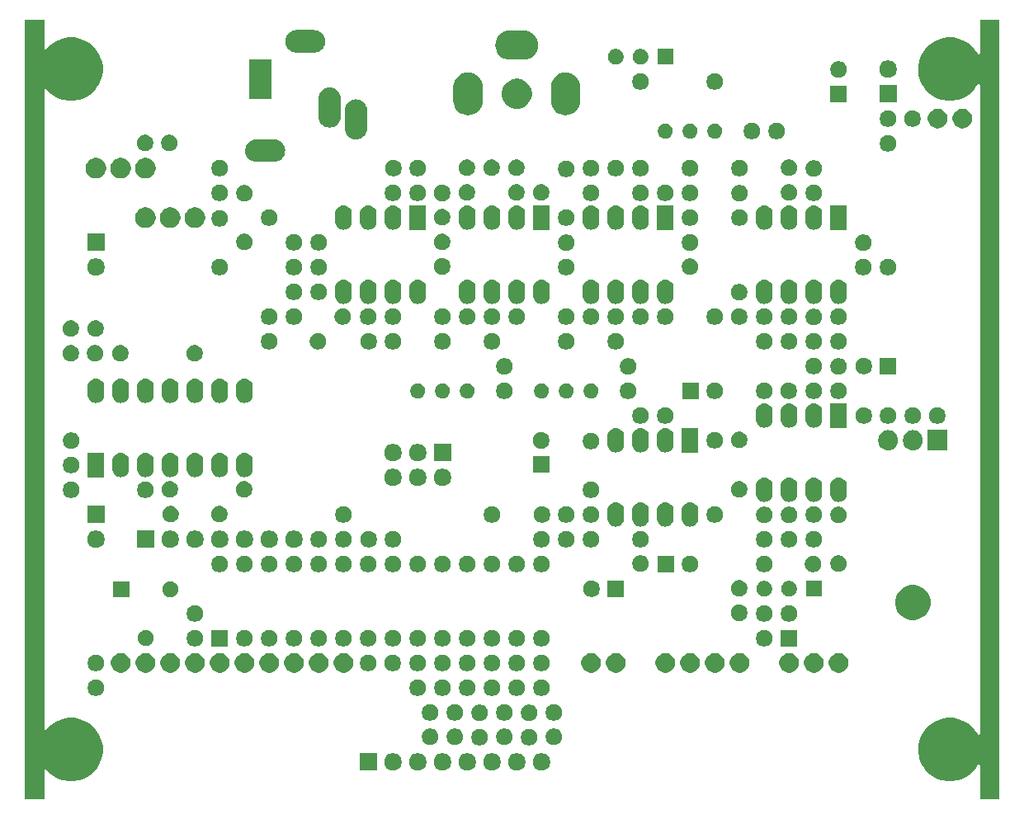
<source format=gbr>
G04 #@! TF.GenerationSoftware,KiCad,Pcbnew,5.1.6-c6e7f7d~86~ubuntu18.04.1*
G04 #@! TF.CreationDate,2020-05-15T23:14:17+02:00*
G04 #@! TF.ProjectId,rx,72782e6b-6963-4616-945f-706362585858,rev?*
G04 #@! TF.SameCoordinates,Original*
G04 #@! TF.FileFunction,Soldermask,Bot*
G04 #@! TF.FilePolarity,Negative*
%FSLAX46Y46*%
G04 Gerber Fmt 4.6, Leading zero omitted, Abs format (unit mm)*
G04 Created by KiCad (PCBNEW 5.1.6-c6e7f7d~86~ubuntu18.04.1) date 2020-05-15 23:14:17*
%MOMM*%
%LPD*%
G01*
G04 APERTURE LIST*
%ADD10C,0.100000*%
G04 APERTURE END LIST*
D10*
G36*
X105500000Y-63161953D02*
G01*
X105502402Y-63186339D01*
X105509515Y-63209788D01*
X105521066Y-63231399D01*
X105536611Y-63250341D01*
X105555553Y-63265886D01*
X105577164Y-63277437D01*
X105600613Y-63284550D01*
X105624999Y-63286952D01*
X105649385Y-63284550D01*
X105672834Y-63277437D01*
X105694445Y-63265886D01*
X105713387Y-63250341D01*
X105719501Y-63242891D01*
X106177609Y-62784783D01*
X106420477Y-62622504D01*
X106710074Y-62429001D01*
X107301718Y-62183934D01*
X107615761Y-62121467D01*
X107929803Y-62059000D01*
X108570197Y-62059000D01*
X108884239Y-62121467D01*
X109198282Y-62183934D01*
X109789926Y-62429001D01*
X110079523Y-62622504D01*
X110322391Y-62784783D01*
X110775217Y-63237609D01*
X110796714Y-63269782D01*
X111130999Y-63770074D01*
X111376066Y-64361718D01*
X111422638Y-64595852D01*
X111501000Y-64989803D01*
X111501000Y-65630197D01*
X111448828Y-65892481D01*
X111376066Y-66258282D01*
X111130999Y-66849926D01*
X110894794Y-67203431D01*
X110778750Y-67377104D01*
X110775216Y-67382392D01*
X110322392Y-67835216D01*
X109789926Y-68190999D01*
X109198282Y-68436066D01*
X108919747Y-68491470D01*
X108570197Y-68561000D01*
X107929803Y-68561000D01*
X107580253Y-68491470D01*
X107301718Y-68436066D01*
X106710074Y-68190999D01*
X106177608Y-67835216D01*
X105719496Y-67377104D01*
X105713383Y-67369656D01*
X105694440Y-67354111D01*
X105672829Y-67342561D01*
X105649380Y-67335449D01*
X105624994Y-67333048D01*
X105600608Y-67335451D01*
X105577159Y-67342565D01*
X105555549Y-67354117D01*
X105536608Y-67369663D01*
X105521063Y-67388606D01*
X105509513Y-67410217D01*
X105502401Y-67433666D01*
X105500000Y-67458047D01*
X105500000Y-133011953D01*
X105502402Y-133036339D01*
X105509515Y-133059788D01*
X105521066Y-133081399D01*
X105536611Y-133100341D01*
X105555553Y-133115886D01*
X105577164Y-133127437D01*
X105600613Y-133134550D01*
X105624999Y-133136952D01*
X105649385Y-133134550D01*
X105672834Y-133127437D01*
X105694445Y-133115886D01*
X105713387Y-133100341D01*
X105719501Y-133092891D01*
X106177609Y-132634783D01*
X106420477Y-132472504D01*
X106710074Y-132279001D01*
X107301718Y-132033934D01*
X107615761Y-131971467D01*
X107929803Y-131909000D01*
X108570197Y-131909000D01*
X108884239Y-131971467D01*
X109198282Y-132033934D01*
X109789926Y-132279001D01*
X110079523Y-132472504D01*
X110322391Y-132634783D01*
X110775217Y-133087609D01*
X110808187Y-133136952D01*
X111130999Y-133620074D01*
X111376066Y-134211718D01*
X111376066Y-134211719D01*
X111501000Y-134839803D01*
X111501000Y-135480197D01*
X111438533Y-135794239D01*
X111376066Y-136108282D01*
X111130999Y-136699926D01*
X110927587Y-137004353D01*
X110778750Y-137227104D01*
X110775216Y-137232392D01*
X110322392Y-137685216D01*
X109789926Y-138040999D01*
X109198282Y-138286066D01*
X108884239Y-138348533D01*
X108570197Y-138411000D01*
X107929803Y-138411000D01*
X107615761Y-138348533D01*
X107301718Y-138286066D01*
X106710074Y-138040999D01*
X106177608Y-137685216D01*
X105719496Y-137227104D01*
X105713383Y-137219656D01*
X105694440Y-137204111D01*
X105672829Y-137192561D01*
X105649380Y-137185449D01*
X105624994Y-137183048D01*
X105600608Y-137185451D01*
X105577159Y-137192565D01*
X105555549Y-137204117D01*
X105536608Y-137219663D01*
X105521063Y-137238606D01*
X105509513Y-137260217D01*
X105502401Y-137283666D01*
X105500000Y-137308047D01*
X105500000Y-140240000D01*
X103500000Y-140240000D01*
X103500000Y-60240000D01*
X105500000Y-60240000D01*
X105500000Y-63161953D01*
G37*
G36*
X203500000Y-140240000D02*
G01*
X201500000Y-140240000D01*
X201500000Y-136814165D01*
X201497598Y-136789779D01*
X201490485Y-136766330D01*
X201478934Y-136744719D01*
X201463389Y-136725777D01*
X201444447Y-136710232D01*
X201422836Y-136698681D01*
X201399387Y-136691568D01*
X201375001Y-136689166D01*
X201350615Y-136691568D01*
X201327166Y-136698681D01*
X201305555Y-136710232D01*
X201286613Y-136725777D01*
X201271075Y-136744711D01*
X201097587Y-137004353D01*
X200948750Y-137227104D01*
X200945216Y-137232392D01*
X200492392Y-137685216D01*
X199959926Y-138040999D01*
X199368282Y-138286066D01*
X199054239Y-138348533D01*
X198740197Y-138411000D01*
X198099803Y-138411000D01*
X197785761Y-138348533D01*
X197471718Y-138286066D01*
X196880074Y-138040999D01*
X196347608Y-137685216D01*
X195894784Y-137232392D01*
X195891251Y-137227104D01*
X195742413Y-137004353D01*
X195539001Y-136699926D01*
X195293934Y-136108282D01*
X195231467Y-135794239D01*
X195169000Y-135480197D01*
X195169000Y-134839803D01*
X195293934Y-134211719D01*
X195293934Y-134211718D01*
X195539001Y-133620074D01*
X195861813Y-133136952D01*
X195894783Y-133087609D01*
X196347609Y-132634783D01*
X196590477Y-132472504D01*
X196880074Y-132279001D01*
X197471718Y-132033934D01*
X197785761Y-131971467D01*
X198099803Y-131909000D01*
X198740197Y-131909000D01*
X199054239Y-131971467D01*
X199368282Y-132033934D01*
X199959926Y-132279001D01*
X200249523Y-132472504D01*
X200492391Y-132634783D01*
X200945217Y-133087609D01*
X200978187Y-133136952D01*
X201271075Y-133575289D01*
X201286613Y-133594222D01*
X201305555Y-133609768D01*
X201327166Y-133621319D01*
X201350615Y-133628432D01*
X201375001Y-133630834D01*
X201399387Y-133628432D01*
X201422836Y-133621319D01*
X201444447Y-133609768D01*
X201463388Y-133594223D01*
X201478934Y-133575281D01*
X201490485Y-133553670D01*
X201497598Y-133530221D01*
X201500000Y-133505835D01*
X201500000Y-66964165D01*
X201497598Y-66939779D01*
X201490485Y-66916330D01*
X201478934Y-66894719D01*
X201463389Y-66875777D01*
X201444447Y-66860232D01*
X201422836Y-66848681D01*
X201399387Y-66841568D01*
X201375001Y-66839166D01*
X201350615Y-66841568D01*
X201327166Y-66848681D01*
X201305555Y-66860232D01*
X201286613Y-66875777D01*
X201271075Y-66894711D01*
X201064794Y-67203431D01*
X200948750Y-67377104D01*
X200945216Y-67382392D01*
X200492392Y-67835216D01*
X199959926Y-68190999D01*
X199368282Y-68436066D01*
X199089747Y-68491470D01*
X198740197Y-68561000D01*
X198099803Y-68561000D01*
X197750253Y-68491470D01*
X197471718Y-68436066D01*
X196880074Y-68190999D01*
X196347608Y-67835216D01*
X195894784Y-67382392D01*
X195891251Y-67377104D01*
X195775206Y-67203431D01*
X195539001Y-66849926D01*
X195293934Y-66258282D01*
X195221172Y-65892481D01*
X195169000Y-65630197D01*
X195169000Y-64989803D01*
X195247362Y-64595852D01*
X195293934Y-64361718D01*
X195539001Y-63770074D01*
X195873286Y-63269782D01*
X195894783Y-63237609D01*
X196347609Y-62784783D01*
X196590477Y-62622504D01*
X196880074Y-62429001D01*
X197471718Y-62183934D01*
X197785761Y-62121467D01*
X198099803Y-62059000D01*
X198740197Y-62059000D01*
X199054239Y-62121467D01*
X199368282Y-62183934D01*
X199959926Y-62429001D01*
X200249523Y-62622504D01*
X200492391Y-62784783D01*
X200945217Y-63237609D01*
X200966714Y-63269782D01*
X201271075Y-63725289D01*
X201286613Y-63744222D01*
X201305555Y-63759768D01*
X201327166Y-63771319D01*
X201350615Y-63778432D01*
X201375001Y-63780834D01*
X201399387Y-63778432D01*
X201422836Y-63771319D01*
X201444447Y-63759768D01*
X201463388Y-63744223D01*
X201478934Y-63725281D01*
X201490485Y-63703670D01*
X201497598Y-63680221D01*
X201500000Y-63655835D01*
X201500000Y-60240000D01*
X203500000Y-60240000D01*
X203500000Y-140240000D01*
G37*
G36*
X156623512Y-135533927D02*
G01*
X156772812Y-135563624D01*
X156936784Y-135631544D01*
X157084354Y-135730147D01*
X157209853Y-135855646D01*
X157308456Y-136003216D01*
X157376376Y-136167188D01*
X157411000Y-136341259D01*
X157411000Y-136518741D01*
X157376376Y-136692812D01*
X157308456Y-136856784D01*
X157209853Y-137004354D01*
X157084354Y-137129853D01*
X156936784Y-137228456D01*
X156772812Y-137296376D01*
X156623512Y-137326073D01*
X156598742Y-137331000D01*
X156421258Y-137331000D01*
X156396488Y-137326073D01*
X156247188Y-137296376D01*
X156083216Y-137228456D01*
X155935646Y-137129853D01*
X155810147Y-137004354D01*
X155711544Y-136856784D01*
X155643624Y-136692812D01*
X155609000Y-136518741D01*
X155609000Y-136341259D01*
X155643624Y-136167188D01*
X155711544Y-136003216D01*
X155810147Y-135855646D01*
X155935646Y-135730147D01*
X156083216Y-135631544D01*
X156247188Y-135563624D01*
X156396488Y-135533927D01*
X156421258Y-135529000D01*
X156598742Y-135529000D01*
X156623512Y-135533927D01*
G37*
G36*
X139631000Y-137331000D02*
G01*
X137829000Y-137331000D01*
X137829000Y-135529000D01*
X139631000Y-135529000D01*
X139631000Y-137331000D01*
G37*
G36*
X141383512Y-135533927D02*
G01*
X141532812Y-135563624D01*
X141696784Y-135631544D01*
X141844354Y-135730147D01*
X141969853Y-135855646D01*
X142068456Y-136003216D01*
X142136376Y-136167188D01*
X142171000Y-136341259D01*
X142171000Y-136518741D01*
X142136376Y-136692812D01*
X142068456Y-136856784D01*
X141969853Y-137004354D01*
X141844354Y-137129853D01*
X141696784Y-137228456D01*
X141532812Y-137296376D01*
X141383512Y-137326073D01*
X141358742Y-137331000D01*
X141181258Y-137331000D01*
X141156488Y-137326073D01*
X141007188Y-137296376D01*
X140843216Y-137228456D01*
X140695646Y-137129853D01*
X140570147Y-137004354D01*
X140471544Y-136856784D01*
X140403624Y-136692812D01*
X140369000Y-136518741D01*
X140369000Y-136341259D01*
X140403624Y-136167188D01*
X140471544Y-136003216D01*
X140570147Y-135855646D01*
X140695646Y-135730147D01*
X140843216Y-135631544D01*
X141007188Y-135563624D01*
X141156488Y-135533927D01*
X141181258Y-135529000D01*
X141358742Y-135529000D01*
X141383512Y-135533927D01*
G37*
G36*
X143923512Y-135533927D02*
G01*
X144072812Y-135563624D01*
X144236784Y-135631544D01*
X144384354Y-135730147D01*
X144509853Y-135855646D01*
X144608456Y-136003216D01*
X144676376Y-136167188D01*
X144711000Y-136341259D01*
X144711000Y-136518741D01*
X144676376Y-136692812D01*
X144608456Y-136856784D01*
X144509853Y-137004354D01*
X144384354Y-137129853D01*
X144236784Y-137228456D01*
X144072812Y-137296376D01*
X143923512Y-137326073D01*
X143898742Y-137331000D01*
X143721258Y-137331000D01*
X143696488Y-137326073D01*
X143547188Y-137296376D01*
X143383216Y-137228456D01*
X143235646Y-137129853D01*
X143110147Y-137004354D01*
X143011544Y-136856784D01*
X142943624Y-136692812D01*
X142909000Y-136518741D01*
X142909000Y-136341259D01*
X142943624Y-136167188D01*
X143011544Y-136003216D01*
X143110147Y-135855646D01*
X143235646Y-135730147D01*
X143383216Y-135631544D01*
X143547188Y-135563624D01*
X143696488Y-135533927D01*
X143721258Y-135529000D01*
X143898742Y-135529000D01*
X143923512Y-135533927D01*
G37*
G36*
X146463512Y-135533927D02*
G01*
X146612812Y-135563624D01*
X146776784Y-135631544D01*
X146924354Y-135730147D01*
X147049853Y-135855646D01*
X147148456Y-136003216D01*
X147216376Y-136167188D01*
X147251000Y-136341259D01*
X147251000Y-136518741D01*
X147216376Y-136692812D01*
X147148456Y-136856784D01*
X147049853Y-137004354D01*
X146924354Y-137129853D01*
X146776784Y-137228456D01*
X146612812Y-137296376D01*
X146463512Y-137326073D01*
X146438742Y-137331000D01*
X146261258Y-137331000D01*
X146236488Y-137326073D01*
X146087188Y-137296376D01*
X145923216Y-137228456D01*
X145775646Y-137129853D01*
X145650147Y-137004354D01*
X145551544Y-136856784D01*
X145483624Y-136692812D01*
X145449000Y-136518741D01*
X145449000Y-136341259D01*
X145483624Y-136167188D01*
X145551544Y-136003216D01*
X145650147Y-135855646D01*
X145775646Y-135730147D01*
X145923216Y-135631544D01*
X146087188Y-135563624D01*
X146236488Y-135533927D01*
X146261258Y-135529000D01*
X146438742Y-135529000D01*
X146463512Y-135533927D01*
G37*
G36*
X149003512Y-135533927D02*
G01*
X149152812Y-135563624D01*
X149316784Y-135631544D01*
X149464354Y-135730147D01*
X149589853Y-135855646D01*
X149688456Y-136003216D01*
X149756376Y-136167188D01*
X149791000Y-136341259D01*
X149791000Y-136518741D01*
X149756376Y-136692812D01*
X149688456Y-136856784D01*
X149589853Y-137004354D01*
X149464354Y-137129853D01*
X149316784Y-137228456D01*
X149152812Y-137296376D01*
X149003512Y-137326073D01*
X148978742Y-137331000D01*
X148801258Y-137331000D01*
X148776488Y-137326073D01*
X148627188Y-137296376D01*
X148463216Y-137228456D01*
X148315646Y-137129853D01*
X148190147Y-137004354D01*
X148091544Y-136856784D01*
X148023624Y-136692812D01*
X147989000Y-136518741D01*
X147989000Y-136341259D01*
X148023624Y-136167188D01*
X148091544Y-136003216D01*
X148190147Y-135855646D01*
X148315646Y-135730147D01*
X148463216Y-135631544D01*
X148627188Y-135563624D01*
X148776488Y-135533927D01*
X148801258Y-135529000D01*
X148978742Y-135529000D01*
X149003512Y-135533927D01*
G37*
G36*
X151543512Y-135533927D02*
G01*
X151692812Y-135563624D01*
X151856784Y-135631544D01*
X152004354Y-135730147D01*
X152129853Y-135855646D01*
X152228456Y-136003216D01*
X152296376Y-136167188D01*
X152331000Y-136341259D01*
X152331000Y-136518741D01*
X152296376Y-136692812D01*
X152228456Y-136856784D01*
X152129853Y-137004354D01*
X152004354Y-137129853D01*
X151856784Y-137228456D01*
X151692812Y-137296376D01*
X151543512Y-137326073D01*
X151518742Y-137331000D01*
X151341258Y-137331000D01*
X151316488Y-137326073D01*
X151167188Y-137296376D01*
X151003216Y-137228456D01*
X150855646Y-137129853D01*
X150730147Y-137004354D01*
X150631544Y-136856784D01*
X150563624Y-136692812D01*
X150529000Y-136518741D01*
X150529000Y-136341259D01*
X150563624Y-136167188D01*
X150631544Y-136003216D01*
X150730147Y-135855646D01*
X150855646Y-135730147D01*
X151003216Y-135631544D01*
X151167188Y-135563624D01*
X151316488Y-135533927D01*
X151341258Y-135529000D01*
X151518742Y-135529000D01*
X151543512Y-135533927D01*
G37*
G36*
X154083512Y-135533927D02*
G01*
X154232812Y-135563624D01*
X154396784Y-135631544D01*
X154544354Y-135730147D01*
X154669853Y-135855646D01*
X154768456Y-136003216D01*
X154836376Y-136167188D01*
X154871000Y-136341259D01*
X154871000Y-136518741D01*
X154836376Y-136692812D01*
X154768456Y-136856784D01*
X154669853Y-137004354D01*
X154544354Y-137129853D01*
X154396784Y-137228456D01*
X154232812Y-137296376D01*
X154083512Y-137326073D01*
X154058742Y-137331000D01*
X153881258Y-137331000D01*
X153856488Y-137326073D01*
X153707188Y-137296376D01*
X153543216Y-137228456D01*
X153395646Y-137129853D01*
X153270147Y-137004354D01*
X153171544Y-136856784D01*
X153103624Y-136692812D01*
X153069000Y-136518741D01*
X153069000Y-136341259D01*
X153103624Y-136167188D01*
X153171544Y-136003216D01*
X153270147Y-135855646D01*
X153395646Y-135730147D01*
X153543216Y-135631544D01*
X153707188Y-135563624D01*
X153856488Y-135533927D01*
X153881258Y-135529000D01*
X154058742Y-135529000D01*
X154083512Y-135533927D01*
G37*
G36*
X150408228Y-133071703D02*
G01*
X150563100Y-133135853D01*
X150702481Y-133228985D01*
X150821015Y-133347519D01*
X150914147Y-133486900D01*
X150978297Y-133641772D01*
X151011000Y-133806184D01*
X151011000Y-133973816D01*
X150978297Y-134138228D01*
X150914147Y-134293100D01*
X150821015Y-134432481D01*
X150702481Y-134551015D01*
X150563100Y-134644147D01*
X150408228Y-134708297D01*
X150243816Y-134741000D01*
X150076184Y-134741000D01*
X149911772Y-134708297D01*
X149756900Y-134644147D01*
X149617519Y-134551015D01*
X149498985Y-134432481D01*
X149405853Y-134293100D01*
X149341703Y-134138228D01*
X149309000Y-133973816D01*
X149309000Y-133806184D01*
X149341703Y-133641772D01*
X149405853Y-133486900D01*
X149498985Y-133347519D01*
X149617519Y-133228985D01*
X149756900Y-133135853D01*
X149911772Y-133071703D01*
X150076184Y-133039000D01*
X150243816Y-133039000D01*
X150408228Y-133071703D01*
G37*
G36*
X155488228Y-133071703D02*
G01*
X155643100Y-133135853D01*
X155782481Y-133228985D01*
X155901015Y-133347519D01*
X155994147Y-133486900D01*
X156058297Y-133641772D01*
X156091000Y-133806184D01*
X156091000Y-133973816D01*
X156058297Y-134138228D01*
X155994147Y-134293100D01*
X155901015Y-134432481D01*
X155782481Y-134551015D01*
X155643100Y-134644147D01*
X155488228Y-134708297D01*
X155323816Y-134741000D01*
X155156184Y-134741000D01*
X154991772Y-134708297D01*
X154836900Y-134644147D01*
X154697519Y-134551015D01*
X154578985Y-134432481D01*
X154485853Y-134293100D01*
X154421703Y-134138228D01*
X154389000Y-133973816D01*
X154389000Y-133806184D01*
X154421703Y-133641772D01*
X154485853Y-133486900D01*
X154578985Y-133347519D01*
X154697519Y-133228985D01*
X154836900Y-133135853D01*
X154991772Y-133071703D01*
X155156184Y-133039000D01*
X155323816Y-133039000D01*
X155488228Y-133071703D01*
G37*
G36*
X152948228Y-133031703D02*
G01*
X153103100Y-133095853D01*
X153242481Y-133188985D01*
X153361015Y-133307519D01*
X153454147Y-133446900D01*
X153518297Y-133601772D01*
X153551000Y-133766184D01*
X153551000Y-133933816D01*
X153518297Y-134098228D01*
X153454147Y-134253100D01*
X153361015Y-134392481D01*
X153242481Y-134511015D01*
X153103100Y-134604147D01*
X152948228Y-134668297D01*
X152783816Y-134701000D01*
X152616184Y-134701000D01*
X152451772Y-134668297D01*
X152296900Y-134604147D01*
X152157519Y-134511015D01*
X152038985Y-134392481D01*
X151945853Y-134253100D01*
X151881703Y-134098228D01*
X151849000Y-133933816D01*
X151849000Y-133766184D01*
X151881703Y-133601772D01*
X151945853Y-133446900D01*
X152038985Y-133307519D01*
X152157519Y-133188985D01*
X152296900Y-133095853D01*
X152451772Y-133031703D01*
X152616184Y-132999000D01*
X152783816Y-132999000D01*
X152948228Y-133031703D01*
G37*
G36*
X147868228Y-133031703D02*
G01*
X148023100Y-133095853D01*
X148162481Y-133188985D01*
X148281015Y-133307519D01*
X148374147Y-133446900D01*
X148438297Y-133601772D01*
X148471000Y-133766184D01*
X148471000Y-133933816D01*
X148438297Y-134098228D01*
X148374147Y-134253100D01*
X148281015Y-134392481D01*
X148162481Y-134511015D01*
X148023100Y-134604147D01*
X147868228Y-134668297D01*
X147703816Y-134701000D01*
X147536184Y-134701000D01*
X147371772Y-134668297D01*
X147216900Y-134604147D01*
X147077519Y-134511015D01*
X146958985Y-134392481D01*
X146865853Y-134253100D01*
X146801703Y-134098228D01*
X146769000Y-133933816D01*
X146769000Y-133766184D01*
X146801703Y-133601772D01*
X146865853Y-133446900D01*
X146958985Y-133307519D01*
X147077519Y-133188985D01*
X147216900Y-133095853D01*
X147371772Y-133031703D01*
X147536184Y-132999000D01*
X147703816Y-132999000D01*
X147868228Y-133031703D01*
G37*
G36*
X145328228Y-133031703D02*
G01*
X145483100Y-133095853D01*
X145622481Y-133188985D01*
X145741015Y-133307519D01*
X145834147Y-133446900D01*
X145898297Y-133601772D01*
X145931000Y-133766184D01*
X145931000Y-133933816D01*
X145898297Y-134098228D01*
X145834147Y-134253100D01*
X145741015Y-134392481D01*
X145622481Y-134511015D01*
X145483100Y-134604147D01*
X145328228Y-134668297D01*
X145163816Y-134701000D01*
X144996184Y-134701000D01*
X144831772Y-134668297D01*
X144676900Y-134604147D01*
X144537519Y-134511015D01*
X144418985Y-134392481D01*
X144325853Y-134253100D01*
X144261703Y-134098228D01*
X144229000Y-133933816D01*
X144229000Y-133766184D01*
X144261703Y-133601772D01*
X144325853Y-133446900D01*
X144418985Y-133307519D01*
X144537519Y-133188985D01*
X144676900Y-133095853D01*
X144831772Y-133031703D01*
X144996184Y-132999000D01*
X145163816Y-132999000D01*
X145328228Y-133031703D01*
G37*
G36*
X158028228Y-133031703D02*
G01*
X158183100Y-133095853D01*
X158322481Y-133188985D01*
X158441015Y-133307519D01*
X158534147Y-133446900D01*
X158598297Y-133601772D01*
X158631000Y-133766184D01*
X158631000Y-133933816D01*
X158598297Y-134098228D01*
X158534147Y-134253100D01*
X158441015Y-134392481D01*
X158322481Y-134511015D01*
X158183100Y-134604147D01*
X158028228Y-134668297D01*
X157863816Y-134701000D01*
X157696184Y-134701000D01*
X157531772Y-134668297D01*
X157376900Y-134604147D01*
X157237519Y-134511015D01*
X157118985Y-134392481D01*
X157025853Y-134253100D01*
X156961703Y-134098228D01*
X156929000Y-133933816D01*
X156929000Y-133766184D01*
X156961703Y-133601772D01*
X157025853Y-133446900D01*
X157118985Y-133307519D01*
X157237519Y-133188985D01*
X157376900Y-133095853D01*
X157531772Y-133031703D01*
X157696184Y-132999000D01*
X157863816Y-132999000D01*
X158028228Y-133031703D01*
G37*
G36*
X155488228Y-130571703D02*
G01*
X155643100Y-130635853D01*
X155782481Y-130728985D01*
X155901015Y-130847519D01*
X155994147Y-130986900D01*
X156058297Y-131141772D01*
X156091000Y-131306184D01*
X156091000Y-131473816D01*
X156058297Y-131638228D01*
X155994147Y-131793100D01*
X155901015Y-131932481D01*
X155782481Y-132051015D01*
X155643100Y-132144147D01*
X155488228Y-132208297D01*
X155323816Y-132241000D01*
X155156184Y-132241000D01*
X154991772Y-132208297D01*
X154836900Y-132144147D01*
X154697519Y-132051015D01*
X154578985Y-131932481D01*
X154485853Y-131793100D01*
X154421703Y-131638228D01*
X154389000Y-131473816D01*
X154389000Y-131306184D01*
X154421703Y-131141772D01*
X154485853Y-130986900D01*
X154578985Y-130847519D01*
X154697519Y-130728985D01*
X154836900Y-130635853D01*
X154991772Y-130571703D01*
X155156184Y-130539000D01*
X155323816Y-130539000D01*
X155488228Y-130571703D01*
G37*
G36*
X150408228Y-130571703D02*
G01*
X150563100Y-130635853D01*
X150702481Y-130728985D01*
X150821015Y-130847519D01*
X150914147Y-130986900D01*
X150978297Y-131141772D01*
X151011000Y-131306184D01*
X151011000Y-131473816D01*
X150978297Y-131638228D01*
X150914147Y-131793100D01*
X150821015Y-131932481D01*
X150702481Y-132051015D01*
X150563100Y-132144147D01*
X150408228Y-132208297D01*
X150243816Y-132241000D01*
X150076184Y-132241000D01*
X149911772Y-132208297D01*
X149756900Y-132144147D01*
X149617519Y-132051015D01*
X149498985Y-131932481D01*
X149405853Y-131793100D01*
X149341703Y-131638228D01*
X149309000Y-131473816D01*
X149309000Y-131306184D01*
X149341703Y-131141772D01*
X149405853Y-130986900D01*
X149498985Y-130847519D01*
X149617519Y-130728985D01*
X149756900Y-130635853D01*
X149911772Y-130571703D01*
X150076184Y-130539000D01*
X150243816Y-130539000D01*
X150408228Y-130571703D01*
G37*
G36*
X145328228Y-130531703D02*
G01*
X145483100Y-130595853D01*
X145622481Y-130688985D01*
X145741015Y-130807519D01*
X145834147Y-130946900D01*
X145898297Y-131101772D01*
X145931000Y-131266184D01*
X145931000Y-131433816D01*
X145898297Y-131598228D01*
X145834147Y-131753100D01*
X145741015Y-131892481D01*
X145622481Y-132011015D01*
X145483100Y-132104147D01*
X145328228Y-132168297D01*
X145163816Y-132201000D01*
X144996184Y-132201000D01*
X144831772Y-132168297D01*
X144676900Y-132104147D01*
X144537519Y-132011015D01*
X144418985Y-131892481D01*
X144325853Y-131753100D01*
X144261703Y-131598228D01*
X144229000Y-131433816D01*
X144229000Y-131266184D01*
X144261703Y-131101772D01*
X144325853Y-130946900D01*
X144418985Y-130807519D01*
X144537519Y-130688985D01*
X144676900Y-130595853D01*
X144831772Y-130531703D01*
X144996184Y-130499000D01*
X145163816Y-130499000D01*
X145328228Y-130531703D01*
G37*
G36*
X158028228Y-130531703D02*
G01*
X158183100Y-130595853D01*
X158322481Y-130688985D01*
X158441015Y-130807519D01*
X158534147Y-130946900D01*
X158598297Y-131101772D01*
X158631000Y-131266184D01*
X158631000Y-131433816D01*
X158598297Y-131598228D01*
X158534147Y-131753100D01*
X158441015Y-131892481D01*
X158322481Y-132011015D01*
X158183100Y-132104147D01*
X158028228Y-132168297D01*
X157863816Y-132201000D01*
X157696184Y-132201000D01*
X157531772Y-132168297D01*
X157376900Y-132104147D01*
X157237519Y-132011015D01*
X157118985Y-131892481D01*
X157025853Y-131753100D01*
X156961703Y-131598228D01*
X156929000Y-131433816D01*
X156929000Y-131266184D01*
X156961703Y-131101772D01*
X157025853Y-130946900D01*
X157118985Y-130807519D01*
X157237519Y-130688985D01*
X157376900Y-130595853D01*
X157531772Y-130531703D01*
X157696184Y-130499000D01*
X157863816Y-130499000D01*
X158028228Y-130531703D01*
G37*
G36*
X147868228Y-130531703D02*
G01*
X148023100Y-130595853D01*
X148162481Y-130688985D01*
X148281015Y-130807519D01*
X148374147Y-130946900D01*
X148438297Y-131101772D01*
X148471000Y-131266184D01*
X148471000Y-131433816D01*
X148438297Y-131598228D01*
X148374147Y-131753100D01*
X148281015Y-131892481D01*
X148162481Y-132011015D01*
X148023100Y-132104147D01*
X147868228Y-132168297D01*
X147703816Y-132201000D01*
X147536184Y-132201000D01*
X147371772Y-132168297D01*
X147216900Y-132104147D01*
X147077519Y-132011015D01*
X146958985Y-131892481D01*
X146865853Y-131753100D01*
X146801703Y-131598228D01*
X146769000Y-131433816D01*
X146769000Y-131266184D01*
X146801703Y-131101772D01*
X146865853Y-130946900D01*
X146958985Y-130807519D01*
X147077519Y-130688985D01*
X147216900Y-130595853D01*
X147371772Y-130531703D01*
X147536184Y-130499000D01*
X147703816Y-130499000D01*
X147868228Y-130531703D01*
G37*
G36*
X152948228Y-130531703D02*
G01*
X153103100Y-130595853D01*
X153242481Y-130688985D01*
X153361015Y-130807519D01*
X153454147Y-130946900D01*
X153518297Y-131101772D01*
X153551000Y-131266184D01*
X153551000Y-131433816D01*
X153518297Y-131598228D01*
X153454147Y-131753100D01*
X153361015Y-131892481D01*
X153242481Y-132011015D01*
X153103100Y-132104147D01*
X152948228Y-132168297D01*
X152783816Y-132201000D01*
X152616184Y-132201000D01*
X152451772Y-132168297D01*
X152296900Y-132104147D01*
X152157519Y-132011015D01*
X152038985Y-131892481D01*
X151945853Y-131753100D01*
X151881703Y-131598228D01*
X151849000Y-131433816D01*
X151849000Y-131266184D01*
X151881703Y-131101772D01*
X151945853Y-130946900D01*
X152038985Y-130807519D01*
X152157519Y-130688985D01*
X152296900Y-130595853D01*
X152451772Y-130531703D01*
X152616184Y-130499000D01*
X152783816Y-130499000D01*
X152948228Y-130531703D01*
G37*
G36*
X111038228Y-127991703D02*
G01*
X111193100Y-128055853D01*
X111332481Y-128148985D01*
X111451015Y-128267519D01*
X111544147Y-128406900D01*
X111608297Y-128561772D01*
X111641000Y-128726184D01*
X111641000Y-128893816D01*
X111608297Y-129058228D01*
X111544147Y-129213100D01*
X111451015Y-129352481D01*
X111332481Y-129471015D01*
X111193100Y-129564147D01*
X111038228Y-129628297D01*
X110873816Y-129661000D01*
X110706184Y-129661000D01*
X110541772Y-129628297D01*
X110386900Y-129564147D01*
X110247519Y-129471015D01*
X110128985Y-129352481D01*
X110035853Y-129213100D01*
X109971703Y-129058228D01*
X109939000Y-128893816D01*
X109939000Y-128726184D01*
X109971703Y-128561772D01*
X110035853Y-128406900D01*
X110128985Y-128267519D01*
X110247519Y-128148985D01*
X110386900Y-128055853D01*
X110541772Y-127991703D01*
X110706184Y-127959000D01*
X110873816Y-127959000D01*
X111038228Y-127991703D01*
G37*
G36*
X156758228Y-127991703D02*
G01*
X156913100Y-128055853D01*
X157052481Y-128148985D01*
X157171015Y-128267519D01*
X157264147Y-128406900D01*
X157328297Y-128561772D01*
X157361000Y-128726184D01*
X157361000Y-128893816D01*
X157328297Y-129058228D01*
X157264147Y-129213100D01*
X157171015Y-129352481D01*
X157052481Y-129471015D01*
X156913100Y-129564147D01*
X156758228Y-129628297D01*
X156593816Y-129661000D01*
X156426184Y-129661000D01*
X156261772Y-129628297D01*
X156106900Y-129564147D01*
X155967519Y-129471015D01*
X155848985Y-129352481D01*
X155755853Y-129213100D01*
X155691703Y-129058228D01*
X155659000Y-128893816D01*
X155659000Y-128726184D01*
X155691703Y-128561772D01*
X155755853Y-128406900D01*
X155848985Y-128267519D01*
X155967519Y-128148985D01*
X156106900Y-128055853D01*
X156261772Y-127991703D01*
X156426184Y-127959000D01*
X156593816Y-127959000D01*
X156758228Y-127991703D01*
G37*
G36*
X149138228Y-127991703D02*
G01*
X149293100Y-128055853D01*
X149432481Y-128148985D01*
X149551015Y-128267519D01*
X149644147Y-128406900D01*
X149708297Y-128561772D01*
X149741000Y-128726184D01*
X149741000Y-128893816D01*
X149708297Y-129058228D01*
X149644147Y-129213100D01*
X149551015Y-129352481D01*
X149432481Y-129471015D01*
X149293100Y-129564147D01*
X149138228Y-129628297D01*
X148973816Y-129661000D01*
X148806184Y-129661000D01*
X148641772Y-129628297D01*
X148486900Y-129564147D01*
X148347519Y-129471015D01*
X148228985Y-129352481D01*
X148135853Y-129213100D01*
X148071703Y-129058228D01*
X148039000Y-128893816D01*
X148039000Y-128726184D01*
X148071703Y-128561772D01*
X148135853Y-128406900D01*
X148228985Y-128267519D01*
X148347519Y-128148985D01*
X148486900Y-128055853D01*
X148641772Y-127991703D01*
X148806184Y-127959000D01*
X148973816Y-127959000D01*
X149138228Y-127991703D01*
G37*
G36*
X146598228Y-127991703D02*
G01*
X146753100Y-128055853D01*
X146892481Y-128148985D01*
X147011015Y-128267519D01*
X147104147Y-128406900D01*
X147168297Y-128561772D01*
X147201000Y-128726184D01*
X147201000Y-128893816D01*
X147168297Y-129058228D01*
X147104147Y-129213100D01*
X147011015Y-129352481D01*
X146892481Y-129471015D01*
X146753100Y-129564147D01*
X146598228Y-129628297D01*
X146433816Y-129661000D01*
X146266184Y-129661000D01*
X146101772Y-129628297D01*
X145946900Y-129564147D01*
X145807519Y-129471015D01*
X145688985Y-129352481D01*
X145595853Y-129213100D01*
X145531703Y-129058228D01*
X145499000Y-128893816D01*
X145499000Y-128726184D01*
X145531703Y-128561772D01*
X145595853Y-128406900D01*
X145688985Y-128267519D01*
X145807519Y-128148985D01*
X145946900Y-128055853D01*
X146101772Y-127991703D01*
X146266184Y-127959000D01*
X146433816Y-127959000D01*
X146598228Y-127991703D01*
G37*
G36*
X154218228Y-127991703D02*
G01*
X154373100Y-128055853D01*
X154512481Y-128148985D01*
X154631015Y-128267519D01*
X154724147Y-128406900D01*
X154788297Y-128561772D01*
X154821000Y-128726184D01*
X154821000Y-128893816D01*
X154788297Y-129058228D01*
X154724147Y-129213100D01*
X154631015Y-129352481D01*
X154512481Y-129471015D01*
X154373100Y-129564147D01*
X154218228Y-129628297D01*
X154053816Y-129661000D01*
X153886184Y-129661000D01*
X153721772Y-129628297D01*
X153566900Y-129564147D01*
X153427519Y-129471015D01*
X153308985Y-129352481D01*
X153215853Y-129213100D01*
X153151703Y-129058228D01*
X153119000Y-128893816D01*
X153119000Y-128726184D01*
X153151703Y-128561772D01*
X153215853Y-128406900D01*
X153308985Y-128267519D01*
X153427519Y-128148985D01*
X153566900Y-128055853D01*
X153721772Y-127991703D01*
X153886184Y-127959000D01*
X154053816Y-127959000D01*
X154218228Y-127991703D01*
G37*
G36*
X144058228Y-127991703D02*
G01*
X144213100Y-128055853D01*
X144352481Y-128148985D01*
X144471015Y-128267519D01*
X144564147Y-128406900D01*
X144628297Y-128561772D01*
X144661000Y-128726184D01*
X144661000Y-128893816D01*
X144628297Y-129058228D01*
X144564147Y-129213100D01*
X144471015Y-129352481D01*
X144352481Y-129471015D01*
X144213100Y-129564147D01*
X144058228Y-129628297D01*
X143893816Y-129661000D01*
X143726184Y-129661000D01*
X143561772Y-129628297D01*
X143406900Y-129564147D01*
X143267519Y-129471015D01*
X143148985Y-129352481D01*
X143055853Y-129213100D01*
X142991703Y-129058228D01*
X142959000Y-128893816D01*
X142959000Y-128726184D01*
X142991703Y-128561772D01*
X143055853Y-128406900D01*
X143148985Y-128267519D01*
X143267519Y-128148985D01*
X143406900Y-128055853D01*
X143561772Y-127991703D01*
X143726184Y-127959000D01*
X143893816Y-127959000D01*
X144058228Y-127991703D01*
G37*
G36*
X151678228Y-127991703D02*
G01*
X151833100Y-128055853D01*
X151972481Y-128148985D01*
X152091015Y-128267519D01*
X152184147Y-128406900D01*
X152248297Y-128561772D01*
X152281000Y-128726184D01*
X152281000Y-128893816D01*
X152248297Y-129058228D01*
X152184147Y-129213100D01*
X152091015Y-129352481D01*
X151972481Y-129471015D01*
X151833100Y-129564147D01*
X151678228Y-129628297D01*
X151513816Y-129661000D01*
X151346184Y-129661000D01*
X151181772Y-129628297D01*
X151026900Y-129564147D01*
X150887519Y-129471015D01*
X150768985Y-129352481D01*
X150675853Y-129213100D01*
X150611703Y-129058228D01*
X150579000Y-128893816D01*
X150579000Y-128726184D01*
X150611703Y-128561772D01*
X150675853Y-128406900D01*
X150768985Y-128267519D01*
X150887519Y-128148985D01*
X151026900Y-128055853D01*
X151181772Y-127991703D01*
X151346184Y-127959000D01*
X151513816Y-127959000D01*
X151678228Y-127991703D01*
G37*
G36*
X182105285Y-125288234D02*
G01*
X182201981Y-125307468D01*
X182384151Y-125382926D01*
X182548100Y-125492473D01*
X182687527Y-125631900D01*
X182797074Y-125795849D01*
X182872532Y-125978019D01*
X182911000Y-126171410D01*
X182911000Y-126368590D01*
X182872532Y-126561981D01*
X182797074Y-126744151D01*
X182687527Y-126908100D01*
X182548100Y-127047527D01*
X182384151Y-127157074D01*
X182201981Y-127232532D01*
X182008591Y-127271000D01*
X181811409Y-127271000D01*
X181618019Y-127232532D01*
X181435849Y-127157074D01*
X181271900Y-127047527D01*
X181132473Y-126908100D01*
X181022926Y-126744151D01*
X180947468Y-126561981D01*
X180909000Y-126368590D01*
X180909000Y-126171410D01*
X180947468Y-125978019D01*
X181022926Y-125795849D01*
X181132473Y-125631900D01*
X181271900Y-125492473D01*
X181435849Y-125382926D01*
X181618019Y-125307468D01*
X181714715Y-125288234D01*
X181811409Y-125269000D01*
X182008591Y-125269000D01*
X182105285Y-125288234D01*
G37*
G36*
X177025285Y-125288234D02*
G01*
X177121981Y-125307468D01*
X177304151Y-125382926D01*
X177468100Y-125492473D01*
X177607527Y-125631900D01*
X177717074Y-125795849D01*
X177792532Y-125978019D01*
X177831000Y-126171410D01*
X177831000Y-126368590D01*
X177792532Y-126561981D01*
X177717074Y-126744151D01*
X177607527Y-126908100D01*
X177468100Y-127047527D01*
X177304151Y-127157074D01*
X177121981Y-127232532D01*
X176928591Y-127271000D01*
X176731409Y-127271000D01*
X176538019Y-127232532D01*
X176355849Y-127157074D01*
X176191900Y-127047527D01*
X176052473Y-126908100D01*
X175942926Y-126744151D01*
X175867468Y-126561981D01*
X175829000Y-126368590D01*
X175829000Y-126171410D01*
X175867468Y-125978019D01*
X175942926Y-125795849D01*
X176052473Y-125631900D01*
X176191900Y-125492473D01*
X176355849Y-125382926D01*
X176538019Y-125307468D01*
X176634715Y-125288234D01*
X176731409Y-125269000D01*
X176928591Y-125269000D01*
X177025285Y-125288234D01*
G37*
G36*
X161785285Y-125288234D02*
G01*
X161881981Y-125307468D01*
X162064151Y-125382926D01*
X162228100Y-125492473D01*
X162367527Y-125631900D01*
X162477074Y-125795849D01*
X162552532Y-125978019D01*
X162591000Y-126171410D01*
X162591000Y-126368590D01*
X162552532Y-126561981D01*
X162477074Y-126744151D01*
X162367527Y-126908100D01*
X162228100Y-127047527D01*
X162064151Y-127157074D01*
X161881981Y-127232532D01*
X161688591Y-127271000D01*
X161491409Y-127271000D01*
X161298019Y-127232532D01*
X161115849Y-127157074D01*
X160951900Y-127047527D01*
X160812473Y-126908100D01*
X160702926Y-126744151D01*
X160627468Y-126561981D01*
X160589000Y-126368590D01*
X160589000Y-126171410D01*
X160627468Y-125978019D01*
X160702926Y-125795849D01*
X160812473Y-125631900D01*
X160951900Y-125492473D01*
X161115849Y-125382926D01*
X161298019Y-125307468D01*
X161394715Y-125288234D01*
X161491409Y-125269000D01*
X161688591Y-125269000D01*
X161785285Y-125288234D01*
G37*
G36*
X164325285Y-125288234D02*
G01*
X164421981Y-125307468D01*
X164604151Y-125382926D01*
X164768100Y-125492473D01*
X164907527Y-125631900D01*
X165017074Y-125795849D01*
X165092532Y-125978019D01*
X165131000Y-126171410D01*
X165131000Y-126368590D01*
X165092532Y-126561981D01*
X165017074Y-126744151D01*
X164907527Y-126908100D01*
X164768100Y-127047527D01*
X164604151Y-127157074D01*
X164421981Y-127232532D01*
X164228591Y-127271000D01*
X164031409Y-127271000D01*
X163838019Y-127232532D01*
X163655849Y-127157074D01*
X163491900Y-127047527D01*
X163352473Y-126908100D01*
X163242926Y-126744151D01*
X163167468Y-126561981D01*
X163129000Y-126368590D01*
X163129000Y-126171410D01*
X163167468Y-125978019D01*
X163242926Y-125795849D01*
X163352473Y-125631900D01*
X163491900Y-125492473D01*
X163655849Y-125382926D01*
X163838019Y-125307468D01*
X163934715Y-125288234D01*
X164031409Y-125269000D01*
X164228591Y-125269000D01*
X164325285Y-125288234D01*
G37*
G36*
X174485285Y-125288234D02*
G01*
X174581981Y-125307468D01*
X174764151Y-125382926D01*
X174928100Y-125492473D01*
X175067527Y-125631900D01*
X175177074Y-125795849D01*
X175252532Y-125978019D01*
X175291000Y-126171410D01*
X175291000Y-126368590D01*
X175252532Y-126561981D01*
X175177074Y-126744151D01*
X175067527Y-126908100D01*
X174928100Y-127047527D01*
X174764151Y-127157074D01*
X174581981Y-127232532D01*
X174388591Y-127271000D01*
X174191409Y-127271000D01*
X173998019Y-127232532D01*
X173815849Y-127157074D01*
X173651900Y-127047527D01*
X173512473Y-126908100D01*
X173402926Y-126744151D01*
X173327468Y-126561981D01*
X173289000Y-126368590D01*
X173289000Y-126171410D01*
X173327468Y-125978019D01*
X173402926Y-125795849D01*
X173512473Y-125631900D01*
X173651900Y-125492473D01*
X173815849Y-125382926D01*
X173998019Y-125307468D01*
X174094715Y-125288234D01*
X174191409Y-125269000D01*
X174388591Y-125269000D01*
X174485285Y-125288234D01*
G37*
G36*
X171945285Y-125288234D02*
G01*
X172041981Y-125307468D01*
X172224151Y-125382926D01*
X172388100Y-125492473D01*
X172527527Y-125631900D01*
X172637074Y-125795849D01*
X172712532Y-125978019D01*
X172751000Y-126171410D01*
X172751000Y-126368590D01*
X172712532Y-126561981D01*
X172637074Y-126744151D01*
X172527527Y-126908100D01*
X172388100Y-127047527D01*
X172224151Y-127157074D01*
X172041981Y-127232532D01*
X171848591Y-127271000D01*
X171651409Y-127271000D01*
X171458019Y-127232532D01*
X171275849Y-127157074D01*
X171111900Y-127047527D01*
X170972473Y-126908100D01*
X170862926Y-126744151D01*
X170787468Y-126561981D01*
X170749000Y-126368590D01*
X170749000Y-126171410D01*
X170787468Y-125978019D01*
X170862926Y-125795849D01*
X170972473Y-125631900D01*
X171111900Y-125492473D01*
X171275849Y-125382926D01*
X171458019Y-125307468D01*
X171554715Y-125288234D01*
X171651409Y-125269000D01*
X171848591Y-125269000D01*
X171945285Y-125288234D01*
G37*
G36*
X169405285Y-125288234D02*
G01*
X169501981Y-125307468D01*
X169684151Y-125382926D01*
X169848100Y-125492473D01*
X169987527Y-125631900D01*
X170097074Y-125795849D01*
X170172532Y-125978019D01*
X170211000Y-126171410D01*
X170211000Y-126368590D01*
X170172532Y-126561981D01*
X170097074Y-126744151D01*
X169987527Y-126908100D01*
X169848100Y-127047527D01*
X169684151Y-127157074D01*
X169501981Y-127232532D01*
X169308591Y-127271000D01*
X169111409Y-127271000D01*
X168918019Y-127232532D01*
X168735849Y-127157074D01*
X168571900Y-127047527D01*
X168432473Y-126908100D01*
X168322926Y-126744151D01*
X168247468Y-126561981D01*
X168209000Y-126368590D01*
X168209000Y-126171410D01*
X168247468Y-125978019D01*
X168322926Y-125795849D01*
X168432473Y-125631900D01*
X168571900Y-125492473D01*
X168735849Y-125382926D01*
X168918019Y-125307468D01*
X169014715Y-125288234D01*
X169111409Y-125269000D01*
X169308591Y-125269000D01*
X169405285Y-125288234D01*
G37*
G36*
X136385285Y-125288234D02*
G01*
X136481981Y-125307468D01*
X136664151Y-125382926D01*
X136828100Y-125492473D01*
X136967527Y-125631900D01*
X137077074Y-125795849D01*
X137152532Y-125978019D01*
X137191000Y-126171410D01*
X137191000Y-126368590D01*
X137152532Y-126561981D01*
X137077074Y-126744151D01*
X136967527Y-126908100D01*
X136828100Y-127047527D01*
X136664151Y-127157074D01*
X136481981Y-127232532D01*
X136288591Y-127271000D01*
X136091409Y-127271000D01*
X135898019Y-127232532D01*
X135715849Y-127157074D01*
X135551900Y-127047527D01*
X135412473Y-126908100D01*
X135302926Y-126744151D01*
X135227468Y-126561981D01*
X135189000Y-126368590D01*
X135189000Y-126171410D01*
X135227468Y-125978019D01*
X135302926Y-125795849D01*
X135412473Y-125631900D01*
X135551900Y-125492473D01*
X135715849Y-125382926D01*
X135898019Y-125307468D01*
X135994715Y-125288234D01*
X136091409Y-125269000D01*
X136288591Y-125269000D01*
X136385285Y-125288234D01*
G37*
G36*
X133845285Y-125288234D02*
G01*
X133941981Y-125307468D01*
X134124151Y-125382926D01*
X134288100Y-125492473D01*
X134427527Y-125631900D01*
X134537074Y-125795849D01*
X134612532Y-125978019D01*
X134651000Y-126171410D01*
X134651000Y-126368590D01*
X134612532Y-126561981D01*
X134537074Y-126744151D01*
X134427527Y-126908100D01*
X134288100Y-127047527D01*
X134124151Y-127157074D01*
X133941981Y-127232532D01*
X133748591Y-127271000D01*
X133551409Y-127271000D01*
X133358019Y-127232532D01*
X133175849Y-127157074D01*
X133011900Y-127047527D01*
X132872473Y-126908100D01*
X132762926Y-126744151D01*
X132687468Y-126561981D01*
X132649000Y-126368590D01*
X132649000Y-126171410D01*
X132687468Y-125978019D01*
X132762926Y-125795849D01*
X132872473Y-125631900D01*
X133011900Y-125492473D01*
X133175849Y-125382926D01*
X133358019Y-125307468D01*
X133454715Y-125288234D01*
X133551409Y-125269000D01*
X133748591Y-125269000D01*
X133845285Y-125288234D01*
G37*
G36*
X131305285Y-125288234D02*
G01*
X131401981Y-125307468D01*
X131584151Y-125382926D01*
X131748100Y-125492473D01*
X131887527Y-125631900D01*
X131997074Y-125795849D01*
X132072532Y-125978019D01*
X132111000Y-126171410D01*
X132111000Y-126368590D01*
X132072532Y-126561981D01*
X131997074Y-126744151D01*
X131887527Y-126908100D01*
X131748100Y-127047527D01*
X131584151Y-127157074D01*
X131401981Y-127232532D01*
X131208591Y-127271000D01*
X131011409Y-127271000D01*
X130818019Y-127232532D01*
X130635849Y-127157074D01*
X130471900Y-127047527D01*
X130332473Y-126908100D01*
X130222926Y-126744151D01*
X130147468Y-126561981D01*
X130109000Y-126368590D01*
X130109000Y-126171410D01*
X130147468Y-125978019D01*
X130222926Y-125795849D01*
X130332473Y-125631900D01*
X130471900Y-125492473D01*
X130635849Y-125382926D01*
X130818019Y-125307468D01*
X130914715Y-125288234D01*
X131011409Y-125269000D01*
X131208591Y-125269000D01*
X131305285Y-125288234D01*
G37*
G36*
X128765285Y-125288234D02*
G01*
X128861981Y-125307468D01*
X129044151Y-125382926D01*
X129208100Y-125492473D01*
X129347527Y-125631900D01*
X129457074Y-125795849D01*
X129532532Y-125978019D01*
X129571000Y-126171410D01*
X129571000Y-126368590D01*
X129532532Y-126561981D01*
X129457074Y-126744151D01*
X129347527Y-126908100D01*
X129208100Y-127047527D01*
X129044151Y-127157074D01*
X128861981Y-127232532D01*
X128668591Y-127271000D01*
X128471409Y-127271000D01*
X128278019Y-127232532D01*
X128095849Y-127157074D01*
X127931900Y-127047527D01*
X127792473Y-126908100D01*
X127682926Y-126744151D01*
X127607468Y-126561981D01*
X127569000Y-126368590D01*
X127569000Y-126171410D01*
X127607468Y-125978019D01*
X127682926Y-125795849D01*
X127792473Y-125631900D01*
X127931900Y-125492473D01*
X128095849Y-125382926D01*
X128278019Y-125307468D01*
X128374715Y-125288234D01*
X128471409Y-125269000D01*
X128668591Y-125269000D01*
X128765285Y-125288234D01*
G37*
G36*
X126225285Y-125288234D02*
G01*
X126321981Y-125307468D01*
X126504151Y-125382926D01*
X126668100Y-125492473D01*
X126807527Y-125631900D01*
X126917074Y-125795849D01*
X126992532Y-125978019D01*
X127031000Y-126171410D01*
X127031000Y-126368590D01*
X126992532Y-126561981D01*
X126917074Y-126744151D01*
X126807527Y-126908100D01*
X126668100Y-127047527D01*
X126504151Y-127157074D01*
X126321981Y-127232532D01*
X126128591Y-127271000D01*
X125931409Y-127271000D01*
X125738019Y-127232532D01*
X125555849Y-127157074D01*
X125391900Y-127047527D01*
X125252473Y-126908100D01*
X125142926Y-126744151D01*
X125067468Y-126561981D01*
X125029000Y-126368590D01*
X125029000Y-126171410D01*
X125067468Y-125978019D01*
X125142926Y-125795849D01*
X125252473Y-125631900D01*
X125391900Y-125492473D01*
X125555849Y-125382926D01*
X125738019Y-125307468D01*
X125834715Y-125288234D01*
X125931409Y-125269000D01*
X126128591Y-125269000D01*
X126225285Y-125288234D01*
G37*
G36*
X123685285Y-125288234D02*
G01*
X123781981Y-125307468D01*
X123964151Y-125382926D01*
X124128100Y-125492473D01*
X124267527Y-125631900D01*
X124377074Y-125795849D01*
X124452532Y-125978019D01*
X124491000Y-126171410D01*
X124491000Y-126368590D01*
X124452532Y-126561981D01*
X124377074Y-126744151D01*
X124267527Y-126908100D01*
X124128100Y-127047527D01*
X123964151Y-127157074D01*
X123781981Y-127232532D01*
X123588591Y-127271000D01*
X123391409Y-127271000D01*
X123198019Y-127232532D01*
X123015849Y-127157074D01*
X122851900Y-127047527D01*
X122712473Y-126908100D01*
X122602926Y-126744151D01*
X122527468Y-126561981D01*
X122489000Y-126368590D01*
X122489000Y-126171410D01*
X122527468Y-125978019D01*
X122602926Y-125795849D01*
X122712473Y-125631900D01*
X122851900Y-125492473D01*
X123015849Y-125382926D01*
X123198019Y-125307468D01*
X123294715Y-125288234D01*
X123391409Y-125269000D01*
X123588591Y-125269000D01*
X123685285Y-125288234D01*
G37*
G36*
X118605285Y-125288234D02*
G01*
X118701981Y-125307468D01*
X118884151Y-125382926D01*
X119048100Y-125492473D01*
X119187527Y-125631900D01*
X119297074Y-125795849D01*
X119372532Y-125978019D01*
X119411000Y-126171410D01*
X119411000Y-126368590D01*
X119372532Y-126561981D01*
X119297074Y-126744151D01*
X119187527Y-126908100D01*
X119048100Y-127047527D01*
X118884151Y-127157074D01*
X118701981Y-127232532D01*
X118508591Y-127271000D01*
X118311409Y-127271000D01*
X118118019Y-127232532D01*
X117935849Y-127157074D01*
X117771900Y-127047527D01*
X117632473Y-126908100D01*
X117522926Y-126744151D01*
X117447468Y-126561981D01*
X117409000Y-126368590D01*
X117409000Y-126171410D01*
X117447468Y-125978019D01*
X117522926Y-125795849D01*
X117632473Y-125631900D01*
X117771900Y-125492473D01*
X117935849Y-125382926D01*
X118118019Y-125307468D01*
X118214715Y-125288234D01*
X118311409Y-125269000D01*
X118508591Y-125269000D01*
X118605285Y-125288234D01*
G37*
G36*
X116065285Y-125288234D02*
G01*
X116161981Y-125307468D01*
X116344151Y-125382926D01*
X116508100Y-125492473D01*
X116647527Y-125631900D01*
X116757074Y-125795849D01*
X116832532Y-125978019D01*
X116871000Y-126171410D01*
X116871000Y-126368590D01*
X116832532Y-126561981D01*
X116757074Y-126744151D01*
X116647527Y-126908100D01*
X116508100Y-127047527D01*
X116344151Y-127157074D01*
X116161981Y-127232532D01*
X115968591Y-127271000D01*
X115771409Y-127271000D01*
X115578019Y-127232532D01*
X115395849Y-127157074D01*
X115231900Y-127047527D01*
X115092473Y-126908100D01*
X114982926Y-126744151D01*
X114907468Y-126561981D01*
X114869000Y-126368590D01*
X114869000Y-126171410D01*
X114907468Y-125978019D01*
X114982926Y-125795849D01*
X115092473Y-125631900D01*
X115231900Y-125492473D01*
X115395849Y-125382926D01*
X115578019Y-125307468D01*
X115674715Y-125288234D01*
X115771409Y-125269000D01*
X115968591Y-125269000D01*
X116065285Y-125288234D01*
G37*
G36*
X113525285Y-125288234D02*
G01*
X113621981Y-125307468D01*
X113804151Y-125382926D01*
X113968100Y-125492473D01*
X114107527Y-125631900D01*
X114217074Y-125795849D01*
X114292532Y-125978019D01*
X114331000Y-126171410D01*
X114331000Y-126368590D01*
X114292532Y-126561981D01*
X114217074Y-126744151D01*
X114107527Y-126908100D01*
X113968100Y-127047527D01*
X113804151Y-127157074D01*
X113621981Y-127232532D01*
X113428591Y-127271000D01*
X113231409Y-127271000D01*
X113038019Y-127232532D01*
X112855849Y-127157074D01*
X112691900Y-127047527D01*
X112552473Y-126908100D01*
X112442926Y-126744151D01*
X112367468Y-126561981D01*
X112329000Y-126368590D01*
X112329000Y-126171410D01*
X112367468Y-125978019D01*
X112442926Y-125795849D01*
X112552473Y-125631900D01*
X112691900Y-125492473D01*
X112855849Y-125382926D01*
X113038019Y-125307468D01*
X113134715Y-125288234D01*
X113231409Y-125269000D01*
X113428591Y-125269000D01*
X113525285Y-125288234D01*
G37*
G36*
X187185285Y-125288234D02*
G01*
X187281981Y-125307468D01*
X187464151Y-125382926D01*
X187628100Y-125492473D01*
X187767527Y-125631900D01*
X187877074Y-125795849D01*
X187952532Y-125978019D01*
X187991000Y-126171410D01*
X187991000Y-126368590D01*
X187952532Y-126561981D01*
X187877074Y-126744151D01*
X187767527Y-126908100D01*
X187628100Y-127047527D01*
X187464151Y-127157074D01*
X187281981Y-127232532D01*
X187088591Y-127271000D01*
X186891409Y-127271000D01*
X186698019Y-127232532D01*
X186515849Y-127157074D01*
X186351900Y-127047527D01*
X186212473Y-126908100D01*
X186102926Y-126744151D01*
X186027468Y-126561981D01*
X185989000Y-126368590D01*
X185989000Y-126171410D01*
X186027468Y-125978019D01*
X186102926Y-125795849D01*
X186212473Y-125631900D01*
X186351900Y-125492473D01*
X186515849Y-125382926D01*
X186698019Y-125307468D01*
X186794715Y-125288234D01*
X186891409Y-125269000D01*
X187088591Y-125269000D01*
X187185285Y-125288234D01*
G37*
G36*
X184645285Y-125288234D02*
G01*
X184741981Y-125307468D01*
X184924151Y-125382926D01*
X185088100Y-125492473D01*
X185227527Y-125631900D01*
X185337074Y-125795849D01*
X185412532Y-125978019D01*
X185451000Y-126171410D01*
X185451000Y-126368590D01*
X185412532Y-126561981D01*
X185337074Y-126744151D01*
X185227527Y-126908100D01*
X185088100Y-127047527D01*
X184924151Y-127157074D01*
X184741981Y-127232532D01*
X184548591Y-127271000D01*
X184351409Y-127271000D01*
X184158019Y-127232532D01*
X183975849Y-127157074D01*
X183811900Y-127047527D01*
X183672473Y-126908100D01*
X183562926Y-126744151D01*
X183487468Y-126561981D01*
X183449000Y-126368590D01*
X183449000Y-126171410D01*
X183487468Y-125978019D01*
X183562926Y-125795849D01*
X183672473Y-125631900D01*
X183811900Y-125492473D01*
X183975849Y-125382926D01*
X184158019Y-125307468D01*
X184254715Y-125288234D01*
X184351409Y-125269000D01*
X184548591Y-125269000D01*
X184645285Y-125288234D01*
G37*
G36*
X121145285Y-125288234D02*
G01*
X121241981Y-125307468D01*
X121424151Y-125382926D01*
X121588100Y-125492473D01*
X121727527Y-125631900D01*
X121837074Y-125795849D01*
X121912532Y-125978019D01*
X121951000Y-126171410D01*
X121951000Y-126368590D01*
X121912532Y-126561981D01*
X121837074Y-126744151D01*
X121727527Y-126908100D01*
X121588100Y-127047527D01*
X121424151Y-127157074D01*
X121241981Y-127232532D01*
X121048591Y-127271000D01*
X120851409Y-127271000D01*
X120658019Y-127232532D01*
X120475849Y-127157074D01*
X120311900Y-127047527D01*
X120172473Y-126908100D01*
X120062926Y-126744151D01*
X119987468Y-126561981D01*
X119949000Y-126368590D01*
X119949000Y-126171410D01*
X119987468Y-125978019D01*
X120062926Y-125795849D01*
X120172473Y-125631900D01*
X120311900Y-125492473D01*
X120475849Y-125382926D01*
X120658019Y-125307468D01*
X120754715Y-125288234D01*
X120851409Y-125269000D01*
X121048591Y-125269000D01*
X121145285Y-125288234D01*
G37*
G36*
X154218228Y-125451703D02*
G01*
X154373100Y-125515853D01*
X154512481Y-125608985D01*
X154631015Y-125727519D01*
X154724147Y-125866900D01*
X154788297Y-126021772D01*
X154821000Y-126186184D01*
X154821000Y-126353816D01*
X154788297Y-126518228D01*
X154724147Y-126673100D01*
X154631015Y-126812481D01*
X154512481Y-126931015D01*
X154373100Y-127024147D01*
X154218228Y-127088297D01*
X154053816Y-127121000D01*
X153886184Y-127121000D01*
X153721772Y-127088297D01*
X153566900Y-127024147D01*
X153427519Y-126931015D01*
X153308985Y-126812481D01*
X153215853Y-126673100D01*
X153151703Y-126518228D01*
X153119000Y-126353816D01*
X153119000Y-126186184D01*
X153151703Y-126021772D01*
X153215853Y-125866900D01*
X153308985Y-125727519D01*
X153427519Y-125608985D01*
X153566900Y-125515853D01*
X153721772Y-125451703D01*
X153886184Y-125419000D01*
X154053816Y-125419000D01*
X154218228Y-125451703D01*
G37*
G36*
X149138228Y-125451703D02*
G01*
X149293100Y-125515853D01*
X149432481Y-125608985D01*
X149551015Y-125727519D01*
X149644147Y-125866900D01*
X149708297Y-126021772D01*
X149741000Y-126186184D01*
X149741000Y-126353816D01*
X149708297Y-126518228D01*
X149644147Y-126673100D01*
X149551015Y-126812481D01*
X149432481Y-126931015D01*
X149293100Y-127024147D01*
X149138228Y-127088297D01*
X148973816Y-127121000D01*
X148806184Y-127121000D01*
X148641772Y-127088297D01*
X148486900Y-127024147D01*
X148347519Y-126931015D01*
X148228985Y-126812481D01*
X148135853Y-126673100D01*
X148071703Y-126518228D01*
X148039000Y-126353816D01*
X148039000Y-126186184D01*
X148071703Y-126021772D01*
X148135853Y-125866900D01*
X148228985Y-125727519D01*
X148347519Y-125608985D01*
X148486900Y-125515853D01*
X148641772Y-125451703D01*
X148806184Y-125419000D01*
X148973816Y-125419000D01*
X149138228Y-125451703D01*
G37*
G36*
X141478228Y-125451703D02*
G01*
X141633100Y-125515853D01*
X141772481Y-125608985D01*
X141891015Y-125727519D01*
X141984147Y-125866900D01*
X142048297Y-126021772D01*
X142081000Y-126186184D01*
X142081000Y-126353816D01*
X142048297Y-126518228D01*
X141984147Y-126673100D01*
X141891015Y-126812481D01*
X141772481Y-126931015D01*
X141633100Y-127024147D01*
X141478228Y-127088297D01*
X141313816Y-127121000D01*
X141146184Y-127121000D01*
X140981772Y-127088297D01*
X140826900Y-127024147D01*
X140687519Y-126931015D01*
X140568985Y-126812481D01*
X140475853Y-126673100D01*
X140411703Y-126518228D01*
X140379000Y-126353816D01*
X140379000Y-126186184D01*
X140411703Y-126021772D01*
X140475853Y-125866900D01*
X140568985Y-125727519D01*
X140687519Y-125608985D01*
X140826900Y-125515853D01*
X140981772Y-125451703D01*
X141146184Y-125419000D01*
X141313816Y-125419000D01*
X141478228Y-125451703D01*
G37*
G36*
X138978228Y-125451703D02*
G01*
X139133100Y-125515853D01*
X139272481Y-125608985D01*
X139391015Y-125727519D01*
X139484147Y-125866900D01*
X139548297Y-126021772D01*
X139581000Y-126186184D01*
X139581000Y-126353816D01*
X139548297Y-126518228D01*
X139484147Y-126673100D01*
X139391015Y-126812481D01*
X139272481Y-126931015D01*
X139133100Y-127024147D01*
X138978228Y-127088297D01*
X138813816Y-127121000D01*
X138646184Y-127121000D01*
X138481772Y-127088297D01*
X138326900Y-127024147D01*
X138187519Y-126931015D01*
X138068985Y-126812481D01*
X137975853Y-126673100D01*
X137911703Y-126518228D01*
X137879000Y-126353816D01*
X137879000Y-126186184D01*
X137911703Y-126021772D01*
X137975853Y-125866900D01*
X138068985Y-125727519D01*
X138187519Y-125608985D01*
X138326900Y-125515853D01*
X138481772Y-125451703D01*
X138646184Y-125419000D01*
X138813816Y-125419000D01*
X138978228Y-125451703D01*
G37*
G36*
X144058228Y-125451703D02*
G01*
X144213100Y-125515853D01*
X144352481Y-125608985D01*
X144471015Y-125727519D01*
X144564147Y-125866900D01*
X144628297Y-126021772D01*
X144661000Y-126186184D01*
X144661000Y-126353816D01*
X144628297Y-126518228D01*
X144564147Y-126673100D01*
X144471015Y-126812481D01*
X144352481Y-126931015D01*
X144213100Y-127024147D01*
X144058228Y-127088297D01*
X143893816Y-127121000D01*
X143726184Y-127121000D01*
X143561772Y-127088297D01*
X143406900Y-127024147D01*
X143267519Y-126931015D01*
X143148985Y-126812481D01*
X143055853Y-126673100D01*
X142991703Y-126518228D01*
X142959000Y-126353816D01*
X142959000Y-126186184D01*
X142991703Y-126021772D01*
X143055853Y-125866900D01*
X143148985Y-125727519D01*
X143267519Y-125608985D01*
X143406900Y-125515853D01*
X143561772Y-125451703D01*
X143726184Y-125419000D01*
X143893816Y-125419000D01*
X144058228Y-125451703D01*
G37*
G36*
X156758228Y-125451703D02*
G01*
X156913100Y-125515853D01*
X157052481Y-125608985D01*
X157171015Y-125727519D01*
X157264147Y-125866900D01*
X157328297Y-126021772D01*
X157361000Y-126186184D01*
X157361000Y-126353816D01*
X157328297Y-126518228D01*
X157264147Y-126673100D01*
X157171015Y-126812481D01*
X157052481Y-126931015D01*
X156913100Y-127024147D01*
X156758228Y-127088297D01*
X156593816Y-127121000D01*
X156426184Y-127121000D01*
X156261772Y-127088297D01*
X156106900Y-127024147D01*
X155967519Y-126931015D01*
X155848985Y-126812481D01*
X155755853Y-126673100D01*
X155691703Y-126518228D01*
X155659000Y-126353816D01*
X155659000Y-126186184D01*
X155691703Y-126021772D01*
X155755853Y-125866900D01*
X155848985Y-125727519D01*
X155967519Y-125608985D01*
X156106900Y-125515853D01*
X156261772Y-125451703D01*
X156426184Y-125419000D01*
X156593816Y-125419000D01*
X156758228Y-125451703D01*
G37*
G36*
X151678228Y-125451703D02*
G01*
X151833100Y-125515853D01*
X151972481Y-125608985D01*
X152091015Y-125727519D01*
X152184147Y-125866900D01*
X152248297Y-126021772D01*
X152281000Y-126186184D01*
X152281000Y-126353816D01*
X152248297Y-126518228D01*
X152184147Y-126673100D01*
X152091015Y-126812481D01*
X151972481Y-126931015D01*
X151833100Y-127024147D01*
X151678228Y-127088297D01*
X151513816Y-127121000D01*
X151346184Y-127121000D01*
X151181772Y-127088297D01*
X151026900Y-127024147D01*
X150887519Y-126931015D01*
X150768985Y-126812481D01*
X150675853Y-126673100D01*
X150611703Y-126518228D01*
X150579000Y-126353816D01*
X150579000Y-126186184D01*
X150611703Y-126021772D01*
X150675853Y-125866900D01*
X150768985Y-125727519D01*
X150887519Y-125608985D01*
X151026900Y-125515853D01*
X151181772Y-125451703D01*
X151346184Y-125419000D01*
X151513816Y-125419000D01*
X151678228Y-125451703D01*
G37*
G36*
X111038228Y-125451703D02*
G01*
X111193100Y-125515853D01*
X111332481Y-125608985D01*
X111451015Y-125727519D01*
X111544147Y-125866900D01*
X111608297Y-126021772D01*
X111641000Y-126186184D01*
X111641000Y-126353816D01*
X111608297Y-126518228D01*
X111544147Y-126673100D01*
X111451015Y-126812481D01*
X111332481Y-126931015D01*
X111193100Y-127024147D01*
X111038228Y-127088297D01*
X110873816Y-127121000D01*
X110706184Y-127121000D01*
X110541772Y-127088297D01*
X110386900Y-127024147D01*
X110247519Y-126931015D01*
X110128985Y-126812481D01*
X110035853Y-126673100D01*
X109971703Y-126518228D01*
X109939000Y-126353816D01*
X109939000Y-126186184D01*
X109971703Y-126021772D01*
X110035853Y-125866900D01*
X110128985Y-125727519D01*
X110247519Y-125608985D01*
X110386900Y-125515853D01*
X110541772Y-125451703D01*
X110706184Y-125419000D01*
X110873816Y-125419000D01*
X111038228Y-125451703D01*
G37*
G36*
X146598228Y-125451703D02*
G01*
X146753100Y-125515853D01*
X146892481Y-125608985D01*
X147011015Y-125727519D01*
X147104147Y-125866900D01*
X147168297Y-126021772D01*
X147201000Y-126186184D01*
X147201000Y-126353816D01*
X147168297Y-126518228D01*
X147104147Y-126673100D01*
X147011015Y-126812481D01*
X146892481Y-126931015D01*
X146753100Y-127024147D01*
X146598228Y-127088297D01*
X146433816Y-127121000D01*
X146266184Y-127121000D01*
X146101772Y-127088297D01*
X145946900Y-127024147D01*
X145807519Y-126931015D01*
X145688985Y-126812481D01*
X145595853Y-126673100D01*
X145531703Y-126518228D01*
X145499000Y-126353816D01*
X145499000Y-126186184D01*
X145531703Y-126021772D01*
X145595853Y-125866900D01*
X145688985Y-125727519D01*
X145807519Y-125608985D01*
X145946900Y-125515853D01*
X146101772Y-125451703D01*
X146266184Y-125419000D01*
X146433816Y-125419000D01*
X146598228Y-125451703D01*
G37*
G36*
X124341000Y-124581000D02*
G01*
X122639000Y-124581000D01*
X122639000Y-122879000D01*
X124341000Y-122879000D01*
X124341000Y-124581000D01*
G37*
G36*
X121198228Y-122911703D02*
G01*
X121353100Y-122975853D01*
X121492481Y-123068985D01*
X121611015Y-123187519D01*
X121704147Y-123326900D01*
X121768297Y-123481772D01*
X121801000Y-123646184D01*
X121801000Y-123813816D01*
X121768297Y-123978228D01*
X121704147Y-124133100D01*
X121611015Y-124272481D01*
X121492481Y-124391015D01*
X121353100Y-124484147D01*
X121198228Y-124548297D01*
X121033816Y-124581000D01*
X120866184Y-124581000D01*
X120701772Y-124548297D01*
X120546900Y-124484147D01*
X120407519Y-124391015D01*
X120288985Y-124272481D01*
X120195853Y-124133100D01*
X120131703Y-123978228D01*
X120099000Y-123813816D01*
X120099000Y-123646184D01*
X120131703Y-123481772D01*
X120195853Y-123326900D01*
X120288985Y-123187519D01*
X120407519Y-123068985D01*
X120546900Y-122975853D01*
X120701772Y-122911703D01*
X120866184Y-122879000D01*
X121033816Y-122879000D01*
X121198228Y-122911703D01*
G37*
G36*
X182761000Y-124581000D02*
G01*
X181059000Y-124581000D01*
X181059000Y-122879000D01*
X182761000Y-122879000D01*
X182761000Y-124581000D01*
G37*
G36*
X179618228Y-122911703D02*
G01*
X179773100Y-122975853D01*
X179912481Y-123068985D01*
X180031015Y-123187519D01*
X180124147Y-123326900D01*
X180188297Y-123481772D01*
X180221000Y-123646184D01*
X180221000Y-123813816D01*
X180188297Y-123978228D01*
X180124147Y-124133100D01*
X180031015Y-124272481D01*
X179912481Y-124391015D01*
X179773100Y-124484147D01*
X179618228Y-124548297D01*
X179453816Y-124581000D01*
X179286184Y-124581000D01*
X179121772Y-124548297D01*
X178966900Y-124484147D01*
X178827519Y-124391015D01*
X178708985Y-124272481D01*
X178615853Y-124133100D01*
X178551703Y-123978228D01*
X178519000Y-123813816D01*
X178519000Y-123646184D01*
X178551703Y-123481772D01*
X178615853Y-123326900D01*
X178708985Y-123187519D01*
X178827519Y-123068985D01*
X178966900Y-122975853D01*
X179121772Y-122911703D01*
X179286184Y-122879000D01*
X179453816Y-122879000D01*
X179618228Y-122911703D01*
G37*
G36*
X126278228Y-122911703D02*
G01*
X126433100Y-122975853D01*
X126572481Y-123068985D01*
X126691015Y-123187519D01*
X126784147Y-123326900D01*
X126848297Y-123481772D01*
X126881000Y-123646184D01*
X126881000Y-123813816D01*
X126848297Y-123978228D01*
X126784147Y-124133100D01*
X126691015Y-124272481D01*
X126572481Y-124391015D01*
X126433100Y-124484147D01*
X126278228Y-124548297D01*
X126113816Y-124581000D01*
X125946184Y-124581000D01*
X125781772Y-124548297D01*
X125626900Y-124484147D01*
X125487519Y-124391015D01*
X125368985Y-124272481D01*
X125275853Y-124133100D01*
X125211703Y-123978228D01*
X125179000Y-123813816D01*
X125179000Y-123646184D01*
X125211703Y-123481772D01*
X125275853Y-123326900D01*
X125368985Y-123187519D01*
X125487519Y-123068985D01*
X125626900Y-122975853D01*
X125781772Y-122911703D01*
X125946184Y-122879000D01*
X126113816Y-122879000D01*
X126278228Y-122911703D01*
G37*
G36*
X128818228Y-122911703D02*
G01*
X128973100Y-122975853D01*
X129112481Y-123068985D01*
X129231015Y-123187519D01*
X129324147Y-123326900D01*
X129388297Y-123481772D01*
X129421000Y-123646184D01*
X129421000Y-123813816D01*
X129388297Y-123978228D01*
X129324147Y-124133100D01*
X129231015Y-124272481D01*
X129112481Y-124391015D01*
X128973100Y-124484147D01*
X128818228Y-124548297D01*
X128653816Y-124581000D01*
X128486184Y-124581000D01*
X128321772Y-124548297D01*
X128166900Y-124484147D01*
X128027519Y-124391015D01*
X127908985Y-124272481D01*
X127815853Y-124133100D01*
X127751703Y-123978228D01*
X127719000Y-123813816D01*
X127719000Y-123646184D01*
X127751703Y-123481772D01*
X127815853Y-123326900D01*
X127908985Y-123187519D01*
X128027519Y-123068985D01*
X128166900Y-122975853D01*
X128321772Y-122911703D01*
X128486184Y-122879000D01*
X128653816Y-122879000D01*
X128818228Y-122911703D01*
G37*
G36*
X131358228Y-122911703D02*
G01*
X131513100Y-122975853D01*
X131652481Y-123068985D01*
X131771015Y-123187519D01*
X131864147Y-123326900D01*
X131928297Y-123481772D01*
X131961000Y-123646184D01*
X131961000Y-123813816D01*
X131928297Y-123978228D01*
X131864147Y-124133100D01*
X131771015Y-124272481D01*
X131652481Y-124391015D01*
X131513100Y-124484147D01*
X131358228Y-124548297D01*
X131193816Y-124581000D01*
X131026184Y-124581000D01*
X130861772Y-124548297D01*
X130706900Y-124484147D01*
X130567519Y-124391015D01*
X130448985Y-124272481D01*
X130355853Y-124133100D01*
X130291703Y-123978228D01*
X130259000Y-123813816D01*
X130259000Y-123646184D01*
X130291703Y-123481772D01*
X130355853Y-123326900D01*
X130448985Y-123187519D01*
X130567519Y-123068985D01*
X130706900Y-122975853D01*
X130861772Y-122911703D01*
X131026184Y-122879000D01*
X131193816Y-122879000D01*
X131358228Y-122911703D01*
G37*
G36*
X133898228Y-122911703D02*
G01*
X134053100Y-122975853D01*
X134192481Y-123068985D01*
X134311015Y-123187519D01*
X134404147Y-123326900D01*
X134468297Y-123481772D01*
X134501000Y-123646184D01*
X134501000Y-123813816D01*
X134468297Y-123978228D01*
X134404147Y-124133100D01*
X134311015Y-124272481D01*
X134192481Y-124391015D01*
X134053100Y-124484147D01*
X133898228Y-124548297D01*
X133733816Y-124581000D01*
X133566184Y-124581000D01*
X133401772Y-124548297D01*
X133246900Y-124484147D01*
X133107519Y-124391015D01*
X132988985Y-124272481D01*
X132895853Y-124133100D01*
X132831703Y-123978228D01*
X132799000Y-123813816D01*
X132799000Y-123646184D01*
X132831703Y-123481772D01*
X132895853Y-123326900D01*
X132988985Y-123187519D01*
X133107519Y-123068985D01*
X133246900Y-122975853D01*
X133401772Y-122911703D01*
X133566184Y-122879000D01*
X133733816Y-122879000D01*
X133898228Y-122911703D01*
G37*
G36*
X136438228Y-122911703D02*
G01*
X136593100Y-122975853D01*
X136732481Y-123068985D01*
X136851015Y-123187519D01*
X136944147Y-123326900D01*
X137008297Y-123481772D01*
X137041000Y-123646184D01*
X137041000Y-123813816D01*
X137008297Y-123978228D01*
X136944147Y-124133100D01*
X136851015Y-124272481D01*
X136732481Y-124391015D01*
X136593100Y-124484147D01*
X136438228Y-124548297D01*
X136273816Y-124581000D01*
X136106184Y-124581000D01*
X135941772Y-124548297D01*
X135786900Y-124484147D01*
X135647519Y-124391015D01*
X135528985Y-124272481D01*
X135435853Y-124133100D01*
X135371703Y-123978228D01*
X135339000Y-123813816D01*
X135339000Y-123646184D01*
X135371703Y-123481772D01*
X135435853Y-123326900D01*
X135528985Y-123187519D01*
X135647519Y-123068985D01*
X135786900Y-122975853D01*
X135941772Y-122911703D01*
X136106184Y-122879000D01*
X136273816Y-122879000D01*
X136438228Y-122911703D01*
G37*
G36*
X138978228Y-122911703D02*
G01*
X139133100Y-122975853D01*
X139272481Y-123068985D01*
X139391015Y-123187519D01*
X139484147Y-123326900D01*
X139548297Y-123481772D01*
X139581000Y-123646184D01*
X139581000Y-123813816D01*
X139548297Y-123978228D01*
X139484147Y-124133100D01*
X139391015Y-124272481D01*
X139272481Y-124391015D01*
X139133100Y-124484147D01*
X138978228Y-124548297D01*
X138813816Y-124581000D01*
X138646184Y-124581000D01*
X138481772Y-124548297D01*
X138326900Y-124484147D01*
X138187519Y-124391015D01*
X138068985Y-124272481D01*
X137975853Y-124133100D01*
X137911703Y-123978228D01*
X137879000Y-123813816D01*
X137879000Y-123646184D01*
X137911703Y-123481772D01*
X137975853Y-123326900D01*
X138068985Y-123187519D01*
X138187519Y-123068985D01*
X138326900Y-122975853D01*
X138481772Y-122911703D01*
X138646184Y-122879000D01*
X138813816Y-122879000D01*
X138978228Y-122911703D01*
G37*
G36*
X151678228Y-122911703D02*
G01*
X151833100Y-122975853D01*
X151972481Y-123068985D01*
X152091015Y-123187519D01*
X152184147Y-123326900D01*
X152248297Y-123481772D01*
X152281000Y-123646184D01*
X152281000Y-123813816D01*
X152248297Y-123978228D01*
X152184147Y-124133100D01*
X152091015Y-124272481D01*
X151972481Y-124391015D01*
X151833100Y-124484147D01*
X151678228Y-124548297D01*
X151513816Y-124581000D01*
X151346184Y-124581000D01*
X151181772Y-124548297D01*
X151026900Y-124484147D01*
X150887519Y-124391015D01*
X150768985Y-124272481D01*
X150675853Y-124133100D01*
X150611703Y-123978228D01*
X150579000Y-123813816D01*
X150579000Y-123646184D01*
X150611703Y-123481772D01*
X150675853Y-123326900D01*
X150768985Y-123187519D01*
X150887519Y-123068985D01*
X151026900Y-122975853D01*
X151181772Y-122911703D01*
X151346184Y-122879000D01*
X151513816Y-122879000D01*
X151678228Y-122911703D01*
G37*
G36*
X149138228Y-122911703D02*
G01*
X149293100Y-122975853D01*
X149432481Y-123068985D01*
X149551015Y-123187519D01*
X149644147Y-123326900D01*
X149708297Y-123481772D01*
X149741000Y-123646184D01*
X149741000Y-123813816D01*
X149708297Y-123978228D01*
X149644147Y-124133100D01*
X149551015Y-124272481D01*
X149432481Y-124391015D01*
X149293100Y-124484147D01*
X149138228Y-124548297D01*
X148973816Y-124581000D01*
X148806184Y-124581000D01*
X148641772Y-124548297D01*
X148486900Y-124484147D01*
X148347519Y-124391015D01*
X148228985Y-124272481D01*
X148135853Y-124133100D01*
X148071703Y-123978228D01*
X148039000Y-123813816D01*
X148039000Y-123646184D01*
X148071703Y-123481772D01*
X148135853Y-123326900D01*
X148228985Y-123187519D01*
X148347519Y-123068985D01*
X148486900Y-122975853D01*
X148641772Y-122911703D01*
X148806184Y-122879000D01*
X148973816Y-122879000D01*
X149138228Y-122911703D01*
G37*
G36*
X146598228Y-122911703D02*
G01*
X146753100Y-122975853D01*
X146892481Y-123068985D01*
X147011015Y-123187519D01*
X147104147Y-123326900D01*
X147168297Y-123481772D01*
X147201000Y-123646184D01*
X147201000Y-123813816D01*
X147168297Y-123978228D01*
X147104147Y-124133100D01*
X147011015Y-124272481D01*
X146892481Y-124391015D01*
X146753100Y-124484147D01*
X146598228Y-124548297D01*
X146433816Y-124581000D01*
X146266184Y-124581000D01*
X146101772Y-124548297D01*
X145946900Y-124484147D01*
X145807519Y-124391015D01*
X145688985Y-124272481D01*
X145595853Y-124133100D01*
X145531703Y-123978228D01*
X145499000Y-123813816D01*
X145499000Y-123646184D01*
X145531703Y-123481772D01*
X145595853Y-123326900D01*
X145688985Y-123187519D01*
X145807519Y-123068985D01*
X145946900Y-122975853D01*
X146101772Y-122911703D01*
X146266184Y-122879000D01*
X146433816Y-122879000D01*
X146598228Y-122911703D01*
G37*
G36*
X144058228Y-122911703D02*
G01*
X144213100Y-122975853D01*
X144352481Y-123068985D01*
X144471015Y-123187519D01*
X144564147Y-123326900D01*
X144628297Y-123481772D01*
X144661000Y-123646184D01*
X144661000Y-123813816D01*
X144628297Y-123978228D01*
X144564147Y-124133100D01*
X144471015Y-124272481D01*
X144352481Y-124391015D01*
X144213100Y-124484147D01*
X144058228Y-124548297D01*
X143893816Y-124581000D01*
X143726184Y-124581000D01*
X143561772Y-124548297D01*
X143406900Y-124484147D01*
X143267519Y-124391015D01*
X143148985Y-124272481D01*
X143055853Y-124133100D01*
X142991703Y-123978228D01*
X142959000Y-123813816D01*
X142959000Y-123646184D01*
X142991703Y-123481772D01*
X143055853Y-123326900D01*
X143148985Y-123187519D01*
X143267519Y-123068985D01*
X143406900Y-122975853D01*
X143561772Y-122911703D01*
X143726184Y-122879000D01*
X143893816Y-122879000D01*
X144058228Y-122911703D01*
G37*
G36*
X141518228Y-122911703D02*
G01*
X141673100Y-122975853D01*
X141812481Y-123068985D01*
X141931015Y-123187519D01*
X142024147Y-123326900D01*
X142088297Y-123481772D01*
X142121000Y-123646184D01*
X142121000Y-123813816D01*
X142088297Y-123978228D01*
X142024147Y-124133100D01*
X141931015Y-124272481D01*
X141812481Y-124391015D01*
X141673100Y-124484147D01*
X141518228Y-124548297D01*
X141353816Y-124581000D01*
X141186184Y-124581000D01*
X141021772Y-124548297D01*
X140866900Y-124484147D01*
X140727519Y-124391015D01*
X140608985Y-124272481D01*
X140515853Y-124133100D01*
X140451703Y-123978228D01*
X140419000Y-123813816D01*
X140419000Y-123646184D01*
X140451703Y-123481772D01*
X140515853Y-123326900D01*
X140608985Y-123187519D01*
X140727519Y-123068985D01*
X140866900Y-122975853D01*
X141021772Y-122911703D01*
X141186184Y-122879000D01*
X141353816Y-122879000D01*
X141518228Y-122911703D01*
G37*
G36*
X156758228Y-122911703D02*
G01*
X156913100Y-122975853D01*
X157052481Y-123068985D01*
X157171015Y-123187519D01*
X157264147Y-123326900D01*
X157328297Y-123481772D01*
X157361000Y-123646184D01*
X157361000Y-123813816D01*
X157328297Y-123978228D01*
X157264147Y-124133100D01*
X157171015Y-124272481D01*
X157052481Y-124391015D01*
X156913100Y-124484147D01*
X156758228Y-124548297D01*
X156593816Y-124581000D01*
X156426184Y-124581000D01*
X156261772Y-124548297D01*
X156106900Y-124484147D01*
X155967519Y-124391015D01*
X155848985Y-124272481D01*
X155755853Y-124133100D01*
X155691703Y-123978228D01*
X155659000Y-123813816D01*
X155659000Y-123646184D01*
X155691703Y-123481772D01*
X155755853Y-123326900D01*
X155848985Y-123187519D01*
X155967519Y-123068985D01*
X156106900Y-122975853D01*
X156261772Y-122911703D01*
X156426184Y-122879000D01*
X156593816Y-122879000D01*
X156758228Y-122911703D01*
G37*
G36*
X154218228Y-122911703D02*
G01*
X154373100Y-122975853D01*
X154512481Y-123068985D01*
X154631015Y-123187519D01*
X154724147Y-123326900D01*
X154788297Y-123481772D01*
X154821000Y-123646184D01*
X154821000Y-123813816D01*
X154788297Y-123978228D01*
X154724147Y-124133100D01*
X154631015Y-124272481D01*
X154512481Y-124391015D01*
X154373100Y-124484147D01*
X154218228Y-124548297D01*
X154053816Y-124581000D01*
X153886184Y-124581000D01*
X153721772Y-124548297D01*
X153566900Y-124484147D01*
X153427519Y-124391015D01*
X153308985Y-124272481D01*
X153215853Y-124133100D01*
X153151703Y-123978228D01*
X153119000Y-123813816D01*
X153119000Y-123646184D01*
X153151703Y-123481772D01*
X153215853Y-123326900D01*
X153308985Y-123187519D01*
X153427519Y-123068985D01*
X153566900Y-122975853D01*
X153721772Y-122911703D01*
X153886184Y-122879000D01*
X154053816Y-122879000D01*
X154218228Y-122911703D01*
G37*
G36*
X116150935Y-122903742D02*
G01*
X116301258Y-122966008D01*
X116436545Y-123056404D01*
X116551596Y-123171455D01*
X116641992Y-123306742D01*
X116704258Y-123457065D01*
X116736000Y-123616646D01*
X116736000Y-123779354D01*
X116704258Y-123938935D01*
X116641992Y-124089258D01*
X116551596Y-124224545D01*
X116436545Y-124339596D01*
X116301258Y-124429992D01*
X116150935Y-124492258D01*
X115991354Y-124524000D01*
X115828646Y-124524000D01*
X115669065Y-124492258D01*
X115518742Y-124429992D01*
X115383455Y-124339596D01*
X115268404Y-124224545D01*
X115178008Y-124089258D01*
X115115742Y-123938935D01*
X115084000Y-123779354D01*
X115084000Y-123616646D01*
X115115742Y-123457065D01*
X115178008Y-123306742D01*
X115268404Y-123171455D01*
X115383455Y-123056404D01*
X115518742Y-122966008D01*
X115669065Y-122903742D01*
X115828646Y-122872000D01*
X115991354Y-122872000D01*
X116150935Y-122903742D01*
G37*
G36*
X179618228Y-120371703D02*
G01*
X179773100Y-120435853D01*
X179912481Y-120528985D01*
X180031015Y-120647519D01*
X180124147Y-120786900D01*
X180188297Y-120941772D01*
X180221000Y-121106184D01*
X180221000Y-121273816D01*
X180188297Y-121438228D01*
X180124147Y-121593100D01*
X180031015Y-121732481D01*
X179912481Y-121851015D01*
X179773100Y-121944147D01*
X179618228Y-122008297D01*
X179453816Y-122041000D01*
X179286184Y-122041000D01*
X179121772Y-122008297D01*
X178966900Y-121944147D01*
X178827519Y-121851015D01*
X178708985Y-121732481D01*
X178615853Y-121593100D01*
X178551703Y-121438228D01*
X178519000Y-121273816D01*
X178519000Y-121106184D01*
X178551703Y-120941772D01*
X178615853Y-120786900D01*
X178708985Y-120647519D01*
X178827519Y-120528985D01*
X178966900Y-120435853D01*
X179121772Y-120371703D01*
X179286184Y-120339000D01*
X179453816Y-120339000D01*
X179618228Y-120371703D01*
G37*
G36*
X182158228Y-120371703D02*
G01*
X182313100Y-120435853D01*
X182452481Y-120528985D01*
X182571015Y-120647519D01*
X182664147Y-120786900D01*
X182728297Y-120941772D01*
X182761000Y-121106184D01*
X182761000Y-121273816D01*
X182728297Y-121438228D01*
X182664147Y-121593100D01*
X182571015Y-121732481D01*
X182452481Y-121851015D01*
X182313100Y-121944147D01*
X182158228Y-122008297D01*
X181993816Y-122041000D01*
X181826184Y-122041000D01*
X181661772Y-122008297D01*
X181506900Y-121944147D01*
X181367519Y-121851015D01*
X181248985Y-121732481D01*
X181155853Y-121593100D01*
X181091703Y-121438228D01*
X181059000Y-121273816D01*
X181059000Y-121106184D01*
X181091703Y-120941772D01*
X181155853Y-120786900D01*
X181248985Y-120647519D01*
X181367519Y-120528985D01*
X181506900Y-120435853D01*
X181661772Y-120371703D01*
X181826184Y-120339000D01*
X181993816Y-120339000D01*
X182158228Y-120371703D01*
G37*
G36*
X121198228Y-120371703D02*
G01*
X121353100Y-120435853D01*
X121492481Y-120528985D01*
X121611015Y-120647519D01*
X121704147Y-120786900D01*
X121768297Y-120941772D01*
X121801000Y-121106184D01*
X121801000Y-121273816D01*
X121768297Y-121438228D01*
X121704147Y-121593100D01*
X121611015Y-121732481D01*
X121492481Y-121851015D01*
X121353100Y-121944147D01*
X121198228Y-122008297D01*
X121033816Y-122041000D01*
X120866184Y-122041000D01*
X120701772Y-122008297D01*
X120546900Y-121944147D01*
X120407519Y-121851015D01*
X120288985Y-121732481D01*
X120195853Y-121593100D01*
X120131703Y-121438228D01*
X120099000Y-121273816D01*
X120099000Y-121106184D01*
X120131703Y-120941772D01*
X120195853Y-120786900D01*
X120288985Y-120647519D01*
X120407519Y-120528985D01*
X120546900Y-120435853D01*
X120701772Y-120371703D01*
X120866184Y-120339000D01*
X121033816Y-120339000D01*
X121198228Y-120371703D01*
G37*
G36*
X177032228Y-120299703D02*
G01*
X177187100Y-120363853D01*
X177326481Y-120456985D01*
X177445015Y-120575519D01*
X177538147Y-120714900D01*
X177602297Y-120869772D01*
X177635000Y-121034184D01*
X177635000Y-121201816D01*
X177602297Y-121366228D01*
X177538147Y-121521100D01*
X177445015Y-121660481D01*
X177326481Y-121779015D01*
X177187100Y-121872147D01*
X177032228Y-121936297D01*
X176867816Y-121969000D01*
X176700184Y-121969000D01*
X176535772Y-121936297D01*
X176380900Y-121872147D01*
X176241519Y-121779015D01*
X176122985Y-121660481D01*
X176029853Y-121521100D01*
X175965703Y-121366228D01*
X175933000Y-121201816D01*
X175933000Y-121034184D01*
X175965703Y-120869772D01*
X176029853Y-120714900D01*
X176122985Y-120575519D01*
X176241519Y-120456985D01*
X176380900Y-120363853D01*
X176535772Y-120299703D01*
X176700184Y-120267000D01*
X176867816Y-120267000D01*
X177032228Y-120299703D01*
G37*
G36*
X195135331Y-118338211D02*
G01*
X195463092Y-118473974D01*
X195758070Y-118671072D01*
X196008928Y-118921930D01*
X196206026Y-119216908D01*
X196341789Y-119544669D01*
X196411000Y-119892616D01*
X196411000Y-120247384D01*
X196341789Y-120595331D01*
X196206026Y-120923092D01*
X196008928Y-121218070D01*
X195758070Y-121468928D01*
X195463092Y-121666026D01*
X195135331Y-121801789D01*
X194787384Y-121871000D01*
X194432616Y-121871000D01*
X194084669Y-121801789D01*
X193756908Y-121666026D01*
X193461930Y-121468928D01*
X193211072Y-121218070D01*
X193013974Y-120923092D01*
X192878211Y-120595331D01*
X192809000Y-120247384D01*
X192809000Y-119892616D01*
X192878211Y-119544669D01*
X193013974Y-119216908D01*
X193211072Y-118921930D01*
X193461930Y-118671072D01*
X193756908Y-118473974D01*
X194084669Y-118338211D01*
X194432616Y-118269000D01*
X194787384Y-118269000D01*
X195135331Y-118338211D01*
G37*
G36*
X114236000Y-119524000D02*
G01*
X112584000Y-119524000D01*
X112584000Y-117872000D01*
X114236000Y-117872000D01*
X114236000Y-119524000D01*
G37*
G36*
X118650935Y-117903742D02*
G01*
X118801258Y-117966008D01*
X118936545Y-118056404D01*
X119051596Y-118171455D01*
X119141992Y-118306742D01*
X119204258Y-118457065D01*
X119236000Y-118616646D01*
X119236000Y-118779354D01*
X119204258Y-118938935D01*
X119141992Y-119089258D01*
X119051596Y-119224545D01*
X118936545Y-119339596D01*
X118801258Y-119429992D01*
X118650935Y-119492258D01*
X118491354Y-119524000D01*
X118328646Y-119524000D01*
X118169065Y-119492258D01*
X118018742Y-119429992D01*
X117883455Y-119339596D01*
X117768404Y-119224545D01*
X117678008Y-119089258D01*
X117615742Y-118938935D01*
X117584000Y-118779354D01*
X117584000Y-118616646D01*
X117615742Y-118457065D01*
X117678008Y-118306742D01*
X117768404Y-118171455D01*
X117883455Y-118056404D01*
X118018742Y-117966008D01*
X118169065Y-117903742D01*
X118328646Y-117872000D01*
X118491354Y-117872000D01*
X118650935Y-117903742D01*
G37*
G36*
X161878228Y-117831703D02*
G01*
X162033100Y-117895853D01*
X162172481Y-117988985D01*
X162291015Y-118107519D01*
X162384147Y-118246900D01*
X162448297Y-118401772D01*
X162481000Y-118566184D01*
X162481000Y-118733816D01*
X162448297Y-118898228D01*
X162384147Y-119053100D01*
X162291015Y-119192481D01*
X162172481Y-119311015D01*
X162033100Y-119404147D01*
X161878228Y-119468297D01*
X161713816Y-119501000D01*
X161546184Y-119501000D01*
X161381772Y-119468297D01*
X161226900Y-119404147D01*
X161087519Y-119311015D01*
X160968985Y-119192481D01*
X160875853Y-119053100D01*
X160811703Y-118898228D01*
X160779000Y-118733816D01*
X160779000Y-118566184D01*
X160811703Y-118401772D01*
X160875853Y-118246900D01*
X160968985Y-118107519D01*
X161087519Y-117988985D01*
X161226900Y-117895853D01*
X161381772Y-117831703D01*
X161546184Y-117799000D01*
X161713816Y-117799000D01*
X161878228Y-117831703D01*
G37*
G36*
X164981000Y-119501000D02*
G01*
X163279000Y-119501000D01*
X163279000Y-117799000D01*
X164981000Y-117799000D01*
X164981000Y-119501000D01*
G37*
G36*
X177032228Y-117799703D02*
G01*
X177187100Y-117863853D01*
X177326481Y-117956985D01*
X177445015Y-118075519D01*
X177538147Y-118214900D01*
X177602297Y-118369772D01*
X177635000Y-118534184D01*
X177635000Y-118701816D01*
X177602297Y-118866228D01*
X177538147Y-119021100D01*
X177445015Y-119160481D01*
X177326481Y-119279015D01*
X177187100Y-119372147D01*
X177032228Y-119436297D01*
X176867816Y-119469000D01*
X176700184Y-119469000D01*
X176535772Y-119436297D01*
X176380900Y-119372147D01*
X176241519Y-119279015D01*
X176122985Y-119160481D01*
X176029853Y-119021100D01*
X175965703Y-118866228D01*
X175933000Y-118701816D01*
X175933000Y-118534184D01*
X175965703Y-118369772D01*
X176029853Y-118214900D01*
X176122985Y-118075519D01*
X176241519Y-117956985D01*
X176380900Y-117863853D01*
X176535772Y-117799703D01*
X176700184Y-117767000D01*
X176867816Y-117767000D01*
X177032228Y-117799703D01*
G37*
G36*
X182143642Y-117879781D02*
G01*
X182289414Y-117940162D01*
X182289416Y-117940163D01*
X182420608Y-118027822D01*
X182532178Y-118139392D01*
X182619837Y-118270584D01*
X182619838Y-118270586D01*
X182680219Y-118416358D01*
X182711000Y-118571107D01*
X182711000Y-118728893D01*
X182680219Y-118883642D01*
X182623283Y-119021097D01*
X182619837Y-119029416D01*
X182532178Y-119160608D01*
X182420608Y-119272178D01*
X182289416Y-119359837D01*
X182289415Y-119359838D01*
X182289414Y-119359838D01*
X182143642Y-119420219D01*
X181988893Y-119451000D01*
X181831107Y-119451000D01*
X181676358Y-119420219D01*
X181530586Y-119359838D01*
X181530585Y-119359838D01*
X181530584Y-119359837D01*
X181399392Y-119272178D01*
X181287822Y-119160608D01*
X181200163Y-119029416D01*
X181196717Y-119021097D01*
X181139781Y-118883642D01*
X181109000Y-118728893D01*
X181109000Y-118571107D01*
X181139781Y-118416358D01*
X181200162Y-118270586D01*
X181200163Y-118270584D01*
X181287822Y-118139392D01*
X181399392Y-118027822D01*
X181530584Y-117940163D01*
X181530586Y-117940162D01*
X181676358Y-117879781D01*
X181831107Y-117849000D01*
X181988893Y-117849000D01*
X182143642Y-117879781D01*
G37*
G36*
X179603642Y-117879781D02*
G01*
X179749414Y-117940162D01*
X179749416Y-117940163D01*
X179880608Y-118027822D01*
X179992178Y-118139392D01*
X180079837Y-118270584D01*
X180079838Y-118270586D01*
X180140219Y-118416358D01*
X180171000Y-118571107D01*
X180171000Y-118728893D01*
X180140219Y-118883642D01*
X180083283Y-119021097D01*
X180079837Y-119029416D01*
X179992178Y-119160608D01*
X179880608Y-119272178D01*
X179749416Y-119359837D01*
X179749415Y-119359838D01*
X179749414Y-119359838D01*
X179603642Y-119420219D01*
X179448893Y-119451000D01*
X179291107Y-119451000D01*
X179136358Y-119420219D01*
X178990586Y-119359838D01*
X178990585Y-119359838D01*
X178990584Y-119359837D01*
X178859392Y-119272178D01*
X178747822Y-119160608D01*
X178660163Y-119029416D01*
X178656717Y-119021097D01*
X178599781Y-118883642D01*
X178569000Y-118728893D01*
X178569000Y-118571107D01*
X178599781Y-118416358D01*
X178660162Y-118270586D01*
X178660163Y-118270584D01*
X178747822Y-118139392D01*
X178859392Y-118027822D01*
X178990584Y-117940163D01*
X178990586Y-117940162D01*
X179136358Y-117879781D01*
X179291107Y-117849000D01*
X179448893Y-117849000D01*
X179603642Y-117879781D01*
G37*
G36*
X185251000Y-119451000D02*
G01*
X183649000Y-119451000D01*
X183649000Y-117849000D01*
X185251000Y-117849000D01*
X185251000Y-119451000D01*
G37*
G36*
X128818228Y-115291703D02*
G01*
X128973100Y-115355853D01*
X129112481Y-115448985D01*
X129231015Y-115567519D01*
X129324147Y-115706900D01*
X129388297Y-115861772D01*
X129421000Y-116026184D01*
X129421000Y-116193816D01*
X129388297Y-116358228D01*
X129324147Y-116513100D01*
X129231015Y-116652481D01*
X129112481Y-116771015D01*
X128973100Y-116864147D01*
X128818228Y-116928297D01*
X128653816Y-116961000D01*
X128486184Y-116961000D01*
X128321772Y-116928297D01*
X128166900Y-116864147D01*
X128027519Y-116771015D01*
X127908985Y-116652481D01*
X127815853Y-116513100D01*
X127751703Y-116358228D01*
X127719000Y-116193816D01*
X127719000Y-116026184D01*
X127751703Y-115861772D01*
X127815853Y-115706900D01*
X127908985Y-115567519D01*
X128027519Y-115448985D01*
X128166900Y-115355853D01*
X128321772Y-115291703D01*
X128486184Y-115259000D01*
X128653816Y-115259000D01*
X128818228Y-115291703D01*
G37*
G36*
X133898228Y-115291703D02*
G01*
X134053100Y-115355853D01*
X134192481Y-115448985D01*
X134311015Y-115567519D01*
X134404147Y-115706900D01*
X134468297Y-115861772D01*
X134501000Y-116026184D01*
X134501000Y-116193816D01*
X134468297Y-116358228D01*
X134404147Y-116513100D01*
X134311015Y-116652481D01*
X134192481Y-116771015D01*
X134053100Y-116864147D01*
X133898228Y-116928297D01*
X133733816Y-116961000D01*
X133566184Y-116961000D01*
X133401772Y-116928297D01*
X133246900Y-116864147D01*
X133107519Y-116771015D01*
X132988985Y-116652481D01*
X132895853Y-116513100D01*
X132831703Y-116358228D01*
X132799000Y-116193816D01*
X132799000Y-116026184D01*
X132831703Y-115861772D01*
X132895853Y-115706900D01*
X132988985Y-115567519D01*
X133107519Y-115448985D01*
X133246900Y-115355853D01*
X133401772Y-115291703D01*
X133566184Y-115259000D01*
X133733816Y-115259000D01*
X133898228Y-115291703D01*
G37*
G36*
X156758228Y-115291703D02*
G01*
X156913100Y-115355853D01*
X157052481Y-115448985D01*
X157171015Y-115567519D01*
X157264147Y-115706900D01*
X157328297Y-115861772D01*
X157361000Y-116026184D01*
X157361000Y-116193816D01*
X157328297Y-116358228D01*
X157264147Y-116513100D01*
X157171015Y-116652481D01*
X157052481Y-116771015D01*
X156913100Y-116864147D01*
X156758228Y-116928297D01*
X156593816Y-116961000D01*
X156426184Y-116961000D01*
X156261772Y-116928297D01*
X156106900Y-116864147D01*
X155967519Y-116771015D01*
X155848985Y-116652481D01*
X155755853Y-116513100D01*
X155691703Y-116358228D01*
X155659000Y-116193816D01*
X155659000Y-116026184D01*
X155691703Y-115861772D01*
X155755853Y-115706900D01*
X155848985Y-115567519D01*
X155967519Y-115448985D01*
X156106900Y-115355853D01*
X156261772Y-115291703D01*
X156426184Y-115259000D01*
X156593816Y-115259000D01*
X156758228Y-115291703D01*
G37*
G36*
X151678228Y-115291703D02*
G01*
X151833100Y-115355853D01*
X151972481Y-115448985D01*
X152091015Y-115567519D01*
X152184147Y-115706900D01*
X152248297Y-115861772D01*
X152281000Y-116026184D01*
X152281000Y-116193816D01*
X152248297Y-116358228D01*
X152184147Y-116513100D01*
X152091015Y-116652481D01*
X151972481Y-116771015D01*
X151833100Y-116864147D01*
X151678228Y-116928297D01*
X151513816Y-116961000D01*
X151346184Y-116961000D01*
X151181772Y-116928297D01*
X151026900Y-116864147D01*
X150887519Y-116771015D01*
X150768985Y-116652481D01*
X150675853Y-116513100D01*
X150611703Y-116358228D01*
X150579000Y-116193816D01*
X150579000Y-116026184D01*
X150611703Y-115861772D01*
X150675853Y-115706900D01*
X150768985Y-115567519D01*
X150887519Y-115448985D01*
X151026900Y-115355853D01*
X151181772Y-115291703D01*
X151346184Y-115259000D01*
X151513816Y-115259000D01*
X151678228Y-115291703D01*
G37*
G36*
X149138228Y-115291703D02*
G01*
X149293100Y-115355853D01*
X149432481Y-115448985D01*
X149551015Y-115567519D01*
X149644147Y-115706900D01*
X149708297Y-115861772D01*
X149741000Y-116026184D01*
X149741000Y-116193816D01*
X149708297Y-116358228D01*
X149644147Y-116513100D01*
X149551015Y-116652481D01*
X149432481Y-116771015D01*
X149293100Y-116864147D01*
X149138228Y-116928297D01*
X148973816Y-116961000D01*
X148806184Y-116961000D01*
X148641772Y-116928297D01*
X148486900Y-116864147D01*
X148347519Y-116771015D01*
X148228985Y-116652481D01*
X148135853Y-116513100D01*
X148071703Y-116358228D01*
X148039000Y-116193816D01*
X148039000Y-116026184D01*
X148071703Y-115861772D01*
X148135853Y-115706900D01*
X148228985Y-115567519D01*
X148347519Y-115448985D01*
X148486900Y-115355853D01*
X148641772Y-115291703D01*
X148806184Y-115259000D01*
X148973816Y-115259000D01*
X149138228Y-115291703D01*
G37*
G36*
X146598228Y-115291703D02*
G01*
X146753100Y-115355853D01*
X146892481Y-115448985D01*
X147011015Y-115567519D01*
X147104147Y-115706900D01*
X147168297Y-115861772D01*
X147201000Y-116026184D01*
X147201000Y-116193816D01*
X147168297Y-116358228D01*
X147104147Y-116513100D01*
X147011015Y-116652481D01*
X146892481Y-116771015D01*
X146753100Y-116864147D01*
X146598228Y-116928297D01*
X146433816Y-116961000D01*
X146266184Y-116961000D01*
X146101772Y-116928297D01*
X145946900Y-116864147D01*
X145807519Y-116771015D01*
X145688985Y-116652481D01*
X145595853Y-116513100D01*
X145531703Y-116358228D01*
X145499000Y-116193816D01*
X145499000Y-116026184D01*
X145531703Y-115861772D01*
X145595853Y-115706900D01*
X145688985Y-115567519D01*
X145807519Y-115448985D01*
X145946900Y-115355853D01*
X146101772Y-115291703D01*
X146266184Y-115259000D01*
X146433816Y-115259000D01*
X146598228Y-115291703D01*
G37*
G36*
X144058228Y-115291703D02*
G01*
X144213100Y-115355853D01*
X144352481Y-115448985D01*
X144471015Y-115567519D01*
X144564147Y-115706900D01*
X144628297Y-115861772D01*
X144661000Y-116026184D01*
X144661000Y-116193816D01*
X144628297Y-116358228D01*
X144564147Y-116513100D01*
X144471015Y-116652481D01*
X144352481Y-116771015D01*
X144213100Y-116864147D01*
X144058228Y-116928297D01*
X143893816Y-116961000D01*
X143726184Y-116961000D01*
X143561772Y-116928297D01*
X143406900Y-116864147D01*
X143267519Y-116771015D01*
X143148985Y-116652481D01*
X143055853Y-116513100D01*
X142991703Y-116358228D01*
X142959000Y-116193816D01*
X142959000Y-116026184D01*
X142991703Y-115861772D01*
X143055853Y-115706900D01*
X143148985Y-115567519D01*
X143267519Y-115448985D01*
X143406900Y-115355853D01*
X143561772Y-115291703D01*
X143726184Y-115259000D01*
X143893816Y-115259000D01*
X144058228Y-115291703D01*
G37*
G36*
X141518228Y-115291703D02*
G01*
X141673100Y-115355853D01*
X141812481Y-115448985D01*
X141931015Y-115567519D01*
X142024147Y-115706900D01*
X142088297Y-115861772D01*
X142121000Y-116026184D01*
X142121000Y-116193816D01*
X142088297Y-116358228D01*
X142024147Y-116513100D01*
X141931015Y-116652481D01*
X141812481Y-116771015D01*
X141673100Y-116864147D01*
X141518228Y-116928297D01*
X141353816Y-116961000D01*
X141186184Y-116961000D01*
X141021772Y-116928297D01*
X140866900Y-116864147D01*
X140727519Y-116771015D01*
X140608985Y-116652481D01*
X140515853Y-116513100D01*
X140451703Y-116358228D01*
X140419000Y-116193816D01*
X140419000Y-116026184D01*
X140451703Y-115861772D01*
X140515853Y-115706900D01*
X140608985Y-115567519D01*
X140727519Y-115448985D01*
X140866900Y-115355853D01*
X141021772Y-115291703D01*
X141186184Y-115259000D01*
X141353816Y-115259000D01*
X141518228Y-115291703D01*
G37*
G36*
X136438228Y-115291703D02*
G01*
X136593100Y-115355853D01*
X136732481Y-115448985D01*
X136851015Y-115567519D01*
X136944147Y-115706900D01*
X137008297Y-115861772D01*
X137041000Y-116026184D01*
X137041000Y-116193816D01*
X137008297Y-116358228D01*
X136944147Y-116513100D01*
X136851015Y-116652481D01*
X136732481Y-116771015D01*
X136593100Y-116864147D01*
X136438228Y-116928297D01*
X136273816Y-116961000D01*
X136106184Y-116961000D01*
X135941772Y-116928297D01*
X135786900Y-116864147D01*
X135647519Y-116771015D01*
X135528985Y-116652481D01*
X135435853Y-116513100D01*
X135371703Y-116358228D01*
X135339000Y-116193816D01*
X135339000Y-116026184D01*
X135371703Y-115861772D01*
X135435853Y-115706900D01*
X135528985Y-115567519D01*
X135647519Y-115448985D01*
X135786900Y-115355853D01*
X135941772Y-115291703D01*
X136106184Y-115259000D01*
X136273816Y-115259000D01*
X136438228Y-115291703D01*
G37*
G36*
X179618228Y-115291703D02*
G01*
X179773100Y-115355853D01*
X179912481Y-115448985D01*
X180031015Y-115567519D01*
X180124147Y-115706900D01*
X180188297Y-115861772D01*
X180221000Y-116026184D01*
X180221000Y-116193816D01*
X180188297Y-116358228D01*
X180124147Y-116513100D01*
X180031015Y-116652481D01*
X179912481Y-116771015D01*
X179773100Y-116864147D01*
X179618228Y-116928297D01*
X179453816Y-116961000D01*
X179286184Y-116961000D01*
X179121772Y-116928297D01*
X178966900Y-116864147D01*
X178827519Y-116771015D01*
X178708985Y-116652481D01*
X178615853Y-116513100D01*
X178551703Y-116358228D01*
X178519000Y-116193816D01*
X178519000Y-116026184D01*
X178551703Y-115861772D01*
X178615853Y-115706900D01*
X178708985Y-115567519D01*
X178827519Y-115448985D01*
X178966900Y-115355853D01*
X179121772Y-115291703D01*
X179286184Y-115259000D01*
X179453816Y-115259000D01*
X179618228Y-115291703D01*
G37*
G36*
X184618228Y-115291703D02*
G01*
X184773100Y-115355853D01*
X184912481Y-115448985D01*
X185031015Y-115567519D01*
X185124147Y-115706900D01*
X185188297Y-115861772D01*
X185221000Y-116026184D01*
X185221000Y-116193816D01*
X185188297Y-116358228D01*
X185124147Y-116513100D01*
X185031015Y-116652481D01*
X184912481Y-116771015D01*
X184773100Y-116864147D01*
X184618228Y-116928297D01*
X184453816Y-116961000D01*
X184286184Y-116961000D01*
X184121772Y-116928297D01*
X183966900Y-116864147D01*
X183827519Y-116771015D01*
X183708985Y-116652481D01*
X183615853Y-116513100D01*
X183551703Y-116358228D01*
X183519000Y-116193816D01*
X183519000Y-116026184D01*
X183551703Y-115861772D01*
X183615853Y-115706900D01*
X183708985Y-115567519D01*
X183827519Y-115448985D01*
X183966900Y-115355853D01*
X184121772Y-115291703D01*
X184286184Y-115259000D01*
X184453816Y-115259000D01*
X184618228Y-115291703D01*
G37*
G36*
X170101000Y-116961000D02*
G01*
X168399000Y-116961000D01*
X168399000Y-115259000D01*
X170101000Y-115259000D01*
X170101000Y-116961000D01*
G37*
G36*
X171998228Y-115291703D02*
G01*
X172153100Y-115355853D01*
X172292481Y-115448985D01*
X172411015Y-115567519D01*
X172504147Y-115706900D01*
X172568297Y-115861772D01*
X172601000Y-116026184D01*
X172601000Y-116193816D01*
X172568297Y-116358228D01*
X172504147Y-116513100D01*
X172411015Y-116652481D01*
X172292481Y-116771015D01*
X172153100Y-116864147D01*
X171998228Y-116928297D01*
X171833816Y-116961000D01*
X171666184Y-116961000D01*
X171501772Y-116928297D01*
X171346900Y-116864147D01*
X171207519Y-116771015D01*
X171088985Y-116652481D01*
X170995853Y-116513100D01*
X170931703Y-116358228D01*
X170899000Y-116193816D01*
X170899000Y-116026184D01*
X170931703Y-115861772D01*
X170995853Y-115706900D01*
X171088985Y-115567519D01*
X171207519Y-115448985D01*
X171346900Y-115355853D01*
X171501772Y-115291703D01*
X171666184Y-115259000D01*
X171833816Y-115259000D01*
X171998228Y-115291703D01*
G37*
G36*
X138978228Y-115291703D02*
G01*
X139133100Y-115355853D01*
X139272481Y-115448985D01*
X139391015Y-115567519D01*
X139484147Y-115706900D01*
X139548297Y-115861772D01*
X139581000Y-116026184D01*
X139581000Y-116193816D01*
X139548297Y-116358228D01*
X139484147Y-116513100D01*
X139391015Y-116652481D01*
X139272481Y-116771015D01*
X139133100Y-116864147D01*
X138978228Y-116928297D01*
X138813816Y-116961000D01*
X138646184Y-116961000D01*
X138481772Y-116928297D01*
X138326900Y-116864147D01*
X138187519Y-116771015D01*
X138068985Y-116652481D01*
X137975853Y-116513100D01*
X137911703Y-116358228D01*
X137879000Y-116193816D01*
X137879000Y-116026184D01*
X137911703Y-115861772D01*
X137975853Y-115706900D01*
X138068985Y-115567519D01*
X138187519Y-115448985D01*
X138326900Y-115355853D01*
X138481772Y-115291703D01*
X138646184Y-115259000D01*
X138813816Y-115259000D01*
X138978228Y-115291703D01*
G37*
G36*
X123738228Y-115291703D02*
G01*
X123893100Y-115355853D01*
X124032481Y-115448985D01*
X124151015Y-115567519D01*
X124244147Y-115706900D01*
X124308297Y-115861772D01*
X124341000Y-116026184D01*
X124341000Y-116193816D01*
X124308297Y-116358228D01*
X124244147Y-116513100D01*
X124151015Y-116652481D01*
X124032481Y-116771015D01*
X123893100Y-116864147D01*
X123738228Y-116928297D01*
X123573816Y-116961000D01*
X123406184Y-116961000D01*
X123241772Y-116928297D01*
X123086900Y-116864147D01*
X122947519Y-116771015D01*
X122828985Y-116652481D01*
X122735853Y-116513100D01*
X122671703Y-116358228D01*
X122639000Y-116193816D01*
X122639000Y-116026184D01*
X122671703Y-115861772D01*
X122735853Y-115706900D01*
X122828985Y-115567519D01*
X122947519Y-115448985D01*
X123086900Y-115355853D01*
X123241772Y-115291703D01*
X123406184Y-115259000D01*
X123573816Y-115259000D01*
X123738228Y-115291703D01*
G37*
G36*
X126278228Y-115291703D02*
G01*
X126433100Y-115355853D01*
X126572481Y-115448985D01*
X126691015Y-115567519D01*
X126784147Y-115706900D01*
X126848297Y-115861772D01*
X126881000Y-116026184D01*
X126881000Y-116193816D01*
X126848297Y-116358228D01*
X126784147Y-116513100D01*
X126691015Y-116652481D01*
X126572481Y-116771015D01*
X126433100Y-116864147D01*
X126278228Y-116928297D01*
X126113816Y-116961000D01*
X125946184Y-116961000D01*
X125781772Y-116928297D01*
X125626900Y-116864147D01*
X125487519Y-116771015D01*
X125368985Y-116652481D01*
X125275853Y-116513100D01*
X125211703Y-116358228D01*
X125179000Y-116193816D01*
X125179000Y-116026184D01*
X125211703Y-115861772D01*
X125275853Y-115706900D01*
X125368985Y-115567519D01*
X125487519Y-115448985D01*
X125626900Y-115355853D01*
X125781772Y-115291703D01*
X125946184Y-115259000D01*
X126113816Y-115259000D01*
X126278228Y-115291703D01*
G37*
G36*
X131358228Y-115291703D02*
G01*
X131513100Y-115355853D01*
X131652481Y-115448985D01*
X131771015Y-115567519D01*
X131864147Y-115706900D01*
X131928297Y-115861772D01*
X131961000Y-116026184D01*
X131961000Y-116193816D01*
X131928297Y-116358228D01*
X131864147Y-116513100D01*
X131771015Y-116652481D01*
X131652481Y-116771015D01*
X131513100Y-116864147D01*
X131358228Y-116928297D01*
X131193816Y-116961000D01*
X131026184Y-116961000D01*
X130861772Y-116928297D01*
X130706900Y-116864147D01*
X130567519Y-116771015D01*
X130448985Y-116652481D01*
X130355853Y-116513100D01*
X130291703Y-116358228D01*
X130259000Y-116193816D01*
X130259000Y-116026184D01*
X130291703Y-115861772D01*
X130355853Y-115706900D01*
X130448985Y-115567519D01*
X130567519Y-115448985D01*
X130706900Y-115355853D01*
X130861772Y-115291703D01*
X131026184Y-115259000D01*
X131193816Y-115259000D01*
X131358228Y-115291703D01*
G37*
G36*
X154218228Y-115291703D02*
G01*
X154373100Y-115355853D01*
X154512481Y-115448985D01*
X154631015Y-115567519D01*
X154724147Y-115706900D01*
X154788297Y-115861772D01*
X154821000Y-116026184D01*
X154821000Y-116193816D01*
X154788297Y-116358228D01*
X154724147Y-116513100D01*
X154631015Y-116652481D01*
X154512481Y-116771015D01*
X154373100Y-116864147D01*
X154218228Y-116928297D01*
X154053816Y-116961000D01*
X153886184Y-116961000D01*
X153721772Y-116928297D01*
X153566900Y-116864147D01*
X153427519Y-116771015D01*
X153308985Y-116652481D01*
X153215853Y-116513100D01*
X153151703Y-116358228D01*
X153119000Y-116193816D01*
X153119000Y-116026184D01*
X153151703Y-115861772D01*
X153215853Y-115706900D01*
X153308985Y-115567519D01*
X153427519Y-115448985D01*
X153566900Y-115355853D01*
X153721772Y-115291703D01*
X153886184Y-115259000D01*
X154053816Y-115259000D01*
X154218228Y-115291703D01*
G37*
G36*
X187238228Y-115259703D02*
G01*
X187393100Y-115323853D01*
X187532481Y-115416985D01*
X187651015Y-115535519D01*
X187744147Y-115674900D01*
X187808297Y-115829772D01*
X187841000Y-115994184D01*
X187841000Y-116161816D01*
X187808297Y-116326228D01*
X187744147Y-116481100D01*
X187651015Y-116620481D01*
X187532481Y-116739015D01*
X187393100Y-116832147D01*
X187238228Y-116896297D01*
X187073816Y-116929000D01*
X186906184Y-116929000D01*
X186741772Y-116896297D01*
X186586900Y-116832147D01*
X186447519Y-116739015D01*
X186328985Y-116620481D01*
X186235853Y-116481100D01*
X186171703Y-116326228D01*
X186139000Y-116161816D01*
X186139000Y-115994184D01*
X186171703Y-115829772D01*
X186235853Y-115674900D01*
X186328985Y-115535519D01*
X186447519Y-115416985D01*
X186586900Y-115323853D01*
X186741772Y-115259703D01*
X186906184Y-115227000D01*
X187073816Y-115227000D01*
X187238228Y-115259703D01*
G37*
G36*
X166918228Y-115251703D02*
G01*
X167073100Y-115315853D01*
X167212481Y-115408985D01*
X167331015Y-115527519D01*
X167424147Y-115666900D01*
X167488297Y-115821772D01*
X167521000Y-115986184D01*
X167521000Y-116153816D01*
X167488297Y-116318228D01*
X167424147Y-116473100D01*
X167331015Y-116612481D01*
X167212481Y-116731015D01*
X167073100Y-116824147D01*
X166918228Y-116888297D01*
X166753816Y-116921000D01*
X166586184Y-116921000D01*
X166421772Y-116888297D01*
X166266900Y-116824147D01*
X166127519Y-116731015D01*
X166008985Y-116612481D01*
X165915853Y-116473100D01*
X165851703Y-116318228D01*
X165819000Y-116153816D01*
X165819000Y-115986184D01*
X165851703Y-115821772D01*
X165915853Y-115666900D01*
X166008985Y-115527519D01*
X166127519Y-115408985D01*
X166266900Y-115315853D01*
X166421772Y-115251703D01*
X166586184Y-115219000D01*
X166753816Y-115219000D01*
X166918228Y-115251703D01*
G37*
G36*
X110903512Y-112673927D02*
G01*
X111052812Y-112703624D01*
X111216784Y-112771544D01*
X111364354Y-112870147D01*
X111489853Y-112995646D01*
X111588456Y-113143216D01*
X111656376Y-113307188D01*
X111691000Y-113481259D01*
X111691000Y-113658741D01*
X111656376Y-113832812D01*
X111588456Y-113996784D01*
X111489853Y-114144354D01*
X111364354Y-114269853D01*
X111216784Y-114368456D01*
X111052812Y-114436376D01*
X110903512Y-114466073D01*
X110878742Y-114471000D01*
X110701258Y-114471000D01*
X110676488Y-114466073D01*
X110527188Y-114436376D01*
X110363216Y-114368456D01*
X110215646Y-114269853D01*
X110090147Y-114144354D01*
X109991544Y-113996784D01*
X109923624Y-113832812D01*
X109889000Y-113658741D01*
X109889000Y-113481259D01*
X109923624Y-113307188D01*
X109991544Y-113143216D01*
X110090147Y-112995646D01*
X110215646Y-112870147D01*
X110363216Y-112771544D01*
X110527188Y-112703624D01*
X110676488Y-112673927D01*
X110701258Y-112669000D01*
X110878742Y-112669000D01*
X110903512Y-112673927D01*
G37*
G36*
X116771000Y-114471000D02*
G01*
X114969000Y-114471000D01*
X114969000Y-112669000D01*
X116771000Y-112669000D01*
X116771000Y-114471000D01*
G37*
G36*
X118523512Y-112673927D02*
G01*
X118672812Y-112703624D01*
X118836784Y-112771544D01*
X118984354Y-112870147D01*
X119109853Y-112995646D01*
X119208456Y-113143216D01*
X119276376Y-113307188D01*
X119311000Y-113481259D01*
X119311000Y-113658741D01*
X119276376Y-113832812D01*
X119208456Y-113996784D01*
X119109853Y-114144354D01*
X118984354Y-114269853D01*
X118836784Y-114368456D01*
X118672812Y-114436376D01*
X118523512Y-114466073D01*
X118498742Y-114471000D01*
X118321258Y-114471000D01*
X118296488Y-114466073D01*
X118147188Y-114436376D01*
X117983216Y-114368456D01*
X117835646Y-114269853D01*
X117710147Y-114144354D01*
X117611544Y-113996784D01*
X117543624Y-113832812D01*
X117509000Y-113658741D01*
X117509000Y-113481259D01*
X117543624Y-113307188D01*
X117611544Y-113143216D01*
X117710147Y-112995646D01*
X117835646Y-112870147D01*
X117983216Y-112771544D01*
X118147188Y-112703624D01*
X118296488Y-112673927D01*
X118321258Y-112669000D01*
X118498742Y-112669000D01*
X118523512Y-112673927D01*
G37*
G36*
X121063512Y-112673927D02*
G01*
X121212812Y-112703624D01*
X121376784Y-112771544D01*
X121524354Y-112870147D01*
X121649853Y-112995646D01*
X121748456Y-113143216D01*
X121816376Y-113307188D01*
X121851000Y-113481259D01*
X121851000Y-113658741D01*
X121816376Y-113832812D01*
X121748456Y-113996784D01*
X121649853Y-114144354D01*
X121524354Y-114269853D01*
X121376784Y-114368456D01*
X121212812Y-114436376D01*
X121063512Y-114466073D01*
X121038742Y-114471000D01*
X120861258Y-114471000D01*
X120836488Y-114466073D01*
X120687188Y-114436376D01*
X120523216Y-114368456D01*
X120375646Y-114269853D01*
X120250147Y-114144354D01*
X120151544Y-113996784D01*
X120083624Y-113832812D01*
X120049000Y-113658741D01*
X120049000Y-113481259D01*
X120083624Y-113307188D01*
X120151544Y-113143216D01*
X120250147Y-112995646D01*
X120375646Y-112870147D01*
X120523216Y-112771544D01*
X120687188Y-112703624D01*
X120836488Y-112673927D01*
X120861258Y-112669000D01*
X121038742Y-112669000D01*
X121063512Y-112673927D01*
G37*
G36*
X123603512Y-112673927D02*
G01*
X123752812Y-112703624D01*
X123916784Y-112771544D01*
X124064354Y-112870147D01*
X124189853Y-112995646D01*
X124288456Y-113143216D01*
X124356376Y-113307188D01*
X124391000Y-113481259D01*
X124391000Y-113658741D01*
X124356376Y-113832812D01*
X124288456Y-113996784D01*
X124189853Y-114144354D01*
X124064354Y-114269853D01*
X123916784Y-114368456D01*
X123752812Y-114436376D01*
X123603512Y-114466073D01*
X123578742Y-114471000D01*
X123401258Y-114471000D01*
X123376488Y-114466073D01*
X123227188Y-114436376D01*
X123063216Y-114368456D01*
X122915646Y-114269853D01*
X122790147Y-114144354D01*
X122691544Y-113996784D01*
X122623624Y-113832812D01*
X122589000Y-113658741D01*
X122589000Y-113481259D01*
X122623624Y-113307188D01*
X122691544Y-113143216D01*
X122790147Y-112995646D01*
X122915646Y-112870147D01*
X123063216Y-112771544D01*
X123227188Y-112703624D01*
X123376488Y-112673927D01*
X123401258Y-112669000D01*
X123578742Y-112669000D01*
X123603512Y-112673927D01*
G37*
G36*
X126143512Y-112673927D02*
G01*
X126292812Y-112703624D01*
X126456784Y-112771544D01*
X126604354Y-112870147D01*
X126729853Y-112995646D01*
X126828456Y-113143216D01*
X126896376Y-113307188D01*
X126931000Y-113481259D01*
X126931000Y-113658741D01*
X126896376Y-113832812D01*
X126828456Y-113996784D01*
X126729853Y-114144354D01*
X126604354Y-114269853D01*
X126456784Y-114368456D01*
X126292812Y-114436376D01*
X126143512Y-114466073D01*
X126118742Y-114471000D01*
X125941258Y-114471000D01*
X125916488Y-114466073D01*
X125767188Y-114436376D01*
X125603216Y-114368456D01*
X125455646Y-114269853D01*
X125330147Y-114144354D01*
X125231544Y-113996784D01*
X125163624Y-113832812D01*
X125129000Y-113658741D01*
X125129000Y-113481259D01*
X125163624Y-113307188D01*
X125231544Y-113143216D01*
X125330147Y-112995646D01*
X125455646Y-112870147D01*
X125603216Y-112771544D01*
X125767188Y-112703624D01*
X125916488Y-112673927D01*
X125941258Y-112669000D01*
X126118742Y-112669000D01*
X126143512Y-112673927D01*
G37*
G36*
X128683512Y-112673927D02*
G01*
X128832812Y-112703624D01*
X128996784Y-112771544D01*
X129144354Y-112870147D01*
X129269853Y-112995646D01*
X129368456Y-113143216D01*
X129436376Y-113307188D01*
X129471000Y-113481259D01*
X129471000Y-113658741D01*
X129436376Y-113832812D01*
X129368456Y-113996784D01*
X129269853Y-114144354D01*
X129144354Y-114269853D01*
X128996784Y-114368456D01*
X128832812Y-114436376D01*
X128683512Y-114466073D01*
X128658742Y-114471000D01*
X128481258Y-114471000D01*
X128456488Y-114466073D01*
X128307188Y-114436376D01*
X128143216Y-114368456D01*
X127995646Y-114269853D01*
X127870147Y-114144354D01*
X127771544Y-113996784D01*
X127703624Y-113832812D01*
X127669000Y-113658741D01*
X127669000Y-113481259D01*
X127703624Y-113307188D01*
X127771544Y-113143216D01*
X127870147Y-112995646D01*
X127995646Y-112870147D01*
X128143216Y-112771544D01*
X128307188Y-112703624D01*
X128456488Y-112673927D01*
X128481258Y-112669000D01*
X128658742Y-112669000D01*
X128683512Y-112673927D01*
G37*
G36*
X131223512Y-112673927D02*
G01*
X131372812Y-112703624D01*
X131536784Y-112771544D01*
X131684354Y-112870147D01*
X131809853Y-112995646D01*
X131908456Y-113143216D01*
X131976376Y-113307188D01*
X132011000Y-113481259D01*
X132011000Y-113658741D01*
X131976376Y-113832812D01*
X131908456Y-113996784D01*
X131809853Y-114144354D01*
X131684354Y-114269853D01*
X131536784Y-114368456D01*
X131372812Y-114436376D01*
X131223512Y-114466073D01*
X131198742Y-114471000D01*
X131021258Y-114471000D01*
X130996488Y-114466073D01*
X130847188Y-114436376D01*
X130683216Y-114368456D01*
X130535646Y-114269853D01*
X130410147Y-114144354D01*
X130311544Y-113996784D01*
X130243624Y-113832812D01*
X130209000Y-113658741D01*
X130209000Y-113481259D01*
X130243624Y-113307188D01*
X130311544Y-113143216D01*
X130410147Y-112995646D01*
X130535646Y-112870147D01*
X130683216Y-112771544D01*
X130847188Y-112703624D01*
X130996488Y-112673927D01*
X131021258Y-112669000D01*
X131198742Y-112669000D01*
X131223512Y-112673927D01*
G37*
G36*
X139018228Y-112751703D02*
G01*
X139173100Y-112815853D01*
X139312481Y-112908985D01*
X139431015Y-113027519D01*
X139524147Y-113166900D01*
X139588297Y-113321772D01*
X139621000Y-113486184D01*
X139621000Y-113653816D01*
X139588297Y-113818228D01*
X139524147Y-113973100D01*
X139431015Y-114112481D01*
X139312481Y-114231015D01*
X139173100Y-114324147D01*
X139018228Y-114388297D01*
X138853816Y-114421000D01*
X138686184Y-114421000D01*
X138521772Y-114388297D01*
X138366900Y-114324147D01*
X138227519Y-114231015D01*
X138108985Y-114112481D01*
X138015853Y-113973100D01*
X137951703Y-113818228D01*
X137919000Y-113653816D01*
X137919000Y-113486184D01*
X137951703Y-113321772D01*
X138015853Y-113166900D01*
X138108985Y-113027519D01*
X138227519Y-112908985D01*
X138366900Y-112815853D01*
X138521772Y-112751703D01*
X138686184Y-112719000D01*
X138853816Y-112719000D01*
X139018228Y-112751703D01*
G37*
G36*
X141518228Y-112751703D02*
G01*
X141673100Y-112815853D01*
X141812481Y-112908985D01*
X141931015Y-113027519D01*
X142024147Y-113166900D01*
X142088297Y-113321772D01*
X142121000Y-113486184D01*
X142121000Y-113653816D01*
X142088297Y-113818228D01*
X142024147Y-113973100D01*
X141931015Y-114112481D01*
X141812481Y-114231015D01*
X141673100Y-114324147D01*
X141518228Y-114388297D01*
X141353816Y-114421000D01*
X141186184Y-114421000D01*
X141021772Y-114388297D01*
X140866900Y-114324147D01*
X140727519Y-114231015D01*
X140608985Y-114112481D01*
X140515853Y-113973100D01*
X140451703Y-113818228D01*
X140419000Y-113653816D01*
X140419000Y-113486184D01*
X140451703Y-113321772D01*
X140515853Y-113166900D01*
X140608985Y-113027519D01*
X140727519Y-112908985D01*
X140866900Y-112815853D01*
X141021772Y-112751703D01*
X141186184Y-112719000D01*
X141353816Y-112719000D01*
X141518228Y-112751703D01*
G37*
G36*
X133898228Y-112751703D02*
G01*
X134053100Y-112815853D01*
X134192481Y-112908985D01*
X134311015Y-113027519D01*
X134404147Y-113166900D01*
X134468297Y-113321772D01*
X134501000Y-113486184D01*
X134501000Y-113653816D01*
X134468297Y-113818228D01*
X134404147Y-113973100D01*
X134311015Y-114112481D01*
X134192481Y-114231015D01*
X134053100Y-114324147D01*
X133898228Y-114388297D01*
X133733816Y-114421000D01*
X133566184Y-114421000D01*
X133401772Y-114388297D01*
X133246900Y-114324147D01*
X133107519Y-114231015D01*
X132988985Y-114112481D01*
X132895853Y-113973100D01*
X132831703Y-113818228D01*
X132799000Y-113653816D01*
X132799000Y-113486184D01*
X132831703Y-113321772D01*
X132895853Y-113166900D01*
X132988985Y-113027519D01*
X133107519Y-112908985D01*
X133246900Y-112815853D01*
X133401772Y-112751703D01*
X133566184Y-112719000D01*
X133733816Y-112719000D01*
X133898228Y-112751703D01*
G37*
G36*
X136438228Y-112751703D02*
G01*
X136593100Y-112815853D01*
X136732481Y-112908985D01*
X136851015Y-113027519D01*
X136944147Y-113166900D01*
X137008297Y-113321772D01*
X137041000Y-113486184D01*
X137041000Y-113653816D01*
X137008297Y-113818228D01*
X136944147Y-113973100D01*
X136851015Y-114112481D01*
X136732481Y-114231015D01*
X136593100Y-114324147D01*
X136438228Y-114388297D01*
X136273816Y-114421000D01*
X136106184Y-114421000D01*
X135941772Y-114388297D01*
X135786900Y-114324147D01*
X135647519Y-114231015D01*
X135528985Y-114112481D01*
X135435853Y-113973100D01*
X135371703Y-113818228D01*
X135339000Y-113653816D01*
X135339000Y-113486184D01*
X135371703Y-113321772D01*
X135435853Y-113166900D01*
X135528985Y-113027519D01*
X135647519Y-112908985D01*
X135786900Y-112815853D01*
X135941772Y-112751703D01*
X136106184Y-112719000D01*
X136273816Y-112719000D01*
X136438228Y-112751703D01*
G37*
G36*
X156758228Y-112751703D02*
G01*
X156913100Y-112815853D01*
X157052481Y-112908985D01*
X157171015Y-113027519D01*
X157264147Y-113166900D01*
X157328297Y-113321772D01*
X157361000Y-113486184D01*
X157361000Y-113653816D01*
X157328297Y-113818228D01*
X157264147Y-113973100D01*
X157171015Y-114112481D01*
X157052481Y-114231015D01*
X156913100Y-114324147D01*
X156758228Y-114388297D01*
X156593816Y-114421000D01*
X156426184Y-114421000D01*
X156261772Y-114388297D01*
X156106900Y-114324147D01*
X155967519Y-114231015D01*
X155848985Y-114112481D01*
X155755853Y-113973100D01*
X155691703Y-113818228D01*
X155659000Y-113653816D01*
X155659000Y-113486184D01*
X155691703Y-113321772D01*
X155755853Y-113166900D01*
X155848985Y-113027519D01*
X155967519Y-112908985D01*
X156106900Y-112815853D01*
X156261772Y-112751703D01*
X156426184Y-112719000D01*
X156593816Y-112719000D01*
X156758228Y-112751703D01*
G37*
G36*
X159298228Y-112751703D02*
G01*
X159453100Y-112815853D01*
X159592481Y-112908985D01*
X159711015Y-113027519D01*
X159804147Y-113166900D01*
X159868297Y-113321772D01*
X159901000Y-113486184D01*
X159901000Y-113653816D01*
X159868297Y-113818228D01*
X159804147Y-113973100D01*
X159711015Y-114112481D01*
X159592481Y-114231015D01*
X159453100Y-114324147D01*
X159298228Y-114388297D01*
X159133816Y-114421000D01*
X158966184Y-114421000D01*
X158801772Y-114388297D01*
X158646900Y-114324147D01*
X158507519Y-114231015D01*
X158388985Y-114112481D01*
X158295853Y-113973100D01*
X158231703Y-113818228D01*
X158199000Y-113653816D01*
X158199000Y-113486184D01*
X158231703Y-113321772D01*
X158295853Y-113166900D01*
X158388985Y-113027519D01*
X158507519Y-112908985D01*
X158646900Y-112815853D01*
X158801772Y-112751703D01*
X158966184Y-112719000D01*
X159133816Y-112719000D01*
X159298228Y-112751703D01*
G37*
G36*
X161838228Y-112751703D02*
G01*
X161993100Y-112815853D01*
X162132481Y-112908985D01*
X162251015Y-113027519D01*
X162344147Y-113166900D01*
X162408297Y-113321772D01*
X162441000Y-113486184D01*
X162441000Y-113653816D01*
X162408297Y-113818228D01*
X162344147Y-113973100D01*
X162251015Y-114112481D01*
X162132481Y-114231015D01*
X161993100Y-114324147D01*
X161838228Y-114388297D01*
X161673816Y-114421000D01*
X161506184Y-114421000D01*
X161341772Y-114388297D01*
X161186900Y-114324147D01*
X161047519Y-114231015D01*
X160928985Y-114112481D01*
X160835853Y-113973100D01*
X160771703Y-113818228D01*
X160739000Y-113653816D01*
X160739000Y-113486184D01*
X160771703Y-113321772D01*
X160835853Y-113166900D01*
X160928985Y-113027519D01*
X161047519Y-112908985D01*
X161186900Y-112815853D01*
X161341772Y-112751703D01*
X161506184Y-112719000D01*
X161673816Y-112719000D01*
X161838228Y-112751703D01*
G37*
G36*
X166918228Y-112751703D02*
G01*
X167073100Y-112815853D01*
X167212481Y-112908985D01*
X167331015Y-113027519D01*
X167424147Y-113166900D01*
X167488297Y-113321772D01*
X167521000Y-113486184D01*
X167521000Y-113653816D01*
X167488297Y-113818228D01*
X167424147Y-113973100D01*
X167331015Y-114112481D01*
X167212481Y-114231015D01*
X167073100Y-114324147D01*
X166918228Y-114388297D01*
X166753816Y-114421000D01*
X166586184Y-114421000D01*
X166421772Y-114388297D01*
X166266900Y-114324147D01*
X166127519Y-114231015D01*
X166008985Y-114112481D01*
X165915853Y-113973100D01*
X165851703Y-113818228D01*
X165819000Y-113653816D01*
X165819000Y-113486184D01*
X165851703Y-113321772D01*
X165915853Y-113166900D01*
X166008985Y-113027519D01*
X166127519Y-112908985D01*
X166266900Y-112815853D01*
X166421772Y-112751703D01*
X166586184Y-112719000D01*
X166753816Y-112719000D01*
X166918228Y-112751703D01*
G37*
G36*
X182158228Y-112751703D02*
G01*
X182313100Y-112815853D01*
X182452481Y-112908985D01*
X182571015Y-113027519D01*
X182664147Y-113166900D01*
X182728297Y-113321772D01*
X182761000Y-113486184D01*
X182761000Y-113653816D01*
X182728297Y-113818228D01*
X182664147Y-113973100D01*
X182571015Y-114112481D01*
X182452481Y-114231015D01*
X182313100Y-114324147D01*
X182158228Y-114388297D01*
X181993816Y-114421000D01*
X181826184Y-114421000D01*
X181661772Y-114388297D01*
X181506900Y-114324147D01*
X181367519Y-114231015D01*
X181248985Y-114112481D01*
X181155853Y-113973100D01*
X181091703Y-113818228D01*
X181059000Y-113653816D01*
X181059000Y-113486184D01*
X181091703Y-113321772D01*
X181155853Y-113166900D01*
X181248985Y-113027519D01*
X181367519Y-112908985D01*
X181506900Y-112815853D01*
X181661772Y-112751703D01*
X181826184Y-112719000D01*
X181993816Y-112719000D01*
X182158228Y-112751703D01*
G37*
G36*
X184698228Y-112751703D02*
G01*
X184853100Y-112815853D01*
X184992481Y-112908985D01*
X185111015Y-113027519D01*
X185204147Y-113166900D01*
X185268297Y-113321772D01*
X185301000Y-113486184D01*
X185301000Y-113653816D01*
X185268297Y-113818228D01*
X185204147Y-113973100D01*
X185111015Y-114112481D01*
X184992481Y-114231015D01*
X184853100Y-114324147D01*
X184698228Y-114388297D01*
X184533816Y-114421000D01*
X184366184Y-114421000D01*
X184201772Y-114388297D01*
X184046900Y-114324147D01*
X183907519Y-114231015D01*
X183788985Y-114112481D01*
X183695853Y-113973100D01*
X183631703Y-113818228D01*
X183599000Y-113653816D01*
X183599000Y-113486184D01*
X183631703Y-113321772D01*
X183695853Y-113166900D01*
X183788985Y-113027519D01*
X183907519Y-112908985D01*
X184046900Y-112815853D01*
X184201772Y-112751703D01*
X184366184Y-112719000D01*
X184533816Y-112719000D01*
X184698228Y-112751703D01*
G37*
G36*
X179618228Y-112751703D02*
G01*
X179773100Y-112815853D01*
X179912481Y-112908985D01*
X180031015Y-113027519D01*
X180124147Y-113166900D01*
X180188297Y-113321772D01*
X180221000Y-113486184D01*
X180221000Y-113653816D01*
X180188297Y-113818228D01*
X180124147Y-113973100D01*
X180031015Y-114112481D01*
X179912481Y-114231015D01*
X179773100Y-114324147D01*
X179618228Y-114388297D01*
X179453816Y-114421000D01*
X179286184Y-114421000D01*
X179121772Y-114388297D01*
X178966900Y-114324147D01*
X178827519Y-114231015D01*
X178708985Y-114112481D01*
X178615853Y-113973100D01*
X178551703Y-113818228D01*
X178519000Y-113653816D01*
X178519000Y-113486184D01*
X178551703Y-113321772D01*
X178615853Y-113166900D01*
X178708985Y-113027519D01*
X178827519Y-112908985D01*
X178966900Y-112815853D01*
X179121772Y-112751703D01*
X179286184Y-112719000D01*
X179453816Y-112719000D01*
X179618228Y-112751703D01*
G37*
G36*
X166836823Y-109791313D02*
G01*
X166997242Y-109839976D01*
X167129906Y-109910886D01*
X167145078Y-109918996D01*
X167274659Y-110025341D01*
X167381004Y-110154922D01*
X167381005Y-110154924D01*
X167460024Y-110302758D01*
X167508687Y-110463178D01*
X167521000Y-110588197D01*
X167521000Y-111471804D01*
X167508687Y-111596823D01*
X167460024Y-111757242D01*
X167445642Y-111784148D01*
X167381004Y-111905078D01*
X167359730Y-111931000D01*
X167274659Y-112034659D01*
X167145077Y-112141005D01*
X166997241Y-112220024D01*
X166836822Y-112268687D01*
X166670000Y-112285117D01*
X166503177Y-112268687D01*
X166342758Y-112220024D01*
X166194924Y-112141005D01*
X166194922Y-112141004D01*
X166065341Y-112034659D01*
X165980270Y-111931000D01*
X165958995Y-111905077D01*
X165879976Y-111757241D01*
X165831313Y-111596822D01*
X165819000Y-111471803D01*
X165819000Y-110588197D01*
X165831314Y-110463177D01*
X165879977Y-110302758D01*
X165958996Y-110154924D01*
X165958997Y-110154922D01*
X166065342Y-110025341D01*
X166194923Y-109918996D01*
X166210095Y-109910886D01*
X166342759Y-109839976D01*
X166503178Y-109791313D01*
X166670000Y-109774883D01*
X166836823Y-109791313D01*
G37*
G36*
X169376823Y-109791313D02*
G01*
X169537242Y-109839976D01*
X169669906Y-109910886D01*
X169685078Y-109918996D01*
X169814659Y-110025341D01*
X169921004Y-110154922D01*
X169921005Y-110154924D01*
X170000024Y-110302758D01*
X170048687Y-110463178D01*
X170061000Y-110588197D01*
X170061000Y-111471804D01*
X170048687Y-111596823D01*
X170000024Y-111757242D01*
X169985642Y-111784148D01*
X169921004Y-111905078D01*
X169899730Y-111931000D01*
X169814659Y-112034659D01*
X169685077Y-112141005D01*
X169537241Y-112220024D01*
X169376822Y-112268687D01*
X169210000Y-112285117D01*
X169043177Y-112268687D01*
X168882758Y-112220024D01*
X168734924Y-112141005D01*
X168734922Y-112141004D01*
X168605341Y-112034659D01*
X168520270Y-111931000D01*
X168498995Y-111905077D01*
X168419976Y-111757241D01*
X168371313Y-111596822D01*
X168359000Y-111471803D01*
X168359000Y-110588197D01*
X168371314Y-110463177D01*
X168419977Y-110302758D01*
X168498996Y-110154924D01*
X168498997Y-110154922D01*
X168605342Y-110025341D01*
X168734923Y-109918996D01*
X168750095Y-109910886D01*
X168882759Y-109839976D01*
X169043178Y-109791313D01*
X169210000Y-109774883D01*
X169376823Y-109791313D01*
G37*
G36*
X171916823Y-109791313D02*
G01*
X172077242Y-109839976D01*
X172209906Y-109910886D01*
X172225078Y-109918996D01*
X172354659Y-110025341D01*
X172461004Y-110154922D01*
X172461005Y-110154924D01*
X172540024Y-110302758D01*
X172588687Y-110463178D01*
X172601000Y-110588197D01*
X172601000Y-111471804D01*
X172588687Y-111596823D01*
X172540024Y-111757242D01*
X172525642Y-111784148D01*
X172461004Y-111905078D01*
X172439730Y-111931000D01*
X172354659Y-112034659D01*
X172225077Y-112141005D01*
X172077241Y-112220024D01*
X171916822Y-112268687D01*
X171750000Y-112285117D01*
X171583177Y-112268687D01*
X171422758Y-112220024D01*
X171274924Y-112141005D01*
X171274922Y-112141004D01*
X171145341Y-112034659D01*
X171060270Y-111931000D01*
X171038995Y-111905077D01*
X170959976Y-111757241D01*
X170911313Y-111596822D01*
X170899000Y-111471803D01*
X170899000Y-110588197D01*
X170911314Y-110463177D01*
X170959977Y-110302758D01*
X171038996Y-110154924D01*
X171038997Y-110154922D01*
X171145342Y-110025341D01*
X171274923Y-109918996D01*
X171290095Y-109910886D01*
X171422759Y-109839976D01*
X171583178Y-109791313D01*
X171750000Y-109774883D01*
X171916823Y-109791313D01*
G37*
G36*
X164296823Y-109791313D02*
G01*
X164457242Y-109839976D01*
X164589906Y-109910886D01*
X164605078Y-109918996D01*
X164734659Y-110025341D01*
X164841004Y-110154922D01*
X164841005Y-110154924D01*
X164920024Y-110302758D01*
X164968687Y-110463178D01*
X164981000Y-110588197D01*
X164981000Y-111471804D01*
X164968687Y-111596823D01*
X164920024Y-111757242D01*
X164905642Y-111784148D01*
X164841004Y-111905078D01*
X164819730Y-111931000D01*
X164734659Y-112034659D01*
X164605077Y-112141005D01*
X164457241Y-112220024D01*
X164296822Y-112268687D01*
X164130000Y-112285117D01*
X163963177Y-112268687D01*
X163802758Y-112220024D01*
X163654924Y-112141005D01*
X163654922Y-112141004D01*
X163525341Y-112034659D01*
X163440270Y-111931000D01*
X163418995Y-111905077D01*
X163339976Y-111757241D01*
X163291313Y-111596822D01*
X163279000Y-111471803D01*
X163279000Y-110588197D01*
X163291314Y-110463177D01*
X163339977Y-110302758D01*
X163418996Y-110154924D01*
X163418997Y-110154922D01*
X163525342Y-110025341D01*
X163654923Y-109918996D01*
X163670095Y-109910886D01*
X163802759Y-109839976D01*
X163963178Y-109791313D01*
X164130000Y-109774883D01*
X164296823Y-109791313D01*
G37*
G36*
X111691000Y-111931000D02*
G01*
X109889000Y-111931000D01*
X109889000Y-110129000D01*
X111691000Y-110129000D01*
X111691000Y-111931000D01*
G37*
G36*
X187238228Y-110259703D02*
G01*
X187393100Y-110323853D01*
X187532481Y-110416985D01*
X187651015Y-110535519D01*
X187744147Y-110674900D01*
X187808297Y-110829772D01*
X187841000Y-110994184D01*
X187841000Y-111161816D01*
X187808297Y-111326228D01*
X187744147Y-111481100D01*
X187651015Y-111620481D01*
X187532481Y-111739015D01*
X187393100Y-111832147D01*
X187238228Y-111896297D01*
X187073816Y-111929000D01*
X186906184Y-111929000D01*
X186741772Y-111896297D01*
X186586900Y-111832147D01*
X186447519Y-111739015D01*
X186328985Y-111620481D01*
X186235853Y-111481100D01*
X186171703Y-111326228D01*
X186139000Y-111161816D01*
X186139000Y-110994184D01*
X186171703Y-110829772D01*
X186235853Y-110674900D01*
X186328985Y-110535519D01*
X186447519Y-110416985D01*
X186586900Y-110323853D01*
X186741772Y-110259703D01*
X186906184Y-110227000D01*
X187073816Y-110227000D01*
X187238228Y-110259703D01*
G37*
G36*
X182158228Y-110251703D02*
G01*
X182313100Y-110315853D01*
X182452481Y-110408985D01*
X182571015Y-110527519D01*
X182664147Y-110666900D01*
X182728297Y-110821772D01*
X182761000Y-110986184D01*
X182761000Y-111153816D01*
X182728297Y-111318228D01*
X182664147Y-111473100D01*
X182571015Y-111612481D01*
X182452481Y-111731015D01*
X182313100Y-111824147D01*
X182158228Y-111888297D01*
X181993816Y-111921000D01*
X181826184Y-111921000D01*
X181661772Y-111888297D01*
X181506900Y-111824147D01*
X181367519Y-111731015D01*
X181248985Y-111612481D01*
X181155853Y-111473100D01*
X181091703Y-111318228D01*
X181059000Y-111153816D01*
X181059000Y-110986184D01*
X181091703Y-110821772D01*
X181155853Y-110666900D01*
X181248985Y-110527519D01*
X181367519Y-110408985D01*
X181506900Y-110315853D01*
X181661772Y-110251703D01*
X181826184Y-110219000D01*
X181993816Y-110219000D01*
X182158228Y-110251703D01*
G37*
G36*
X179618228Y-110251703D02*
G01*
X179773100Y-110315853D01*
X179912481Y-110408985D01*
X180031015Y-110527519D01*
X180124147Y-110666900D01*
X180188297Y-110821772D01*
X180221000Y-110986184D01*
X180221000Y-111153816D01*
X180188297Y-111318228D01*
X180124147Y-111473100D01*
X180031015Y-111612481D01*
X179912481Y-111731015D01*
X179773100Y-111824147D01*
X179618228Y-111888297D01*
X179453816Y-111921000D01*
X179286184Y-111921000D01*
X179121772Y-111888297D01*
X178966900Y-111824147D01*
X178827519Y-111731015D01*
X178708985Y-111612481D01*
X178615853Y-111473100D01*
X178551703Y-111318228D01*
X178519000Y-111153816D01*
X178519000Y-110986184D01*
X178551703Y-110821772D01*
X178615853Y-110666900D01*
X178708985Y-110527519D01*
X178827519Y-110408985D01*
X178966900Y-110315853D01*
X179121772Y-110251703D01*
X179286184Y-110219000D01*
X179453816Y-110219000D01*
X179618228Y-110251703D01*
G37*
G36*
X184698228Y-110211703D02*
G01*
X184853100Y-110275853D01*
X184992481Y-110368985D01*
X185111015Y-110487519D01*
X185204147Y-110626900D01*
X185268297Y-110781772D01*
X185301000Y-110946184D01*
X185301000Y-111113816D01*
X185268297Y-111278228D01*
X185204147Y-111433100D01*
X185111015Y-111572481D01*
X184992481Y-111691015D01*
X184853100Y-111784147D01*
X184698228Y-111848297D01*
X184533816Y-111881000D01*
X184366184Y-111881000D01*
X184201772Y-111848297D01*
X184046900Y-111784147D01*
X183907519Y-111691015D01*
X183788985Y-111572481D01*
X183695853Y-111433100D01*
X183631703Y-111278228D01*
X183599000Y-111113816D01*
X183599000Y-110946184D01*
X183631703Y-110781772D01*
X183695853Y-110626900D01*
X183788985Y-110487519D01*
X183907519Y-110368985D01*
X184046900Y-110275853D01*
X184201772Y-110211703D01*
X184366184Y-110179000D01*
X184533816Y-110179000D01*
X184698228Y-110211703D01*
G37*
G36*
X159298228Y-110211703D02*
G01*
X159453100Y-110275853D01*
X159592481Y-110368985D01*
X159711015Y-110487519D01*
X159804147Y-110626900D01*
X159868297Y-110781772D01*
X159901000Y-110946184D01*
X159901000Y-111113816D01*
X159868297Y-111278228D01*
X159804147Y-111433100D01*
X159711015Y-111572481D01*
X159592481Y-111691015D01*
X159453100Y-111784147D01*
X159298228Y-111848297D01*
X159133816Y-111881000D01*
X158966184Y-111881000D01*
X158801772Y-111848297D01*
X158646900Y-111784147D01*
X158507519Y-111691015D01*
X158388985Y-111572481D01*
X158295853Y-111433100D01*
X158231703Y-111278228D01*
X158199000Y-111113816D01*
X158199000Y-110946184D01*
X158231703Y-110781772D01*
X158295853Y-110626900D01*
X158388985Y-110487519D01*
X158507519Y-110368985D01*
X158646900Y-110275853D01*
X158801772Y-110211703D01*
X158966184Y-110179000D01*
X159133816Y-110179000D01*
X159298228Y-110211703D01*
G37*
G36*
X161838228Y-110211703D02*
G01*
X161993100Y-110275853D01*
X162132481Y-110368985D01*
X162251015Y-110487519D01*
X162344147Y-110626900D01*
X162408297Y-110781772D01*
X162441000Y-110946184D01*
X162441000Y-111113816D01*
X162408297Y-111278228D01*
X162344147Y-111433100D01*
X162251015Y-111572481D01*
X162132481Y-111691015D01*
X161993100Y-111784147D01*
X161838228Y-111848297D01*
X161673816Y-111881000D01*
X161506184Y-111881000D01*
X161341772Y-111848297D01*
X161186900Y-111784147D01*
X161047519Y-111691015D01*
X160928985Y-111572481D01*
X160835853Y-111433100D01*
X160771703Y-111278228D01*
X160739000Y-111113816D01*
X160739000Y-110946184D01*
X160771703Y-110781772D01*
X160835853Y-110626900D01*
X160928985Y-110487519D01*
X161047519Y-110368985D01*
X161186900Y-110275853D01*
X161341772Y-110211703D01*
X161506184Y-110179000D01*
X161673816Y-110179000D01*
X161838228Y-110211703D01*
G37*
G36*
X151678228Y-110211703D02*
G01*
X151833100Y-110275853D01*
X151972481Y-110368985D01*
X152091015Y-110487519D01*
X152184147Y-110626900D01*
X152248297Y-110781772D01*
X152281000Y-110946184D01*
X152281000Y-111113816D01*
X152248297Y-111278228D01*
X152184147Y-111433100D01*
X152091015Y-111572481D01*
X151972481Y-111691015D01*
X151833100Y-111784147D01*
X151678228Y-111848297D01*
X151513816Y-111881000D01*
X151346184Y-111881000D01*
X151181772Y-111848297D01*
X151026900Y-111784147D01*
X150887519Y-111691015D01*
X150768985Y-111572481D01*
X150675853Y-111433100D01*
X150611703Y-111278228D01*
X150579000Y-111113816D01*
X150579000Y-110946184D01*
X150611703Y-110781772D01*
X150675853Y-110626900D01*
X150768985Y-110487519D01*
X150887519Y-110368985D01*
X151026900Y-110275853D01*
X151181772Y-110211703D01*
X151346184Y-110179000D01*
X151513816Y-110179000D01*
X151678228Y-110211703D01*
G37*
G36*
X136438228Y-110211703D02*
G01*
X136593100Y-110275853D01*
X136732481Y-110368985D01*
X136851015Y-110487519D01*
X136944147Y-110626900D01*
X137008297Y-110781772D01*
X137041000Y-110946184D01*
X137041000Y-111113816D01*
X137008297Y-111278228D01*
X136944147Y-111433100D01*
X136851015Y-111572481D01*
X136732481Y-111691015D01*
X136593100Y-111784147D01*
X136438228Y-111848297D01*
X136273816Y-111881000D01*
X136106184Y-111881000D01*
X135941772Y-111848297D01*
X135786900Y-111784147D01*
X135647519Y-111691015D01*
X135528985Y-111572481D01*
X135435853Y-111433100D01*
X135371703Y-111278228D01*
X135339000Y-111113816D01*
X135339000Y-110946184D01*
X135371703Y-110781772D01*
X135435853Y-110626900D01*
X135528985Y-110487519D01*
X135647519Y-110368985D01*
X135786900Y-110275853D01*
X135941772Y-110211703D01*
X136106184Y-110179000D01*
X136273816Y-110179000D01*
X136438228Y-110211703D01*
G37*
G36*
X174538228Y-110211703D02*
G01*
X174693100Y-110275853D01*
X174832481Y-110368985D01*
X174951015Y-110487519D01*
X175044147Y-110626900D01*
X175108297Y-110781772D01*
X175141000Y-110946184D01*
X175141000Y-111113816D01*
X175108297Y-111278228D01*
X175044147Y-111433100D01*
X174951015Y-111572481D01*
X174832481Y-111691015D01*
X174693100Y-111784147D01*
X174538228Y-111848297D01*
X174373816Y-111881000D01*
X174206184Y-111881000D01*
X174041772Y-111848297D01*
X173886900Y-111784147D01*
X173747519Y-111691015D01*
X173628985Y-111572481D01*
X173535853Y-111433100D01*
X173471703Y-111278228D01*
X173439000Y-111113816D01*
X173439000Y-110946184D01*
X173471703Y-110781772D01*
X173535853Y-110626900D01*
X173628985Y-110487519D01*
X173747519Y-110368985D01*
X173886900Y-110275853D01*
X174041772Y-110211703D01*
X174206184Y-110179000D01*
X174373816Y-110179000D01*
X174538228Y-110211703D01*
G37*
G36*
X156798228Y-110211703D02*
G01*
X156953100Y-110275853D01*
X157092481Y-110368985D01*
X157211015Y-110487519D01*
X157304147Y-110626900D01*
X157368297Y-110781772D01*
X157401000Y-110946184D01*
X157401000Y-111113816D01*
X157368297Y-111278228D01*
X157304147Y-111433100D01*
X157211015Y-111572481D01*
X157092481Y-111691015D01*
X156953100Y-111784147D01*
X156798228Y-111848297D01*
X156633816Y-111881000D01*
X156466184Y-111881000D01*
X156301772Y-111848297D01*
X156146900Y-111784147D01*
X156007519Y-111691015D01*
X155888985Y-111572481D01*
X155795853Y-111433100D01*
X155731703Y-111278228D01*
X155699000Y-111113816D01*
X155699000Y-110946184D01*
X155731703Y-110781772D01*
X155795853Y-110626900D01*
X155888985Y-110487519D01*
X156007519Y-110368985D01*
X156146900Y-110275853D01*
X156301772Y-110211703D01*
X156466184Y-110179000D01*
X156633816Y-110179000D01*
X156798228Y-110211703D01*
G37*
G36*
X118692228Y-110179703D02*
G01*
X118847100Y-110243853D01*
X118986481Y-110336985D01*
X119105015Y-110455519D01*
X119198147Y-110594900D01*
X119262297Y-110749772D01*
X119295000Y-110914184D01*
X119295000Y-111081816D01*
X119262297Y-111246228D01*
X119198147Y-111401100D01*
X119105015Y-111540481D01*
X118986481Y-111659015D01*
X118847100Y-111752147D01*
X118692228Y-111816297D01*
X118527816Y-111849000D01*
X118360184Y-111849000D01*
X118195772Y-111816297D01*
X118040900Y-111752147D01*
X117901519Y-111659015D01*
X117782985Y-111540481D01*
X117689853Y-111401100D01*
X117625703Y-111246228D01*
X117593000Y-111081816D01*
X117593000Y-110914184D01*
X117625703Y-110749772D01*
X117689853Y-110594900D01*
X117782985Y-110455519D01*
X117901519Y-110336985D01*
X118040900Y-110243853D01*
X118195772Y-110179703D01*
X118360184Y-110147000D01*
X118527816Y-110147000D01*
X118692228Y-110179703D01*
G37*
G36*
X123692228Y-110179703D02*
G01*
X123847100Y-110243853D01*
X123986481Y-110336985D01*
X124105015Y-110455519D01*
X124198147Y-110594900D01*
X124262297Y-110749772D01*
X124295000Y-110914184D01*
X124295000Y-111081816D01*
X124262297Y-111246228D01*
X124198147Y-111401100D01*
X124105015Y-111540481D01*
X123986481Y-111659015D01*
X123847100Y-111752147D01*
X123692228Y-111816297D01*
X123527816Y-111849000D01*
X123360184Y-111849000D01*
X123195772Y-111816297D01*
X123040900Y-111752147D01*
X122901519Y-111659015D01*
X122782985Y-111540481D01*
X122689853Y-111401100D01*
X122625703Y-111246228D01*
X122593000Y-111081816D01*
X122593000Y-110914184D01*
X122625703Y-110749772D01*
X122689853Y-110594900D01*
X122782985Y-110455519D01*
X122901519Y-110336985D01*
X123040900Y-110243853D01*
X123195772Y-110179703D01*
X123360184Y-110147000D01*
X123527816Y-110147000D01*
X123692228Y-110179703D01*
G37*
G36*
X179536823Y-107251313D02*
G01*
X179697242Y-107299976D01*
X179829906Y-107370886D01*
X179845078Y-107378996D01*
X179974659Y-107485341D01*
X180081004Y-107614922D01*
X180081005Y-107614924D01*
X180160024Y-107762758D01*
X180208687Y-107923178D01*
X180221000Y-108048197D01*
X180221000Y-108931804D01*
X180208687Y-109056823D01*
X180160024Y-109217242D01*
X180145642Y-109244148D01*
X180081004Y-109365078D01*
X179974659Y-109494659D01*
X179845077Y-109601005D01*
X179697241Y-109680024D01*
X179536822Y-109728687D01*
X179370000Y-109745117D01*
X179203177Y-109728687D01*
X179042758Y-109680024D01*
X178894924Y-109601005D01*
X178894922Y-109601004D01*
X178765341Y-109494659D01*
X178658995Y-109365077D01*
X178579976Y-109217241D01*
X178531313Y-109056822D01*
X178519000Y-108931803D01*
X178519000Y-108048197D01*
X178531314Y-107923177D01*
X178579977Y-107762758D01*
X178658996Y-107614924D01*
X178658997Y-107614922D01*
X178765342Y-107485341D01*
X178894923Y-107378996D01*
X178910095Y-107370886D01*
X179042759Y-107299976D01*
X179203178Y-107251313D01*
X179370000Y-107234883D01*
X179536823Y-107251313D01*
G37*
G36*
X182076823Y-107251313D02*
G01*
X182237242Y-107299976D01*
X182369906Y-107370886D01*
X182385078Y-107378996D01*
X182514659Y-107485341D01*
X182621004Y-107614922D01*
X182621005Y-107614924D01*
X182700024Y-107762758D01*
X182748687Y-107923178D01*
X182761000Y-108048197D01*
X182761000Y-108931804D01*
X182748687Y-109056823D01*
X182700024Y-109217242D01*
X182685642Y-109244148D01*
X182621004Y-109365078D01*
X182514659Y-109494659D01*
X182385077Y-109601005D01*
X182237241Y-109680024D01*
X182076822Y-109728687D01*
X181910000Y-109745117D01*
X181743177Y-109728687D01*
X181582758Y-109680024D01*
X181434924Y-109601005D01*
X181434922Y-109601004D01*
X181305341Y-109494659D01*
X181198995Y-109365077D01*
X181119976Y-109217241D01*
X181071313Y-109056822D01*
X181059000Y-108931803D01*
X181059000Y-108048197D01*
X181071314Y-107923177D01*
X181119977Y-107762758D01*
X181198996Y-107614924D01*
X181198997Y-107614922D01*
X181305342Y-107485341D01*
X181434923Y-107378996D01*
X181450095Y-107370886D01*
X181582759Y-107299976D01*
X181743178Y-107251313D01*
X181910000Y-107234883D01*
X182076823Y-107251313D01*
G37*
G36*
X184616823Y-107251313D02*
G01*
X184777242Y-107299976D01*
X184909906Y-107370886D01*
X184925078Y-107378996D01*
X185054659Y-107485341D01*
X185161004Y-107614922D01*
X185161005Y-107614924D01*
X185240024Y-107762758D01*
X185288687Y-107923178D01*
X185301000Y-108048197D01*
X185301000Y-108931804D01*
X185288687Y-109056823D01*
X185240024Y-109217242D01*
X185225642Y-109244148D01*
X185161004Y-109365078D01*
X185054659Y-109494659D01*
X184925077Y-109601005D01*
X184777241Y-109680024D01*
X184616822Y-109728687D01*
X184450000Y-109745117D01*
X184283177Y-109728687D01*
X184122758Y-109680024D01*
X183974924Y-109601005D01*
X183974922Y-109601004D01*
X183845341Y-109494659D01*
X183738995Y-109365077D01*
X183659976Y-109217241D01*
X183611313Y-109056822D01*
X183599000Y-108931803D01*
X183599000Y-108048197D01*
X183611314Y-107923177D01*
X183659977Y-107762758D01*
X183738996Y-107614924D01*
X183738997Y-107614922D01*
X183845342Y-107485341D01*
X183974923Y-107378996D01*
X183990095Y-107370886D01*
X184122759Y-107299976D01*
X184283178Y-107251313D01*
X184450000Y-107234883D01*
X184616823Y-107251313D01*
G37*
G36*
X187156823Y-107251313D02*
G01*
X187317242Y-107299976D01*
X187449906Y-107370886D01*
X187465078Y-107378996D01*
X187594659Y-107485341D01*
X187701004Y-107614922D01*
X187701005Y-107614924D01*
X187780024Y-107762758D01*
X187828687Y-107923178D01*
X187841000Y-108048197D01*
X187841000Y-108931804D01*
X187828687Y-109056823D01*
X187780024Y-109217242D01*
X187765642Y-109244148D01*
X187701004Y-109365078D01*
X187594659Y-109494659D01*
X187465077Y-109601005D01*
X187317241Y-109680024D01*
X187156822Y-109728687D01*
X186990000Y-109745117D01*
X186823177Y-109728687D01*
X186662758Y-109680024D01*
X186514924Y-109601005D01*
X186514922Y-109601004D01*
X186385341Y-109494659D01*
X186278995Y-109365077D01*
X186199976Y-109217241D01*
X186151313Y-109056822D01*
X186139000Y-108931803D01*
X186139000Y-108048197D01*
X186151314Y-107923177D01*
X186199977Y-107762758D01*
X186278996Y-107614924D01*
X186278997Y-107614922D01*
X186385342Y-107485341D01*
X186514923Y-107378996D01*
X186530095Y-107370886D01*
X186662759Y-107299976D01*
X186823178Y-107251313D01*
X186990000Y-107234883D01*
X187156823Y-107251313D01*
G37*
G36*
X116118228Y-107671703D02*
G01*
X116273100Y-107735853D01*
X116412481Y-107828985D01*
X116531015Y-107947519D01*
X116624147Y-108086900D01*
X116688297Y-108241772D01*
X116721000Y-108406184D01*
X116721000Y-108573816D01*
X116688297Y-108738228D01*
X116624147Y-108893100D01*
X116531015Y-109032481D01*
X116412481Y-109151015D01*
X116273100Y-109244147D01*
X116118228Y-109308297D01*
X115953816Y-109341000D01*
X115786184Y-109341000D01*
X115621772Y-109308297D01*
X115466900Y-109244147D01*
X115327519Y-109151015D01*
X115208985Y-109032481D01*
X115115853Y-108893100D01*
X115051703Y-108738228D01*
X115019000Y-108573816D01*
X115019000Y-108406184D01*
X115051703Y-108241772D01*
X115115853Y-108086900D01*
X115208985Y-107947519D01*
X115327519Y-107828985D01*
X115466900Y-107735853D01*
X115621772Y-107671703D01*
X115786184Y-107639000D01*
X115953816Y-107639000D01*
X116118228Y-107671703D01*
G37*
G36*
X161838228Y-107671703D02*
G01*
X161993100Y-107735853D01*
X162132481Y-107828985D01*
X162251015Y-107947519D01*
X162344147Y-108086900D01*
X162408297Y-108241772D01*
X162441000Y-108406184D01*
X162441000Y-108573816D01*
X162408297Y-108738228D01*
X162344147Y-108893100D01*
X162251015Y-109032481D01*
X162132481Y-109151015D01*
X161993100Y-109244147D01*
X161838228Y-109308297D01*
X161673816Y-109341000D01*
X161506184Y-109341000D01*
X161341772Y-109308297D01*
X161186900Y-109244147D01*
X161047519Y-109151015D01*
X160928985Y-109032481D01*
X160835853Y-108893100D01*
X160771703Y-108738228D01*
X160739000Y-108573816D01*
X160739000Y-108406184D01*
X160771703Y-108241772D01*
X160835853Y-108086900D01*
X160928985Y-107947519D01*
X161047519Y-107828985D01*
X161186900Y-107735853D01*
X161341772Y-107671703D01*
X161506184Y-107639000D01*
X161673816Y-107639000D01*
X161838228Y-107671703D01*
G37*
G36*
X108498228Y-107671703D02*
G01*
X108653100Y-107735853D01*
X108792481Y-107828985D01*
X108911015Y-107947519D01*
X109004147Y-108086900D01*
X109068297Y-108241772D01*
X109101000Y-108406184D01*
X109101000Y-108573816D01*
X109068297Y-108738228D01*
X109004147Y-108893100D01*
X108911015Y-109032481D01*
X108792481Y-109151015D01*
X108653100Y-109244147D01*
X108498228Y-109308297D01*
X108333816Y-109341000D01*
X108166184Y-109341000D01*
X108001772Y-109308297D01*
X107846900Y-109244147D01*
X107707519Y-109151015D01*
X107588985Y-109032481D01*
X107495853Y-108893100D01*
X107431703Y-108738228D01*
X107399000Y-108573816D01*
X107399000Y-108406184D01*
X107431703Y-108241772D01*
X107495853Y-108086900D01*
X107588985Y-107947519D01*
X107707519Y-107828985D01*
X107846900Y-107735853D01*
X108001772Y-107671703D01*
X108166184Y-107639000D01*
X108333816Y-107639000D01*
X108498228Y-107671703D01*
G37*
G36*
X126232228Y-107639703D02*
G01*
X126387100Y-107703853D01*
X126526481Y-107796985D01*
X126645015Y-107915519D01*
X126738147Y-108054900D01*
X126802297Y-108209772D01*
X126835000Y-108374184D01*
X126835000Y-108541816D01*
X126802297Y-108706228D01*
X126738147Y-108861100D01*
X126645015Y-109000481D01*
X126526481Y-109119015D01*
X126387100Y-109212147D01*
X126232228Y-109276297D01*
X126067816Y-109309000D01*
X125900184Y-109309000D01*
X125735772Y-109276297D01*
X125580900Y-109212147D01*
X125441519Y-109119015D01*
X125322985Y-109000481D01*
X125229853Y-108861100D01*
X125165703Y-108706228D01*
X125133000Y-108541816D01*
X125133000Y-108374184D01*
X125165703Y-108209772D01*
X125229853Y-108054900D01*
X125322985Y-107915519D01*
X125441519Y-107796985D01*
X125580900Y-107703853D01*
X125735772Y-107639703D01*
X125900184Y-107607000D01*
X126067816Y-107607000D01*
X126232228Y-107639703D01*
G37*
G36*
X177032228Y-107639703D02*
G01*
X177187100Y-107703853D01*
X177326481Y-107796985D01*
X177445015Y-107915519D01*
X177538147Y-108054900D01*
X177602297Y-108209772D01*
X177635000Y-108374184D01*
X177635000Y-108541816D01*
X177602297Y-108706228D01*
X177538147Y-108861100D01*
X177445015Y-109000481D01*
X177326481Y-109119015D01*
X177187100Y-109212147D01*
X177032228Y-109276297D01*
X176867816Y-109309000D01*
X176700184Y-109309000D01*
X176535772Y-109276297D01*
X176380900Y-109212147D01*
X176241519Y-109119015D01*
X176122985Y-109000481D01*
X176029853Y-108861100D01*
X175965703Y-108706228D01*
X175933000Y-108541816D01*
X175933000Y-108374184D01*
X175965703Y-108209772D01*
X176029853Y-108054900D01*
X176122985Y-107915519D01*
X176241519Y-107796985D01*
X176380900Y-107703853D01*
X176535772Y-107639703D01*
X176700184Y-107607000D01*
X176867816Y-107607000D01*
X177032228Y-107639703D01*
G37*
G36*
X118612228Y-107639703D02*
G01*
X118767100Y-107703853D01*
X118906481Y-107796985D01*
X119025015Y-107915519D01*
X119118147Y-108054900D01*
X119182297Y-108209772D01*
X119215000Y-108374184D01*
X119215000Y-108541816D01*
X119182297Y-108706228D01*
X119118147Y-108861100D01*
X119025015Y-109000481D01*
X118906481Y-109119015D01*
X118767100Y-109212147D01*
X118612228Y-109276297D01*
X118447816Y-109309000D01*
X118280184Y-109309000D01*
X118115772Y-109276297D01*
X117960900Y-109212147D01*
X117821519Y-109119015D01*
X117702985Y-109000481D01*
X117609853Y-108861100D01*
X117545703Y-108706228D01*
X117513000Y-108541816D01*
X117513000Y-108374184D01*
X117545703Y-108209772D01*
X117609853Y-108054900D01*
X117702985Y-107915519D01*
X117821519Y-107796985D01*
X117960900Y-107703853D01*
X118115772Y-107639703D01*
X118280184Y-107607000D01*
X118447816Y-107607000D01*
X118612228Y-107639703D01*
G37*
G36*
X141383512Y-106323927D02*
G01*
X141532812Y-106353624D01*
X141696784Y-106421544D01*
X141844354Y-106520147D01*
X141969853Y-106645646D01*
X142068456Y-106793216D01*
X142136376Y-106957188D01*
X142171000Y-107131259D01*
X142171000Y-107308741D01*
X142136376Y-107482812D01*
X142068456Y-107646784D01*
X141969853Y-107794354D01*
X141844354Y-107919853D01*
X141696784Y-108018456D01*
X141532812Y-108086376D01*
X141383512Y-108116073D01*
X141358742Y-108121000D01*
X141181258Y-108121000D01*
X141156488Y-108116073D01*
X141007188Y-108086376D01*
X140843216Y-108018456D01*
X140695646Y-107919853D01*
X140570147Y-107794354D01*
X140471544Y-107646784D01*
X140403624Y-107482812D01*
X140369000Y-107308741D01*
X140369000Y-107131259D01*
X140403624Y-106957188D01*
X140471544Y-106793216D01*
X140570147Y-106645646D01*
X140695646Y-106520147D01*
X140843216Y-106421544D01*
X141007188Y-106353624D01*
X141156488Y-106323927D01*
X141181258Y-106319000D01*
X141358742Y-106319000D01*
X141383512Y-106323927D01*
G37*
G36*
X146463512Y-106323927D02*
G01*
X146612812Y-106353624D01*
X146776784Y-106421544D01*
X146924354Y-106520147D01*
X147049853Y-106645646D01*
X147148456Y-106793216D01*
X147216376Y-106957188D01*
X147251000Y-107131259D01*
X147251000Y-107308741D01*
X147216376Y-107482812D01*
X147148456Y-107646784D01*
X147049853Y-107794354D01*
X146924354Y-107919853D01*
X146776784Y-108018456D01*
X146612812Y-108086376D01*
X146463512Y-108116073D01*
X146438742Y-108121000D01*
X146261258Y-108121000D01*
X146236488Y-108116073D01*
X146087188Y-108086376D01*
X145923216Y-108018456D01*
X145775646Y-107919853D01*
X145650147Y-107794354D01*
X145551544Y-107646784D01*
X145483624Y-107482812D01*
X145449000Y-107308741D01*
X145449000Y-107131259D01*
X145483624Y-106957188D01*
X145551544Y-106793216D01*
X145650147Y-106645646D01*
X145775646Y-106520147D01*
X145923216Y-106421544D01*
X146087188Y-106353624D01*
X146236488Y-106323927D01*
X146261258Y-106319000D01*
X146438742Y-106319000D01*
X146463512Y-106323927D01*
G37*
G36*
X143923512Y-106323927D02*
G01*
X144072812Y-106353624D01*
X144236784Y-106421544D01*
X144384354Y-106520147D01*
X144509853Y-106645646D01*
X144608456Y-106793216D01*
X144676376Y-106957188D01*
X144711000Y-107131259D01*
X144711000Y-107308741D01*
X144676376Y-107482812D01*
X144608456Y-107646784D01*
X144509853Y-107794354D01*
X144384354Y-107919853D01*
X144236784Y-108018456D01*
X144072812Y-108086376D01*
X143923512Y-108116073D01*
X143898742Y-108121000D01*
X143721258Y-108121000D01*
X143696488Y-108116073D01*
X143547188Y-108086376D01*
X143383216Y-108018456D01*
X143235646Y-107919853D01*
X143110147Y-107794354D01*
X143011544Y-107646784D01*
X142943624Y-107482812D01*
X142909000Y-107308741D01*
X142909000Y-107131259D01*
X142943624Y-106957188D01*
X143011544Y-106793216D01*
X143110147Y-106645646D01*
X143235646Y-106520147D01*
X143383216Y-106421544D01*
X143547188Y-106353624D01*
X143696488Y-106323927D01*
X143721258Y-106319000D01*
X143898742Y-106319000D01*
X143923512Y-106323927D01*
G37*
G36*
X118576822Y-104711313D02*
G01*
X118737241Y-104759976D01*
X118885077Y-104838995D01*
X119011576Y-104942811D01*
X119014659Y-104945341D01*
X119121004Y-105074922D01*
X119121005Y-105074924D01*
X119200024Y-105222758D01*
X119248687Y-105383177D01*
X119261000Y-105508196D01*
X119261000Y-106391803D01*
X119248687Y-106516822D01*
X119200024Y-106677242D01*
X119138033Y-106793218D01*
X119121004Y-106825078D01*
X119014659Y-106954659D01*
X118885078Y-107061004D01*
X118885076Y-107061005D01*
X118737242Y-107140024D01*
X118576823Y-107188687D01*
X118410000Y-107205117D01*
X118243178Y-107188687D01*
X118082759Y-107140024D01*
X117934925Y-107061005D01*
X117934923Y-107061004D01*
X117805342Y-106954659D01*
X117698997Y-106825078D01*
X117681968Y-106793218D01*
X117619977Y-106677242D01*
X117571314Y-106516823D01*
X117559000Y-106391803D01*
X117559000Y-105508197D01*
X117571313Y-105383178D01*
X117619976Y-105222759D01*
X117698995Y-105074923D01*
X117805341Y-104945341D01*
X117808424Y-104942811D01*
X117934922Y-104838996D01*
X117950094Y-104830886D01*
X118082758Y-104759976D01*
X118243177Y-104711313D01*
X118410000Y-104694883D01*
X118576822Y-104711313D01*
G37*
G36*
X121116822Y-104711313D02*
G01*
X121277241Y-104759976D01*
X121425077Y-104838995D01*
X121551576Y-104942811D01*
X121554659Y-104945341D01*
X121661004Y-105074922D01*
X121661005Y-105074924D01*
X121740024Y-105222758D01*
X121788687Y-105383177D01*
X121801000Y-105508196D01*
X121801000Y-106391803D01*
X121788687Y-106516822D01*
X121740024Y-106677242D01*
X121678033Y-106793218D01*
X121661004Y-106825078D01*
X121554659Y-106954659D01*
X121425078Y-107061004D01*
X121425076Y-107061005D01*
X121277242Y-107140024D01*
X121116823Y-107188687D01*
X120950000Y-107205117D01*
X120783178Y-107188687D01*
X120622759Y-107140024D01*
X120474925Y-107061005D01*
X120474923Y-107061004D01*
X120345342Y-106954659D01*
X120238997Y-106825078D01*
X120221968Y-106793218D01*
X120159977Y-106677242D01*
X120111314Y-106516823D01*
X120099000Y-106391803D01*
X120099000Y-105508197D01*
X120111313Y-105383178D01*
X120159976Y-105222759D01*
X120238995Y-105074923D01*
X120345341Y-104945341D01*
X120348424Y-104942811D01*
X120474922Y-104838996D01*
X120490094Y-104830886D01*
X120622758Y-104759976D01*
X120783177Y-104711313D01*
X120950000Y-104694883D01*
X121116822Y-104711313D01*
G37*
G36*
X123656822Y-104711313D02*
G01*
X123817241Y-104759976D01*
X123965077Y-104838995D01*
X124091576Y-104942811D01*
X124094659Y-104945341D01*
X124201004Y-105074922D01*
X124201005Y-105074924D01*
X124280024Y-105222758D01*
X124328687Y-105383177D01*
X124341000Y-105508196D01*
X124341000Y-106391803D01*
X124328687Y-106516822D01*
X124280024Y-106677242D01*
X124218033Y-106793218D01*
X124201004Y-106825078D01*
X124094659Y-106954659D01*
X123965078Y-107061004D01*
X123965076Y-107061005D01*
X123817242Y-107140024D01*
X123656823Y-107188687D01*
X123490000Y-107205117D01*
X123323178Y-107188687D01*
X123162759Y-107140024D01*
X123014925Y-107061005D01*
X123014923Y-107061004D01*
X122885342Y-106954659D01*
X122778997Y-106825078D01*
X122761968Y-106793218D01*
X122699977Y-106677242D01*
X122651314Y-106516823D01*
X122639000Y-106391803D01*
X122639000Y-105508197D01*
X122651313Y-105383178D01*
X122699976Y-105222759D01*
X122778995Y-105074923D01*
X122885341Y-104945341D01*
X122888424Y-104942811D01*
X123014922Y-104838996D01*
X123030094Y-104830886D01*
X123162758Y-104759976D01*
X123323177Y-104711313D01*
X123490000Y-104694883D01*
X123656822Y-104711313D01*
G37*
G36*
X116036822Y-104711313D02*
G01*
X116197241Y-104759976D01*
X116345077Y-104838995D01*
X116471576Y-104942811D01*
X116474659Y-104945341D01*
X116581004Y-105074922D01*
X116581005Y-105074924D01*
X116660024Y-105222758D01*
X116708687Y-105383177D01*
X116721000Y-105508196D01*
X116721000Y-106391803D01*
X116708687Y-106516822D01*
X116660024Y-106677242D01*
X116598033Y-106793218D01*
X116581004Y-106825078D01*
X116474659Y-106954659D01*
X116345078Y-107061004D01*
X116345076Y-107061005D01*
X116197242Y-107140024D01*
X116036823Y-107188687D01*
X115870000Y-107205117D01*
X115703178Y-107188687D01*
X115542759Y-107140024D01*
X115394925Y-107061005D01*
X115394923Y-107061004D01*
X115265342Y-106954659D01*
X115158997Y-106825078D01*
X115141968Y-106793218D01*
X115079977Y-106677242D01*
X115031314Y-106516823D01*
X115019000Y-106391803D01*
X115019000Y-105508197D01*
X115031313Y-105383178D01*
X115079976Y-105222759D01*
X115158995Y-105074923D01*
X115265341Y-104945341D01*
X115268424Y-104942811D01*
X115394922Y-104838996D01*
X115410094Y-104830886D01*
X115542758Y-104759976D01*
X115703177Y-104711313D01*
X115870000Y-104694883D01*
X116036822Y-104711313D01*
G37*
G36*
X126196822Y-104711313D02*
G01*
X126357241Y-104759976D01*
X126505077Y-104838995D01*
X126631576Y-104942811D01*
X126634659Y-104945341D01*
X126741004Y-105074922D01*
X126741005Y-105074924D01*
X126820024Y-105222758D01*
X126868687Y-105383177D01*
X126881000Y-105508196D01*
X126881000Y-106391803D01*
X126868687Y-106516822D01*
X126820024Y-106677242D01*
X126758033Y-106793218D01*
X126741004Y-106825078D01*
X126634659Y-106954659D01*
X126505078Y-107061004D01*
X126505076Y-107061005D01*
X126357242Y-107140024D01*
X126196823Y-107188687D01*
X126030000Y-107205117D01*
X125863178Y-107188687D01*
X125702759Y-107140024D01*
X125554925Y-107061005D01*
X125554923Y-107061004D01*
X125425342Y-106954659D01*
X125318997Y-106825078D01*
X125301968Y-106793218D01*
X125239977Y-106677242D01*
X125191314Y-106516823D01*
X125179000Y-106391803D01*
X125179000Y-105508197D01*
X125191313Y-105383178D01*
X125239976Y-105222759D01*
X125318995Y-105074923D01*
X125425341Y-104945341D01*
X125428424Y-104942811D01*
X125554922Y-104838996D01*
X125570094Y-104830886D01*
X125702758Y-104759976D01*
X125863177Y-104711313D01*
X126030000Y-104694883D01*
X126196822Y-104711313D01*
G37*
G36*
X113496822Y-104711313D02*
G01*
X113657241Y-104759976D01*
X113805077Y-104838995D01*
X113931576Y-104942811D01*
X113934659Y-104945341D01*
X114041004Y-105074922D01*
X114041005Y-105074924D01*
X114120024Y-105222758D01*
X114168687Y-105383177D01*
X114181000Y-105508196D01*
X114181000Y-106391803D01*
X114168687Y-106516822D01*
X114120024Y-106677242D01*
X114058033Y-106793218D01*
X114041004Y-106825078D01*
X113934659Y-106954659D01*
X113805078Y-107061004D01*
X113805076Y-107061005D01*
X113657242Y-107140024D01*
X113496823Y-107188687D01*
X113330000Y-107205117D01*
X113163178Y-107188687D01*
X113002759Y-107140024D01*
X112854925Y-107061005D01*
X112854923Y-107061004D01*
X112725342Y-106954659D01*
X112618997Y-106825078D01*
X112601968Y-106793218D01*
X112539977Y-106677242D01*
X112491314Y-106516823D01*
X112479000Y-106391803D01*
X112479000Y-105508197D01*
X112491313Y-105383178D01*
X112539976Y-105222759D01*
X112618995Y-105074923D01*
X112725341Y-104945341D01*
X112728424Y-104942811D01*
X112854922Y-104838996D01*
X112870094Y-104830886D01*
X113002758Y-104759976D01*
X113163177Y-104711313D01*
X113330000Y-104694883D01*
X113496822Y-104711313D01*
G37*
G36*
X111641000Y-107201000D02*
G01*
X109939000Y-107201000D01*
X109939000Y-104699000D01*
X111641000Y-104699000D01*
X111641000Y-107201000D01*
G37*
G36*
X108498228Y-105131703D02*
G01*
X108653100Y-105195853D01*
X108792481Y-105288985D01*
X108911015Y-105407519D01*
X109004147Y-105546900D01*
X109068297Y-105701772D01*
X109101000Y-105866184D01*
X109101000Y-106033816D01*
X109068297Y-106198228D01*
X109004147Y-106353100D01*
X108911015Y-106492481D01*
X108792481Y-106611015D01*
X108653100Y-106704147D01*
X108498228Y-106768297D01*
X108333816Y-106801000D01*
X108166184Y-106801000D01*
X108001772Y-106768297D01*
X107846900Y-106704147D01*
X107707519Y-106611015D01*
X107588985Y-106492481D01*
X107495853Y-106353100D01*
X107431703Y-106198228D01*
X107399000Y-106033816D01*
X107399000Y-105866184D01*
X107431703Y-105701772D01*
X107495853Y-105546900D01*
X107588985Y-105407519D01*
X107707519Y-105288985D01*
X107846900Y-105195853D01*
X108001772Y-105131703D01*
X108166184Y-105099000D01*
X108333816Y-105099000D01*
X108498228Y-105131703D01*
G37*
G36*
X157315000Y-106769000D02*
G01*
X155613000Y-106769000D01*
X155613000Y-105067000D01*
X157315000Y-105067000D01*
X157315000Y-106769000D01*
G37*
G36*
X141369284Y-103781097D02*
G01*
X141532812Y-103813624D01*
X141696784Y-103881544D01*
X141844354Y-103980147D01*
X141969853Y-104105646D01*
X142068456Y-104253216D01*
X142136376Y-104417188D01*
X142171000Y-104591259D01*
X142171000Y-104768741D01*
X142136376Y-104942812D01*
X142068456Y-105106784D01*
X141969853Y-105254354D01*
X141844354Y-105379853D01*
X141696784Y-105478456D01*
X141532812Y-105546376D01*
X141383512Y-105576073D01*
X141358742Y-105581000D01*
X141181258Y-105581000D01*
X141156488Y-105576073D01*
X141007188Y-105546376D01*
X140843216Y-105478456D01*
X140695646Y-105379853D01*
X140570147Y-105254354D01*
X140471544Y-105106784D01*
X140403624Y-104942812D01*
X140369000Y-104768741D01*
X140369000Y-104591259D01*
X140403624Y-104417188D01*
X140471544Y-104253216D01*
X140570147Y-104105646D01*
X140695646Y-103980147D01*
X140843216Y-103881544D01*
X141007188Y-103813624D01*
X141170716Y-103781097D01*
X141181258Y-103779000D01*
X141358742Y-103779000D01*
X141369284Y-103781097D01*
G37*
G36*
X143909284Y-103781097D02*
G01*
X144072812Y-103813624D01*
X144236784Y-103881544D01*
X144384354Y-103980147D01*
X144509853Y-104105646D01*
X144608456Y-104253216D01*
X144676376Y-104417188D01*
X144711000Y-104591259D01*
X144711000Y-104768741D01*
X144676376Y-104942812D01*
X144608456Y-105106784D01*
X144509853Y-105254354D01*
X144384354Y-105379853D01*
X144236784Y-105478456D01*
X144072812Y-105546376D01*
X143923512Y-105576073D01*
X143898742Y-105581000D01*
X143721258Y-105581000D01*
X143696488Y-105576073D01*
X143547188Y-105546376D01*
X143383216Y-105478456D01*
X143235646Y-105379853D01*
X143110147Y-105254354D01*
X143011544Y-105106784D01*
X142943624Y-104942812D01*
X142909000Y-104768741D01*
X142909000Y-104591259D01*
X142943624Y-104417188D01*
X143011544Y-104253216D01*
X143110147Y-104105646D01*
X143235646Y-103980147D01*
X143383216Y-103881544D01*
X143547188Y-103813624D01*
X143710716Y-103781097D01*
X143721258Y-103779000D01*
X143898742Y-103779000D01*
X143909284Y-103781097D01*
G37*
G36*
X147251000Y-105581000D02*
G01*
X145449000Y-105581000D01*
X145449000Y-103779000D01*
X147251000Y-103779000D01*
X147251000Y-105581000D01*
G37*
G36*
X166836823Y-102171313D02*
G01*
X166997242Y-102219976D01*
X167129906Y-102290886D01*
X167145078Y-102298996D01*
X167274659Y-102405341D01*
X167381004Y-102534922D01*
X167381005Y-102534924D01*
X167460024Y-102682758D01*
X167508687Y-102843178D01*
X167521000Y-102968197D01*
X167521000Y-103851804D01*
X167508687Y-103976823D01*
X167460024Y-104137242D01*
X167398033Y-104253218D01*
X167381004Y-104285078D01*
X167295636Y-104389098D01*
X167274659Y-104414659D01*
X167145077Y-104521005D01*
X166997241Y-104600024D01*
X166836822Y-104648687D01*
X166670000Y-104665117D01*
X166503177Y-104648687D01*
X166342758Y-104600024D01*
X166194924Y-104521005D01*
X166194922Y-104521004D01*
X166065341Y-104414659D01*
X166044364Y-104389099D01*
X165958995Y-104285077D01*
X165879976Y-104137241D01*
X165831313Y-103976822D01*
X165819000Y-103851803D01*
X165819000Y-102968197D01*
X165831314Y-102843177D01*
X165879977Y-102682758D01*
X165958996Y-102534924D01*
X165958997Y-102534922D01*
X166065342Y-102405341D01*
X166194923Y-102298996D01*
X166210095Y-102290886D01*
X166342759Y-102219976D01*
X166503178Y-102171313D01*
X166670000Y-102154883D01*
X166836823Y-102171313D01*
G37*
G36*
X164296823Y-102171313D02*
G01*
X164457242Y-102219976D01*
X164589906Y-102290886D01*
X164605078Y-102298996D01*
X164734659Y-102405341D01*
X164841004Y-102534922D01*
X164841005Y-102534924D01*
X164920024Y-102682758D01*
X164968687Y-102843178D01*
X164981000Y-102968197D01*
X164981000Y-103851804D01*
X164968687Y-103976823D01*
X164920024Y-104137242D01*
X164858033Y-104253218D01*
X164841004Y-104285078D01*
X164755636Y-104389098D01*
X164734659Y-104414659D01*
X164605077Y-104521005D01*
X164457241Y-104600024D01*
X164296822Y-104648687D01*
X164130000Y-104665117D01*
X163963177Y-104648687D01*
X163802758Y-104600024D01*
X163654924Y-104521005D01*
X163654922Y-104521004D01*
X163525341Y-104414659D01*
X163504364Y-104389099D01*
X163418995Y-104285077D01*
X163339976Y-104137241D01*
X163291313Y-103976822D01*
X163279000Y-103851803D01*
X163279000Y-102968197D01*
X163291314Y-102843177D01*
X163339977Y-102682758D01*
X163418996Y-102534924D01*
X163418997Y-102534922D01*
X163525342Y-102405341D01*
X163654923Y-102298996D01*
X163670095Y-102290886D01*
X163802759Y-102219976D01*
X163963178Y-102171313D01*
X164130000Y-102154883D01*
X164296823Y-102171313D01*
G37*
G36*
X169376823Y-102171313D02*
G01*
X169537242Y-102219976D01*
X169669906Y-102290886D01*
X169685078Y-102298996D01*
X169814659Y-102405341D01*
X169921004Y-102534922D01*
X169921005Y-102534924D01*
X170000024Y-102682758D01*
X170048687Y-102843178D01*
X170061000Y-102968197D01*
X170061000Y-103851804D01*
X170048687Y-103976823D01*
X170000024Y-104137242D01*
X169938033Y-104253218D01*
X169921004Y-104285078D01*
X169835636Y-104389098D01*
X169814659Y-104414659D01*
X169685077Y-104521005D01*
X169537241Y-104600024D01*
X169376822Y-104648687D01*
X169210000Y-104665117D01*
X169043177Y-104648687D01*
X168882758Y-104600024D01*
X168734924Y-104521005D01*
X168734922Y-104521004D01*
X168605341Y-104414659D01*
X168584364Y-104389099D01*
X168498995Y-104285077D01*
X168419976Y-104137241D01*
X168371313Y-103976822D01*
X168359000Y-103851803D01*
X168359000Y-102968197D01*
X168371314Y-102843177D01*
X168419977Y-102682758D01*
X168498996Y-102534924D01*
X168498997Y-102534922D01*
X168605342Y-102405341D01*
X168734923Y-102298996D01*
X168750095Y-102290886D01*
X168882759Y-102219976D01*
X169043178Y-102171313D01*
X169210000Y-102154883D01*
X169376823Y-102171313D01*
G37*
G36*
X172601000Y-104661000D02*
G01*
X170899000Y-104661000D01*
X170899000Y-102159000D01*
X172601000Y-102159000D01*
X172601000Y-104661000D01*
G37*
G36*
X194806720Y-102373520D02*
G01*
X194995881Y-102430901D01*
X195170212Y-102524083D01*
X195323015Y-102649485D01*
X195448417Y-102802288D01*
X195483284Y-102867520D01*
X195541598Y-102976617D01*
X195541599Y-102976620D01*
X195598980Y-103165781D01*
X195613500Y-103313207D01*
X195613500Y-103506794D01*
X195598980Y-103654220D01*
X195541599Y-103843380D01*
X195541598Y-103843383D01*
X195537099Y-103851800D01*
X195448417Y-104017712D01*
X195323015Y-104170515D01*
X195170212Y-104295917D01*
X195088333Y-104339682D01*
X194995883Y-104389098D01*
X194995880Y-104389099D01*
X194806719Y-104446480D01*
X194610000Y-104465855D01*
X194413280Y-104446480D01*
X194224119Y-104389099D01*
X194049788Y-104295917D01*
X193896985Y-104170515D01*
X193771583Y-104017712D01*
X193683596Y-103853100D01*
X193678402Y-103843383D01*
X193678401Y-103843380D01*
X193621020Y-103654219D01*
X193606500Y-103506793D01*
X193606500Y-103313206D01*
X193621020Y-103165780D01*
X193678401Y-102976619D01*
X193771583Y-102802288D01*
X193896985Y-102649485D01*
X194049788Y-102524083D01*
X194224120Y-102430901D01*
X194413281Y-102373520D01*
X194610000Y-102354145D01*
X194806720Y-102373520D01*
G37*
G36*
X192266720Y-102373520D02*
G01*
X192455881Y-102430901D01*
X192630212Y-102524083D01*
X192783015Y-102649485D01*
X192908417Y-102802288D01*
X192943284Y-102867520D01*
X193001598Y-102976617D01*
X193001599Y-102976620D01*
X193058980Y-103165781D01*
X193073500Y-103313207D01*
X193073500Y-103506794D01*
X193058980Y-103654220D01*
X193001599Y-103843380D01*
X193001598Y-103843383D01*
X192997099Y-103851800D01*
X192908417Y-104017712D01*
X192783015Y-104170515D01*
X192630212Y-104295917D01*
X192548333Y-104339682D01*
X192455883Y-104389098D01*
X192455880Y-104389099D01*
X192266719Y-104446480D01*
X192070000Y-104465855D01*
X191873280Y-104446480D01*
X191684119Y-104389099D01*
X191509788Y-104295917D01*
X191356985Y-104170515D01*
X191231583Y-104017712D01*
X191143596Y-103853100D01*
X191138402Y-103843383D01*
X191138401Y-103843380D01*
X191081020Y-103654219D01*
X191066500Y-103506793D01*
X191066500Y-103313206D01*
X191081020Y-103165780D01*
X191138401Y-102976619D01*
X191231583Y-102802288D01*
X191356985Y-102649485D01*
X191509788Y-102524083D01*
X191684120Y-102430901D01*
X191873281Y-102373520D01*
X192070000Y-102354145D01*
X192266720Y-102373520D01*
G37*
G36*
X198153500Y-104461000D02*
G01*
X196146500Y-104461000D01*
X196146500Y-102359000D01*
X198153500Y-102359000D01*
X198153500Y-104461000D01*
G37*
G36*
X161838228Y-102671703D02*
G01*
X161993100Y-102735853D01*
X162132481Y-102828985D01*
X162251015Y-102947519D01*
X162344147Y-103086900D01*
X162408297Y-103241772D01*
X162441000Y-103406184D01*
X162441000Y-103573816D01*
X162408297Y-103738228D01*
X162344147Y-103893100D01*
X162251015Y-104032481D01*
X162132481Y-104151015D01*
X161993100Y-104244147D01*
X161838228Y-104308297D01*
X161673816Y-104341000D01*
X161506184Y-104341000D01*
X161341772Y-104308297D01*
X161186900Y-104244147D01*
X161047519Y-104151015D01*
X160928985Y-104032481D01*
X160835853Y-103893100D01*
X160771703Y-103738228D01*
X160739000Y-103573816D01*
X160739000Y-103406184D01*
X160771703Y-103241772D01*
X160835853Y-103086900D01*
X160928985Y-102947519D01*
X161047519Y-102828985D01*
X161186900Y-102735853D01*
X161341772Y-102671703D01*
X161506184Y-102639000D01*
X161673816Y-102639000D01*
X161838228Y-102671703D01*
G37*
G36*
X108498228Y-102631703D02*
G01*
X108653100Y-102695853D01*
X108792481Y-102788985D01*
X108911015Y-102907519D01*
X109004147Y-103046900D01*
X109068297Y-103201772D01*
X109101000Y-103366184D01*
X109101000Y-103533816D01*
X109068297Y-103698228D01*
X109004147Y-103853100D01*
X108911015Y-103992481D01*
X108792481Y-104111015D01*
X108653100Y-104204147D01*
X108498228Y-104268297D01*
X108333816Y-104301000D01*
X108166184Y-104301000D01*
X108001772Y-104268297D01*
X107846900Y-104204147D01*
X107707519Y-104111015D01*
X107588985Y-103992481D01*
X107495853Y-103853100D01*
X107431703Y-103698228D01*
X107399000Y-103533816D01*
X107399000Y-103366184D01*
X107431703Y-103201772D01*
X107495853Y-103046900D01*
X107588985Y-102907519D01*
X107707519Y-102788985D01*
X107846900Y-102695853D01*
X108001772Y-102631703D01*
X108166184Y-102599000D01*
X108333816Y-102599000D01*
X108498228Y-102631703D01*
G37*
G36*
X156712228Y-102599703D02*
G01*
X156867100Y-102663853D01*
X157006481Y-102756985D01*
X157125015Y-102875519D01*
X157218147Y-103014900D01*
X157282297Y-103169772D01*
X157315000Y-103334184D01*
X157315000Y-103501816D01*
X157282297Y-103666228D01*
X157218147Y-103821100D01*
X157125015Y-103960481D01*
X157006481Y-104079015D01*
X156867100Y-104172147D01*
X156712228Y-104236297D01*
X156547816Y-104269000D01*
X156380184Y-104269000D01*
X156215772Y-104236297D01*
X156060900Y-104172147D01*
X155921519Y-104079015D01*
X155802985Y-103960481D01*
X155709853Y-103821100D01*
X155645703Y-103666228D01*
X155613000Y-103501816D01*
X155613000Y-103334184D01*
X155645703Y-103169772D01*
X155709853Y-103014900D01*
X155802985Y-102875519D01*
X155921519Y-102756985D01*
X156060900Y-102663853D01*
X156215772Y-102599703D01*
X156380184Y-102567000D01*
X156547816Y-102567000D01*
X156712228Y-102599703D01*
G37*
G36*
X174538228Y-102591703D02*
G01*
X174693100Y-102655853D01*
X174832481Y-102748985D01*
X174951015Y-102867519D01*
X175044147Y-103006900D01*
X175108297Y-103161772D01*
X175141000Y-103326184D01*
X175141000Y-103493816D01*
X175108297Y-103658228D01*
X175044147Y-103813100D01*
X174951015Y-103952481D01*
X174832481Y-104071015D01*
X174693100Y-104164147D01*
X174538228Y-104228297D01*
X174373816Y-104261000D01*
X174206184Y-104261000D01*
X174041772Y-104228297D01*
X173886900Y-104164147D01*
X173747519Y-104071015D01*
X173628985Y-103952481D01*
X173535853Y-103813100D01*
X173471703Y-103658228D01*
X173439000Y-103493816D01*
X173439000Y-103326184D01*
X173471703Y-103161772D01*
X173535853Y-103006900D01*
X173628985Y-102867519D01*
X173747519Y-102748985D01*
X173886900Y-102655853D01*
X174041772Y-102591703D01*
X174206184Y-102559000D01*
X174373816Y-102559000D01*
X174538228Y-102591703D01*
G37*
G36*
X177032228Y-102559703D02*
G01*
X177187100Y-102623853D01*
X177326481Y-102716985D01*
X177445015Y-102835519D01*
X177538147Y-102974900D01*
X177602297Y-103129772D01*
X177635000Y-103294184D01*
X177635000Y-103461816D01*
X177602297Y-103626228D01*
X177538147Y-103781100D01*
X177445015Y-103920481D01*
X177326481Y-104039015D01*
X177187100Y-104132147D01*
X177032228Y-104196297D01*
X176867816Y-104229000D01*
X176700184Y-104229000D01*
X176535772Y-104196297D01*
X176380900Y-104132147D01*
X176241519Y-104039015D01*
X176122985Y-103920481D01*
X176029853Y-103781100D01*
X175965703Y-103626228D01*
X175933000Y-103461816D01*
X175933000Y-103294184D01*
X175965703Y-103129772D01*
X176029853Y-102974900D01*
X176122985Y-102835519D01*
X176241519Y-102716985D01*
X176380900Y-102623853D01*
X176535772Y-102559703D01*
X176700184Y-102527000D01*
X176867816Y-102527000D01*
X177032228Y-102559703D01*
G37*
G36*
X184616823Y-99631313D02*
G01*
X184777242Y-99679976D01*
X184909906Y-99750886D01*
X184925078Y-99758996D01*
X185054659Y-99865341D01*
X185161004Y-99994922D01*
X185161005Y-99994924D01*
X185240024Y-100142758D01*
X185288687Y-100303178D01*
X185301000Y-100428197D01*
X185301000Y-101311804D01*
X185288687Y-101436823D01*
X185240024Y-101597242D01*
X185225642Y-101624148D01*
X185161004Y-101745078D01*
X185054659Y-101874659D01*
X184925077Y-101981005D01*
X184777241Y-102060024D01*
X184616822Y-102108687D01*
X184450000Y-102125117D01*
X184283177Y-102108687D01*
X184122758Y-102060024D01*
X183974924Y-101981005D01*
X183974922Y-101981004D01*
X183845341Y-101874659D01*
X183738995Y-101745077D01*
X183659976Y-101597241D01*
X183611313Y-101436822D01*
X183599000Y-101311803D01*
X183599000Y-100428197D01*
X183611314Y-100303177D01*
X183659977Y-100142758D01*
X183738996Y-99994924D01*
X183738997Y-99994922D01*
X183845342Y-99865341D01*
X183974923Y-99758996D01*
X183990095Y-99750886D01*
X184122759Y-99679976D01*
X184283178Y-99631313D01*
X184450000Y-99614883D01*
X184616823Y-99631313D01*
G37*
G36*
X179536823Y-99631313D02*
G01*
X179697242Y-99679976D01*
X179829906Y-99750886D01*
X179845078Y-99758996D01*
X179974659Y-99865341D01*
X180081004Y-99994922D01*
X180081005Y-99994924D01*
X180160024Y-100142758D01*
X180208687Y-100303178D01*
X180221000Y-100428197D01*
X180221000Y-101311804D01*
X180208687Y-101436823D01*
X180160024Y-101597242D01*
X180145642Y-101624148D01*
X180081004Y-101745078D01*
X179974659Y-101874659D01*
X179845077Y-101981005D01*
X179697241Y-102060024D01*
X179536822Y-102108687D01*
X179370000Y-102125117D01*
X179203177Y-102108687D01*
X179042758Y-102060024D01*
X178894924Y-101981005D01*
X178894922Y-101981004D01*
X178765341Y-101874659D01*
X178658995Y-101745077D01*
X178579976Y-101597241D01*
X178531313Y-101436822D01*
X178519000Y-101311803D01*
X178519000Y-100428197D01*
X178531314Y-100303177D01*
X178579977Y-100142758D01*
X178658996Y-99994924D01*
X178658997Y-99994922D01*
X178765342Y-99865341D01*
X178894923Y-99758996D01*
X178910095Y-99750886D01*
X179042759Y-99679976D01*
X179203178Y-99631313D01*
X179370000Y-99614883D01*
X179536823Y-99631313D01*
G37*
G36*
X182076823Y-99631313D02*
G01*
X182237242Y-99679976D01*
X182369906Y-99750886D01*
X182385078Y-99758996D01*
X182514659Y-99865341D01*
X182621004Y-99994922D01*
X182621005Y-99994924D01*
X182700024Y-100142758D01*
X182748687Y-100303178D01*
X182761000Y-100428197D01*
X182761000Y-101311804D01*
X182748687Y-101436823D01*
X182700024Y-101597242D01*
X182685642Y-101624148D01*
X182621004Y-101745078D01*
X182514659Y-101874659D01*
X182385077Y-101981005D01*
X182237241Y-102060024D01*
X182076822Y-102108687D01*
X181910000Y-102125117D01*
X181743177Y-102108687D01*
X181582758Y-102060024D01*
X181434924Y-101981005D01*
X181434922Y-101981004D01*
X181305341Y-101874659D01*
X181198995Y-101745077D01*
X181119976Y-101597241D01*
X181071313Y-101436822D01*
X181059000Y-101311803D01*
X181059000Y-100428197D01*
X181071314Y-100303177D01*
X181119977Y-100142758D01*
X181198996Y-99994924D01*
X181198997Y-99994922D01*
X181305342Y-99865341D01*
X181434923Y-99758996D01*
X181450095Y-99750886D01*
X181582759Y-99679976D01*
X181743178Y-99631313D01*
X181910000Y-99614883D01*
X182076823Y-99631313D01*
G37*
G36*
X187841000Y-102121000D02*
G01*
X186139000Y-102121000D01*
X186139000Y-99619000D01*
X187841000Y-99619000D01*
X187841000Y-102121000D01*
G37*
G36*
X192318228Y-100051703D02*
G01*
X192473100Y-100115853D01*
X192612481Y-100208985D01*
X192731015Y-100327519D01*
X192824147Y-100466900D01*
X192888297Y-100621772D01*
X192921000Y-100786184D01*
X192921000Y-100953816D01*
X192888297Y-101118228D01*
X192824147Y-101273100D01*
X192731015Y-101412481D01*
X192612481Y-101531015D01*
X192473100Y-101624147D01*
X192318228Y-101688297D01*
X192153816Y-101721000D01*
X191986184Y-101721000D01*
X191821772Y-101688297D01*
X191666900Y-101624147D01*
X191527519Y-101531015D01*
X191408985Y-101412481D01*
X191315853Y-101273100D01*
X191251703Y-101118228D01*
X191219000Y-100953816D01*
X191219000Y-100786184D01*
X191251703Y-100621772D01*
X191315853Y-100466900D01*
X191408985Y-100327519D01*
X191527519Y-100208985D01*
X191666900Y-100115853D01*
X191821772Y-100051703D01*
X191986184Y-100019000D01*
X192153816Y-100019000D01*
X192318228Y-100051703D01*
G37*
G36*
X169458228Y-100051703D02*
G01*
X169613100Y-100115853D01*
X169752481Y-100208985D01*
X169871015Y-100327519D01*
X169964147Y-100466900D01*
X170028297Y-100621772D01*
X170061000Y-100786184D01*
X170061000Y-100953816D01*
X170028297Y-101118228D01*
X169964147Y-101273100D01*
X169871015Y-101412481D01*
X169752481Y-101531015D01*
X169613100Y-101624147D01*
X169458228Y-101688297D01*
X169293816Y-101721000D01*
X169126184Y-101721000D01*
X168961772Y-101688297D01*
X168806900Y-101624147D01*
X168667519Y-101531015D01*
X168548985Y-101412481D01*
X168455853Y-101273100D01*
X168391703Y-101118228D01*
X168359000Y-100953816D01*
X168359000Y-100786184D01*
X168391703Y-100621772D01*
X168455853Y-100466900D01*
X168548985Y-100327519D01*
X168667519Y-100208985D01*
X168806900Y-100115853D01*
X168961772Y-100051703D01*
X169126184Y-100019000D01*
X169293816Y-100019000D01*
X169458228Y-100051703D01*
G37*
G36*
X166918228Y-100051703D02*
G01*
X167073100Y-100115853D01*
X167212481Y-100208985D01*
X167331015Y-100327519D01*
X167424147Y-100466900D01*
X167488297Y-100621772D01*
X167521000Y-100786184D01*
X167521000Y-100953816D01*
X167488297Y-101118228D01*
X167424147Y-101273100D01*
X167331015Y-101412481D01*
X167212481Y-101531015D01*
X167073100Y-101624147D01*
X166918228Y-101688297D01*
X166753816Y-101721000D01*
X166586184Y-101721000D01*
X166421772Y-101688297D01*
X166266900Y-101624147D01*
X166127519Y-101531015D01*
X166008985Y-101412481D01*
X165915853Y-101273100D01*
X165851703Y-101118228D01*
X165819000Y-100953816D01*
X165819000Y-100786184D01*
X165851703Y-100621772D01*
X165915853Y-100466900D01*
X166008985Y-100327519D01*
X166127519Y-100208985D01*
X166266900Y-100115853D01*
X166421772Y-100051703D01*
X166586184Y-100019000D01*
X166753816Y-100019000D01*
X166918228Y-100051703D01*
G37*
G36*
X197358228Y-100051703D02*
G01*
X197513100Y-100115853D01*
X197652481Y-100208985D01*
X197771015Y-100327519D01*
X197864147Y-100466900D01*
X197928297Y-100621772D01*
X197961000Y-100786184D01*
X197961000Y-100953816D01*
X197928297Y-101118228D01*
X197864147Y-101273100D01*
X197771015Y-101412481D01*
X197652481Y-101531015D01*
X197513100Y-101624147D01*
X197358228Y-101688297D01*
X197193816Y-101721000D01*
X197026184Y-101721000D01*
X196861772Y-101688297D01*
X196706900Y-101624147D01*
X196567519Y-101531015D01*
X196448985Y-101412481D01*
X196355853Y-101273100D01*
X196291703Y-101118228D01*
X196259000Y-100953816D01*
X196259000Y-100786184D01*
X196291703Y-100621772D01*
X196355853Y-100466900D01*
X196448985Y-100327519D01*
X196567519Y-100208985D01*
X196706900Y-100115853D01*
X196861772Y-100051703D01*
X197026184Y-100019000D01*
X197193816Y-100019000D01*
X197358228Y-100051703D01*
G37*
G36*
X189818228Y-100051703D02*
G01*
X189973100Y-100115853D01*
X190112481Y-100208985D01*
X190231015Y-100327519D01*
X190324147Y-100466900D01*
X190388297Y-100621772D01*
X190421000Y-100786184D01*
X190421000Y-100953816D01*
X190388297Y-101118228D01*
X190324147Y-101273100D01*
X190231015Y-101412481D01*
X190112481Y-101531015D01*
X189973100Y-101624147D01*
X189818228Y-101688297D01*
X189653816Y-101721000D01*
X189486184Y-101721000D01*
X189321772Y-101688297D01*
X189166900Y-101624147D01*
X189027519Y-101531015D01*
X188908985Y-101412481D01*
X188815853Y-101273100D01*
X188751703Y-101118228D01*
X188719000Y-100953816D01*
X188719000Y-100786184D01*
X188751703Y-100621772D01*
X188815853Y-100466900D01*
X188908985Y-100327519D01*
X189027519Y-100208985D01*
X189166900Y-100115853D01*
X189321772Y-100051703D01*
X189486184Y-100019000D01*
X189653816Y-100019000D01*
X189818228Y-100051703D01*
G37*
G36*
X194858228Y-100051703D02*
G01*
X195013100Y-100115853D01*
X195152481Y-100208985D01*
X195271015Y-100327519D01*
X195364147Y-100466900D01*
X195428297Y-100621772D01*
X195461000Y-100786184D01*
X195461000Y-100953816D01*
X195428297Y-101118228D01*
X195364147Y-101273100D01*
X195271015Y-101412481D01*
X195152481Y-101531015D01*
X195013100Y-101624147D01*
X194858228Y-101688297D01*
X194693816Y-101721000D01*
X194526184Y-101721000D01*
X194361772Y-101688297D01*
X194206900Y-101624147D01*
X194067519Y-101531015D01*
X193948985Y-101412481D01*
X193855853Y-101273100D01*
X193791703Y-101118228D01*
X193759000Y-100953816D01*
X193759000Y-100786184D01*
X193791703Y-100621772D01*
X193855853Y-100466900D01*
X193948985Y-100327519D01*
X194067519Y-100208985D01*
X194206900Y-100115853D01*
X194361772Y-100051703D01*
X194526184Y-100019000D01*
X194693816Y-100019000D01*
X194858228Y-100051703D01*
G37*
G36*
X113496822Y-97091313D02*
G01*
X113657241Y-97139976D01*
X113805077Y-97218995D01*
X113934659Y-97325341D01*
X114041004Y-97454922D01*
X114041005Y-97454924D01*
X114120024Y-97602758D01*
X114168687Y-97763177D01*
X114181000Y-97888196D01*
X114181000Y-98771803D01*
X114168687Y-98896822D01*
X114120024Y-99057242D01*
X114071355Y-99148295D01*
X114041004Y-99205078D01*
X113934659Y-99334659D01*
X113805078Y-99441004D01*
X113805076Y-99441005D01*
X113657242Y-99520024D01*
X113496823Y-99568687D01*
X113330000Y-99585117D01*
X113163178Y-99568687D01*
X113002759Y-99520024D01*
X112854925Y-99441005D01*
X112854923Y-99441004D01*
X112725342Y-99334659D01*
X112618997Y-99205078D01*
X112588646Y-99148295D01*
X112539977Y-99057242D01*
X112491314Y-98896823D01*
X112479000Y-98771803D01*
X112479000Y-97888197D01*
X112491313Y-97763178D01*
X112539976Y-97602759D01*
X112618995Y-97454923D01*
X112725341Y-97325341D01*
X112854922Y-97218996D01*
X112870094Y-97210886D01*
X113002758Y-97139976D01*
X113163177Y-97091313D01*
X113330000Y-97074883D01*
X113496822Y-97091313D01*
G37*
G36*
X126196822Y-97091313D02*
G01*
X126357241Y-97139976D01*
X126505077Y-97218995D01*
X126634659Y-97325341D01*
X126741004Y-97454922D01*
X126741005Y-97454924D01*
X126820024Y-97602758D01*
X126868687Y-97763177D01*
X126881000Y-97888196D01*
X126881000Y-98771803D01*
X126868687Y-98896822D01*
X126820024Y-99057242D01*
X126771355Y-99148295D01*
X126741004Y-99205078D01*
X126634659Y-99334659D01*
X126505078Y-99441004D01*
X126505076Y-99441005D01*
X126357242Y-99520024D01*
X126196823Y-99568687D01*
X126030000Y-99585117D01*
X125863178Y-99568687D01*
X125702759Y-99520024D01*
X125554925Y-99441005D01*
X125554923Y-99441004D01*
X125425342Y-99334659D01*
X125318997Y-99205078D01*
X125288646Y-99148295D01*
X125239977Y-99057242D01*
X125191314Y-98896823D01*
X125179000Y-98771803D01*
X125179000Y-97888197D01*
X125191313Y-97763178D01*
X125239976Y-97602759D01*
X125318995Y-97454923D01*
X125425341Y-97325341D01*
X125554922Y-97218996D01*
X125570094Y-97210886D01*
X125702758Y-97139976D01*
X125863177Y-97091313D01*
X126030000Y-97074883D01*
X126196822Y-97091313D01*
G37*
G36*
X116036822Y-97091313D02*
G01*
X116197241Y-97139976D01*
X116345077Y-97218995D01*
X116474659Y-97325341D01*
X116581004Y-97454922D01*
X116581005Y-97454924D01*
X116660024Y-97602758D01*
X116708687Y-97763177D01*
X116721000Y-97888196D01*
X116721000Y-98771803D01*
X116708687Y-98896822D01*
X116660024Y-99057242D01*
X116611355Y-99148295D01*
X116581004Y-99205078D01*
X116474659Y-99334659D01*
X116345078Y-99441004D01*
X116345076Y-99441005D01*
X116197242Y-99520024D01*
X116036823Y-99568687D01*
X115870000Y-99585117D01*
X115703178Y-99568687D01*
X115542759Y-99520024D01*
X115394925Y-99441005D01*
X115394923Y-99441004D01*
X115265342Y-99334659D01*
X115158997Y-99205078D01*
X115128646Y-99148295D01*
X115079977Y-99057242D01*
X115031314Y-98896823D01*
X115019000Y-98771803D01*
X115019000Y-97888197D01*
X115031313Y-97763178D01*
X115079976Y-97602759D01*
X115158995Y-97454923D01*
X115265341Y-97325341D01*
X115394922Y-97218996D01*
X115410094Y-97210886D01*
X115542758Y-97139976D01*
X115703177Y-97091313D01*
X115870000Y-97074883D01*
X116036822Y-97091313D01*
G37*
G36*
X118576822Y-97091313D02*
G01*
X118737241Y-97139976D01*
X118885077Y-97218995D01*
X119014659Y-97325341D01*
X119121004Y-97454922D01*
X119121005Y-97454924D01*
X119200024Y-97602758D01*
X119248687Y-97763177D01*
X119261000Y-97888196D01*
X119261000Y-98771803D01*
X119248687Y-98896822D01*
X119200024Y-99057242D01*
X119151355Y-99148295D01*
X119121004Y-99205078D01*
X119014659Y-99334659D01*
X118885078Y-99441004D01*
X118885076Y-99441005D01*
X118737242Y-99520024D01*
X118576823Y-99568687D01*
X118410000Y-99585117D01*
X118243178Y-99568687D01*
X118082759Y-99520024D01*
X117934925Y-99441005D01*
X117934923Y-99441004D01*
X117805342Y-99334659D01*
X117698997Y-99205078D01*
X117668646Y-99148295D01*
X117619977Y-99057242D01*
X117571314Y-98896823D01*
X117559000Y-98771803D01*
X117559000Y-97888197D01*
X117571313Y-97763178D01*
X117619976Y-97602759D01*
X117698995Y-97454923D01*
X117805341Y-97325341D01*
X117934922Y-97218996D01*
X117950094Y-97210886D01*
X118082758Y-97139976D01*
X118243177Y-97091313D01*
X118410000Y-97074883D01*
X118576822Y-97091313D01*
G37*
G36*
X123656822Y-97091313D02*
G01*
X123817241Y-97139976D01*
X123965077Y-97218995D01*
X124094659Y-97325341D01*
X124201004Y-97454922D01*
X124201005Y-97454924D01*
X124280024Y-97602758D01*
X124328687Y-97763177D01*
X124341000Y-97888196D01*
X124341000Y-98771803D01*
X124328687Y-98896822D01*
X124280024Y-99057242D01*
X124231355Y-99148295D01*
X124201004Y-99205078D01*
X124094659Y-99334659D01*
X123965078Y-99441004D01*
X123965076Y-99441005D01*
X123817242Y-99520024D01*
X123656823Y-99568687D01*
X123490000Y-99585117D01*
X123323178Y-99568687D01*
X123162759Y-99520024D01*
X123014925Y-99441005D01*
X123014923Y-99441004D01*
X122885342Y-99334659D01*
X122778997Y-99205078D01*
X122748646Y-99148295D01*
X122699977Y-99057242D01*
X122651314Y-98896823D01*
X122639000Y-98771803D01*
X122639000Y-97888197D01*
X122651313Y-97763178D01*
X122699976Y-97602759D01*
X122778995Y-97454923D01*
X122885341Y-97325341D01*
X123014922Y-97218996D01*
X123030094Y-97210886D01*
X123162758Y-97139976D01*
X123323177Y-97091313D01*
X123490000Y-97074883D01*
X123656822Y-97091313D01*
G37*
G36*
X121116822Y-97091313D02*
G01*
X121277241Y-97139976D01*
X121425077Y-97218995D01*
X121554659Y-97325341D01*
X121661004Y-97454922D01*
X121661005Y-97454924D01*
X121740024Y-97602758D01*
X121788687Y-97763177D01*
X121801000Y-97888196D01*
X121801000Y-98771803D01*
X121788687Y-98896822D01*
X121740024Y-99057242D01*
X121691355Y-99148295D01*
X121661004Y-99205078D01*
X121554659Y-99334659D01*
X121425078Y-99441004D01*
X121425076Y-99441005D01*
X121277242Y-99520024D01*
X121116823Y-99568687D01*
X120950000Y-99585117D01*
X120783178Y-99568687D01*
X120622759Y-99520024D01*
X120474925Y-99441005D01*
X120474923Y-99441004D01*
X120345342Y-99334659D01*
X120238997Y-99205078D01*
X120208646Y-99148295D01*
X120159977Y-99057242D01*
X120111314Y-98896823D01*
X120099000Y-98771803D01*
X120099000Y-97888197D01*
X120111313Y-97763178D01*
X120159976Y-97602759D01*
X120238995Y-97454923D01*
X120345341Y-97325341D01*
X120474922Y-97218996D01*
X120490094Y-97210886D01*
X120622758Y-97139976D01*
X120783177Y-97091313D01*
X120950000Y-97074883D01*
X121116822Y-97091313D01*
G37*
G36*
X110956822Y-97091313D02*
G01*
X111117241Y-97139976D01*
X111265077Y-97218995D01*
X111394659Y-97325341D01*
X111501004Y-97454922D01*
X111501005Y-97454924D01*
X111580024Y-97602758D01*
X111628687Y-97763177D01*
X111641000Y-97888196D01*
X111641000Y-98771803D01*
X111628687Y-98896822D01*
X111580024Y-99057242D01*
X111531355Y-99148295D01*
X111501004Y-99205078D01*
X111394659Y-99334659D01*
X111265078Y-99441004D01*
X111265076Y-99441005D01*
X111117242Y-99520024D01*
X110956823Y-99568687D01*
X110790000Y-99585117D01*
X110623178Y-99568687D01*
X110462759Y-99520024D01*
X110314925Y-99441005D01*
X110314923Y-99441004D01*
X110185342Y-99334659D01*
X110078997Y-99205078D01*
X110048646Y-99148295D01*
X109999977Y-99057242D01*
X109951314Y-98896823D01*
X109939000Y-98771803D01*
X109939000Y-97888197D01*
X109951313Y-97763178D01*
X109999976Y-97602759D01*
X110078995Y-97454923D01*
X110185341Y-97325341D01*
X110314922Y-97218996D01*
X110330094Y-97210886D01*
X110462758Y-97139976D01*
X110623177Y-97091313D01*
X110790000Y-97074883D01*
X110956822Y-97091313D01*
G37*
G36*
X184698228Y-97511703D02*
G01*
X184853100Y-97575853D01*
X184992481Y-97668985D01*
X185111015Y-97787519D01*
X185204147Y-97926900D01*
X185268297Y-98081772D01*
X185301000Y-98246184D01*
X185301000Y-98413816D01*
X185268297Y-98578228D01*
X185204147Y-98733100D01*
X185111015Y-98872481D01*
X184992481Y-98991015D01*
X184853100Y-99084147D01*
X184698228Y-99148297D01*
X184533816Y-99181000D01*
X184366184Y-99181000D01*
X184201772Y-99148297D01*
X184046900Y-99084147D01*
X183907519Y-98991015D01*
X183788985Y-98872481D01*
X183695853Y-98733100D01*
X183631703Y-98578228D01*
X183599000Y-98413816D01*
X183599000Y-98246184D01*
X183631703Y-98081772D01*
X183695853Y-97926900D01*
X183788985Y-97787519D01*
X183907519Y-97668985D01*
X184046900Y-97575853D01*
X184201772Y-97511703D01*
X184366184Y-97479000D01*
X184533816Y-97479000D01*
X184698228Y-97511703D01*
G37*
G36*
X187238228Y-97511703D02*
G01*
X187393100Y-97575853D01*
X187532481Y-97668985D01*
X187651015Y-97787519D01*
X187744147Y-97926900D01*
X187808297Y-98081772D01*
X187841000Y-98246184D01*
X187841000Y-98413816D01*
X187808297Y-98578228D01*
X187744147Y-98733100D01*
X187651015Y-98872481D01*
X187532481Y-98991015D01*
X187393100Y-99084147D01*
X187238228Y-99148297D01*
X187073816Y-99181000D01*
X186906184Y-99181000D01*
X186741772Y-99148297D01*
X186586900Y-99084147D01*
X186447519Y-98991015D01*
X186328985Y-98872481D01*
X186235853Y-98733100D01*
X186171703Y-98578228D01*
X186139000Y-98413816D01*
X186139000Y-98246184D01*
X186171703Y-98081772D01*
X186235853Y-97926900D01*
X186328985Y-97787519D01*
X186447519Y-97668985D01*
X186586900Y-97575853D01*
X186741772Y-97511703D01*
X186906184Y-97479000D01*
X187073816Y-97479000D01*
X187238228Y-97511703D01*
G37*
G36*
X179612228Y-97511703D02*
G01*
X179767100Y-97575853D01*
X179906481Y-97668985D01*
X180025015Y-97787519D01*
X180118147Y-97926900D01*
X180182297Y-98081772D01*
X180215000Y-98246184D01*
X180215000Y-98413816D01*
X180182297Y-98578228D01*
X180118147Y-98733100D01*
X180025015Y-98872481D01*
X179906481Y-98991015D01*
X179767100Y-99084147D01*
X179612228Y-99148297D01*
X179447816Y-99181000D01*
X179280184Y-99181000D01*
X179115772Y-99148297D01*
X178960900Y-99084147D01*
X178821519Y-98991015D01*
X178702985Y-98872481D01*
X178609853Y-98733100D01*
X178545703Y-98578228D01*
X178513000Y-98413816D01*
X178513000Y-98246184D01*
X178545703Y-98081772D01*
X178609853Y-97926900D01*
X178702985Y-97787519D01*
X178821519Y-97668985D01*
X178960900Y-97575853D01*
X179115772Y-97511703D01*
X179280184Y-97479000D01*
X179447816Y-97479000D01*
X179612228Y-97511703D01*
G37*
G36*
X174538228Y-97511703D02*
G01*
X174693100Y-97575853D01*
X174832481Y-97668985D01*
X174951015Y-97787519D01*
X175044147Y-97926900D01*
X175108297Y-98081772D01*
X175141000Y-98246184D01*
X175141000Y-98413816D01*
X175108297Y-98578228D01*
X175044147Y-98733100D01*
X174951015Y-98872481D01*
X174832481Y-98991015D01*
X174693100Y-99084147D01*
X174538228Y-99148297D01*
X174373816Y-99181000D01*
X174206184Y-99181000D01*
X174041772Y-99148297D01*
X173886900Y-99084147D01*
X173747519Y-98991015D01*
X173628985Y-98872481D01*
X173535853Y-98733100D01*
X173471703Y-98578228D01*
X173439000Y-98413816D01*
X173439000Y-98246184D01*
X173471703Y-98081772D01*
X173535853Y-97926900D01*
X173628985Y-97787519D01*
X173747519Y-97668985D01*
X173886900Y-97575853D01*
X174041772Y-97511703D01*
X174206184Y-97479000D01*
X174373816Y-97479000D01*
X174538228Y-97511703D01*
G37*
G36*
X172641000Y-99181000D02*
G01*
X170939000Y-99181000D01*
X170939000Y-97479000D01*
X172641000Y-97479000D01*
X172641000Y-99181000D01*
G37*
G36*
X165648228Y-97511703D02*
G01*
X165803100Y-97575853D01*
X165942481Y-97668985D01*
X166061015Y-97787519D01*
X166154147Y-97926900D01*
X166218297Y-98081772D01*
X166251000Y-98246184D01*
X166251000Y-98413816D01*
X166218297Y-98578228D01*
X166154147Y-98733100D01*
X166061015Y-98872481D01*
X165942481Y-98991015D01*
X165803100Y-99084147D01*
X165648228Y-99148297D01*
X165483816Y-99181000D01*
X165316184Y-99181000D01*
X165151772Y-99148297D01*
X164996900Y-99084147D01*
X164857519Y-98991015D01*
X164738985Y-98872481D01*
X164645853Y-98733100D01*
X164581703Y-98578228D01*
X164549000Y-98413816D01*
X164549000Y-98246184D01*
X164581703Y-98081772D01*
X164645853Y-97926900D01*
X164738985Y-97787519D01*
X164857519Y-97668985D01*
X164996900Y-97575853D01*
X165151772Y-97511703D01*
X165316184Y-97479000D01*
X165483816Y-97479000D01*
X165648228Y-97511703D01*
G37*
G36*
X152948228Y-97511703D02*
G01*
X153103100Y-97575853D01*
X153242481Y-97668985D01*
X153361015Y-97787519D01*
X153454147Y-97926900D01*
X153518297Y-98081772D01*
X153551000Y-98246184D01*
X153551000Y-98413816D01*
X153518297Y-98578228D01*
X153454147Y-98733100D01*
X153361015Y-98872481D01*
X153242481Y-98991015D01*
X153103100Y-99084147D01*
X152948228Y-99148297D01*
X152783816Y-99181000D01*
X152616184Y-99181000D01*
X152451772Y-99148297D01*
X152296900Y-99084147D01*
X152157519Y-98991015D01*
X152038985Y-98872481D01*
X151945853Y-98733100D01*
X151881703Y-98578228D01*
X151849000Y-98413816D01*
X151849000Y-98246184D01*
X151881703Y-98081772D01*
X151945853Y-97926900D01*
X152038985Y-97787519D01*
X152157519Y-97668985D01*
X152296900Y-97575853D01*
X152451772Y-97511703D01*
X152616184Y-97479000D01*
X152783816Y-97479000D01*
X152948228Y-97511703D01*
G37*
G36*
X182112228Y-97511703D02*
G01*
X182267100Y-97575853D01*
X182406481Y-97668985D01*
X182525015Y-97787519D01*
X182618147Y-97926900D01*
X182682297Y-98081772D01*
X182715000Y-98246184D01*
X182715000Y-98413816D01*
X182682297Y-98578228D01*
X182618147Y-98733100D01*
X182525015Y-98872481D01*
X182406481Y-98991015D01*
X182267100Y-99084147D01*
X182112228Y-99148297D01*
X181947816Y-99181000D01*
X181780184Y-99181000D01*
X181615772Y-99148297D01*
X181460900Y-99084147D01*
X181321519Y-98991015D01*
X181202985Y-98872481D01*
X181109853Y-98733100D01*
X181045703Y-98578228D01*
X181013000Y-98413816D01*
X181013000Y-98246184D01*
X181045703Y-98081772D01*
X181109853Y-97926900D01*
X181202985Y-97787519D01*
X181321519Y-97668985D01*
X181460900Y-97575853D01*
X181615772Y-97511703D01*
X181780184Y-97479000D01*
X181947816Y-97479000D01*
X182112228Y-97511703D01*
G37*
G36*
X143935589Y-97568876D02*
G01*
X144034893Y-97588629D01*
X144175206Y-97646748D01*
X144301484Y-97731125D01*
X144408875Y-97838516D01*
X144493252Y-97964794D01*
X144551371Y-98105107D01*
X144581000Y-98254063D01*
X144581000Y-98405937D01*
X144551371Y-98554893D01*
X144493252Y-98695206D01*
X144408875Y-98821484D01*
X144301484Y-98928875D01*
X144175206Y-99013252D01*
X144034893Y-99071371D01*
X143970663Y-99084147D01*
X143885938Y-99101000D01*
X143734062Y-99101000D01*
X143649337Y-99084147D01*
X143585107Y-99071371D01*
X143444794Y-99013252D01*
X143318516Y-98928875D01*
X143211125Y-98821484D01*
X143126748Y-98695206D01*
X143068629Y-98554893D01*
X143039000Y-98405937D01*
X143039000Y-98254063D01*
X143068629Y-98105107D01*
X143126748Y-97964794D01*
X143211125Y-97838516D01*
X143318516Y-97731125D01*
X143444794Y-97646748D01*
X143585107Y-97588629D01*
X143684411Y-97568876D01*
X143734062Y-97559000D01*
X143885938Y-97559000D01*
X143935589Y-97568876D01*
G37*
G36*
X159175589Y-97568876D02*
G01*
X159274893Y-97588629D01*
X159415206Y-97646748D01*
X159541484Y-97731125D01*
X159648875Y-97838516D01*
X159733252Y-97964794D01*
X159791371Y-98105107D01*
X159821000Y-98254063D01*
X159821000Y-98405937D01*
X159791371Y-98554893D01*
X159733252Y-98695206D01*
X159648875Y-98821484D01*
X159541484Y-98928875D01*
X159415206Y-99013252D01*
X159274893Y-99071371D01*
X159210663Y-99084147D01*
X159125938Y-99101000D01*
X158974062Y-99101000D01*
X158889337Y-99084147D01*
X158825107Y-99071371D01*
X158684794Y-99013252D01*
X158558516Y-98928875D01*
X158451125Y-98821484D01*
X158366748Y-98695206D01*
X158308629Y-98554893D01*
X158279000Y-98405937D01*
X158279000Y-98254063D01*
X158308629Y-98105107D01*
X158366748Y-97964794D01*
X158451125Y-97838516D01*
X158558516Y-97731125D01*
X158684794Y-97646748D01*
X158825107Y-97588629D01*
X158924411Y-97568876D01*
X158974062Y-97559000D01*
X159125938Y-97559000D01*
X159175589Y-97568876D01*
G37*
G36*
X161715589Y-97568876D02*
G01*
X161814893Y-97588629D01*
X161955206Y-97646748D01*
X162081484Y-97731125D01*
X162188875Y-97838516D01*
X162273252Y-97964794D01*
X162331371Y-98105107D01*
X162361000Y-98254063D01*
X162361000Y-98405937D01*
X162331371Y-98554893D01*
X162273252Y-98695206D01*
X162188875Y-98821484D01*
X162081484Y-98928875D01*
X161955206Y-99013252D01*
X161814893Y-99071371D01*
X161750663Y-99084147D01*
X161665938Y-99101000D01*
X161514062Y-99101000D01*
X161429337Y-99084147D01*
X161365107Y-99071371D01*
X161224794Y-99013252D01*
X161098516Y-98928875D01*
X160991125Y-98821484D01*
X160906748Y-98695206D01*
X160848629Y-98554893D01*
X160819000Y-98405937D01*
X160819000Y-98254063D01*
X160848629Y-98105107D01*
X160906748Y-97964794D01*
X160991125Y-97838516D01*
X161098516Y-97731125D01*
X161224794Y-97646748D01*
X161365107Y-97588629D01*
X161464411Y-97568876D01*
X161514062Y-97559000D01*
X161665938Y-97559000D01*
X161715589Y-97568876D01*
G37*
G36*
X156635589Y-97568876D02*
G01*
X156734893Y-97588629D01*
X156875206Y-97646748D01*
X157001484Y-97731125D01*
X157108875Y-97838516D01*
X157193252Y-97964794D01*
X157251371Y-98105107D01*
X157281000Y-98254063D01*
X157281000Y-98405937D01*
X157251371Y-98554893D01*
X157193252Y-98695206D01*
X157108875Y-98821484D01*
X157001484Y-98928875D01*
X156875206Y-99013252D01*
X156734893Y-99071371D01*
X156670663Y-99084147D01*
X156585938Y-99101000D01*
X156434062Y-99101000D01*
X156349337Y-99084147D01*
X156285107Y-99071371D01*
X156144794Y-99013252D01*
X156018516Y-98928875D01*
X155911125Y-98821484D01*
X155826748Y-98695206D01*
X155768629Y-98554893D01*
X155739000Y-98405937D01*
X155739000Y-98254063D01*
X155768629Y-98105107D01*
X155826748Y-97964794D01*
X155911125Y-97838516D01*
X156018516Y-97731125D01*
X156144794Y-97646748D01*
X156285107Y-97588629D01*
X156384411Y-97568876D01*
X156434062Y-97559000D01*
X156585938Y-97559000D01*
X156635589Y-97568876D01*
G37*
G36*
X146475589Y-97568876D02*
G01*
X146574893Y-97588629D01*
X146715206Y-97646748D01*
X146841484Y-97731125D01*
X146948875Y-97838516D01*
X147033252Y-97964794D01*
X147091371Y-98105107D01*
X147121000Y-98254063D01*
X147121000Y-98405937D01*
X147091371Y-98554893D01*
X147033252Y-98695206D01*
X146948875Y-98821484D01*
X146841484Y-98928875D01*
X146715206Y-99013252D01*
X146574893Y-99071371D01*
X146510663Y-99084147D01*
X146425938Y-99101000D01*
X146274062Y-99101000D01*
X146189337Y-99084147D01*
X146125107Y-99071371D01*
X145984794Y-99013252D01*
X145858516Y-98928875D01*
X145751125Y-98821484D01*
X145666748Y-98695206D01*
X145608629Y-98554893D01*
X145579000Y-98405937D01*
X145579000Y-98254063D01*
X145608629Y-98105107D01*
X145666748Y-97964794D01*
X145751125Y-97838516D01*
X145858516Y-97731125D01*
X145984794Y-97646748D01*
X146125107Y-97588629D01*
X146224411Y-97568876D01*
X146274062Y-97559000D01*
X146425938Y-97559000D01*
X146475589Y-97568876D01*
G37*
G36*
X149015589Y-97568876D02*
G01*
X149114893Y-97588629D01*
X149255206Y-97646748D01*
X149381484Y-97731125D01*
X149488875Y-97838516D01*
X149573252Y-97964794D01*
X149631371Y-98105107D01*
X149661000Y-98254063D01*
X149661000Y-98405937D01*
X149631371Y-98554893D01*
X149573252Y-98695206D01*
X149488875Y-98821484D01*
X149381484Y-98928875D01*
X149255206Y-99013252D01*
X149114893Y-99071371D01*
X149050663Y-99084147D01*
X148965938Y-99101000D01*
X148814062Y-99101000D01*
X148729337Y-99084147D01*
X148665107Y-99071371D01*
X148524794Y-99013252D01*
X148398516Y-98928875D01*
X148291125Y-98821484D01*
X148206748Y-98695206D01*
X148148629Y-98554893D01*
X148119000Y-98405937D01*
X148119000Y-98254063D01*
X148148629Y-98105107D01*
X148206748Y-97964794D01*
X148291125Y-97838516D01*
X148398516Y-97731125D01*
X148524794Y-97646748D01*
X148665107Y-97588629D01*
X148764411Y-97568876D01*
X148814062Y-97559000D01*
X148965938Y-97559000D01*
X149015589Y-97568876D01*
G37*
G36*
X165648228Y-95011703D02*
G01*
X165803100Y-95075853D01*
X165942481Y-95168985D01*
X166061015Y-95287519D01*
X166154147Y-95426900D01*
X166218297Y-95581772D01*
X166251000Y-95746184D01*
X166251000Y-95913816D01*
X166218297Y-96078228D01*
X166154147Y-96233100D01*
X166061015Y-96372481D01*
X165942481Y-96491015D01*
X165803100Y-96584147D01*
X165648228Y-96648297D01*
X165483816Y-96681000D01*
X165316184Y-96681000D01*
X165151772Y-96648297D01*
X164996900Y-96584147D01*
X164857519Y-96491015D01*
X164738985Y-96372481D01*
X164645853Y-96233100D01*
X164581703Y-96078228D01*
X164549000Y-95913816D01*
X164549000Y-95746184D01*
X164581703Y-95581772D01*
X164645853Y-95426900D01*
X164738985Y-95287519D01*
X164857519Y-95168985D01*
X164996900Y-95075853D01*
X165151772Y-95011703D01*
X165316184Y-94979000D01*
X165483816Y-94979000D01*
X165648228Y-95011703D01*
G37*
G36*
X152948228Y-95011703D02*
G01*
X153103100Y-95075853D01*
X153242481Y-95168985D01*
X153361015Y-95287519D01*
X153454147Y-95426900D01*
X153518297Y-95581772D01*
X153551000Y-95746184D01*
X153551000Y-95913816D01*
X153518297Y-96078228D01*
X153454147Y-96233100D01*
X153361015Y-96372481D01*
X153242481Y-96491015D01*
X153103100Y-96584147D01*
X152948228Y-96648297D01*
X152783816Y-96681000D01*
X152616184Y-96681000D01*
X152451772Y-96648297D01*
X152296900Y-96584147D01*
X152157519Y-96491015D01*
X152038985Y-96372481D01*
X151945853Y-96233100D01*
X151881703Y-96078228D01*
X151849000Y-95913816D01*
X151849000Y-95746184D01*
X151881703Y-95581772D01*
X151945853Y-95426900D01*
X152038985Y-95287519D01*
X152157519Y-95168985D01*
X152296900Y-95075853D01*
X152451772Y-95011703D01*
X152616184Y-94979000D01*
X152783816Y-94979000D01*
X152948228Y-95011703D01*
G37*
G36*
X187238228Y-95011703D02*
G01*
X187393100Y-95075853D01*
X187532481Y-95168985D01*
X187651015Y-95287519D01*
X187744147Y-95426900D01*
X187808297Y-95581772D01*
X187841000Y-95746184D01*
X187841000Y-95913816D01*
X187808297Y-96078228D01*
X187744147Y-96233100D01*
X187651015Y-96372481D01*
X187532481Y-96491015D01*
X187393100Y-96584147D01*
X187238228Y-96648297D01*
X187073816Y-96681000D01*
X186906184Y-96681000D01*
X186741772Y-96648297D01*
X186586900Y-96584147D01*
X186447519Y-96491015D01*
X186328985Y-96372481D01*
X186235853Y-96233100D01*
X186171703Y-96078228D01*
X186139000Y-95913816D01*
X186139000Y-95746184D01*
X186171703Y-95581772D01*
X186235853Y-95426900D01*
X186328985Y-95287519D01*
X186447519Y-95168985D01*
X186586900Y-95075853D01*
X186741772Y-95011703D01*
X186906184Y-94979000D01*
X187073816Y-94979000D01*
X187238228Y-95011703D01*
G37*
G36*
X192921000Y-96641000D02*
G01*
X191219000Y-96641000D01*
X191219000Y-94939000D01*
X192921000Y-94939000D01*
X192921000Y-96641000D01*
G37*
G36*
X189818228Y-94971703D02*
G01*
X189973100Y-95035853D01*
X190112481Y-95128985D01*
X190231015Y-95247519D01*
X190324147Y-95386900D01*
X190388297Y-95541772D01*
X190421000Y-95706184D01*
X190421000Y-95873816D01*
X190388297Y-96038228D01*
X190324147Y-96193100D01*
X190231015Y-96332481D01*
X190112481Y-96451015D01*
X189973100Y-96544147D01*
X189818228Y-96608297D01*
X189653816Y-96641000D01*
X189486184Y-96641000D01*
X189321772Y-96608297D01*
X189166900Y-96544147D01*
X189027519Y-96451015D01*
X188908985Y-96332481D01*
X188815853Y-96193100D01*
X188751703Y-96038228D01*
X188719000Y-95873816D01*
X188719000Y-95706184D01*
X188751703Y-95541772D01*
X188815853Y-95386900D01*
X188908985Y-95247519D01*
X189027519Y-95128985D01*
X189166900Y-95035853D01*
X189321772Y-94971703D01*
X189486184Y-94939000D01*
X189653816Y-94939000D01*
X189818228Y-94971703D01*
G37*
G36*
X184698228Y-94971703D02*
G01*
X184853100Y-95035853D01*
X184992481Y-95128985D01*
X185111015Y-95247519D01*
X185204147Y-95386900D01*
X185268297Y-95541772D01*
X185301000Y-95706184D01*
X185301000Y-95873816D01*
X185268297Y-96038228D01*
X185204147Y-96193100D01*
X185111015Y-96332481D01*
X184992481Y-96451015D01*
X184853100Y-96544147D01*
X184698228Y-96608297D01*
X184533816Y-96641000D01*
X184366184Y-96641000D01*
X184201772Y-96608297D01*
X184046900Y-96544147D01*
X183907519Y-96451015D01*
X183788985Y-96332481D01*
X183695853Y-96193100D01*
X183631703Y-96038228D01*
X183599000Y-95873816D01*
X183599000Y-95706184D01*
X183631703Y-95541772D01*
X183695853Y-95386900D01*
X183788985Y-95247519D01*
X183907519Y-95128985D01*
X184046900Y-95035853D01*
X184201772Y-94971703D01*
X184366184Y-94939000D01*
X184533816Y-94939000D01*
X184698228Y-94971703D01*
G37*
G36*
X108452228Y-93669703D02*
G01*
X108607100Y-93733853D01*
X108746481Y-93826985D01*
X108865015Y-93945519D01*
X108958147Y-94084900D01*
X109022297Y-94239772D01*
X109055000Y-94404184D01*
X109055000Y-94571816D01*
X109022297Y-94736228D01*
X108958147Y-94891100D01*
X108865015Y-95030481D01*
X108746481Y-95149015D01*
X108607100Y-95242147D01*
X108452228Y-95306297D01*
X108287816Y-95339000D01*
X108120184Y-95339000D01*
X107955772Y-95306297D01*
X107800900Y-95242147D01*
X107661519Y-95149015D01*
X107542985Y-95030481D01*
X107449853Y-94891100D01*
X107385703Y-94736228D01*
X107353000Y-94571816D01*
X107353000Y-94404184D01*
X107385703Y-94239772D01*
X107449853Y-94084900D01*
X107542985Y-93945519D01*
X107661519Y-93826985D01*
X107800900Y-93733853D01*
X107955772Y-93669703D01*
X108120184Y-93637000D01*
X108287816Y-93637000D01*
X108452228Y-93669703D01*
G37*
G36*
X110952228Y-93669703D02*
G01*
X111107100Y-93733853D01*
X111246481Y-93826985D01*
X111365015Y-93945519D01*
X111458147Y-94084900D01*
X111522297Y-94239772D01*
X111555000Y-94404184D01*
X111555000Y-94571816D01*
X111522297Y-94736228D01*
X111458147Y-94891100D01*
X111365015Y-95030481D01*
X111246481Y-95149015D01*
X111107100Y-95242147D01*
X110952228Y-95306297D01*
X110787816Y-95339000D01*
X110620184Y-95339000D01*
X110455772Y-95306297D01*
X110300900Y-95242147D01*
X110161519Y-95149015D01*
X110042985Y-95030481D01*
X109949853Y-94891100D01*
X109885703Y-94736228D01*
X109853000Y-94571816D01*
X109853000Y-94404184D01*
X109885703Y-94239772D01*
X109949853Y-94084900D01*
X110042985Y-93945519D01*
X110161519Y-93826985D01*
X110300900Y-93733853D01*
X110455772Y-93669703D01*
X110620184Y-93637000D01*
X110787816Y-93637000D01*
X110952228Y-93669703D01*
G37*
G36*
X121152228Y-93669703D02*
G01*
X121307100Y-93733853D01*
X121446481Y-93826985D01*
X121565015Y-93945519D01*
X121658147Y-94084900D01*
X121722297Y-94239772D01*
X121755000Y-94404184D01*
X121755000Y-94571816D01*
X121722297Y-94736228D01*
X121658147Y-94891100D01*
X121565015Y-95030481D01*
X121446481Y-95149015D01*
X121307100Y-95242147D01*
X121152228Y-95306297D01*
X120987816Y-95339000D01*
X120820184Y-95339000D01*
X120655772Y-95306297D01*
X120500900Y-95242147D01*
X120361519Y-95149015D01*
X120242985Y-95030481D01*
X120149853Y-94891100D01*
X120085703Y-94736228D01*
X120053000Y-94571816D01*
X120053000Y-94404184D01*
X120085703Y-94239772D01*
X120149853Y-94084900D01*
X120242985Y-93945519D01*
X120361519Y-93826985D01*
X120500900Y-93733853D01*
X120655772Y-93669703D01*
X120820184Y-93637000D01*
X120987816Y-93637000D01*
X121152228Y-93669703D01*
G37*
G36*
X113532228Y-93669703D02*
G01*
X113687100Y-93733853D01*
X113826481Y-93826985D01*
X113945015Y-93945519D01*
X114038147Y-94084900D01*
X114102297Y-94239772D01*
X114135000Y-94404184D01*
X114135000Y-94571816D01*
X114102297Y-94736228D01*
X114038147Y-94891100D01*
X113945015Y-95030481D01*
X113826481Y-95149015D01*
X113687100Y-95242147D01*
X113532228Y-95306297D01*
X113367816Y-95339000D01*
X113200184Y-95339000D01*
X113035772Y-95306297D01*
X112880900Y-95242147D01*
X112741519Y-95149015D01*
X112622985Y-95030481D01*
X112529853Y-94891100D01*
X112465703Y-94736228D01*
X112433000Y-94571816D01*
X112433000Y-94404184D01*
X112465703Y-94239772D01*
X112529853Y-94084900D01*
X112622985Y-93945519D01*
X112741519Y-93826985D01*
X112880900Y-93733853D01*
X113035772Y-93669703D01*
X113200184Y-93637000D01*
X113367816Y-93637000D01*
X113532228Y-93669703D01*
G37*
G36*
X133818228Y-92431703D02*
G01*
X133973100Y-92495853D01*
X134112481Y-92588985D01*
X134231015Y-92707519D01*
X134324147Y-92846900D01*
X134388297Y-93001772D01*
X134421000Y-93166184D01*
X134421000Y-93333816D01*
X134388297Y-93498228D01*
X134324147Y-93653100D01*
X134231015Y-93792481D01*
X134112481Y-93911015D01*
X133973100Y-94004147D01*
X133818228Y-94068297D01*
X133653816Y-94101000D01*
X133486184Y-94101000D01*
X133321772Y-94068297D01*
X133166900Y-94004147D01*
X133027519Y-93911015D01*
X132908985Y-93792481D01*
X132815853Y-93653100D01*
X132751703Y-93498228D01*
X132719000Y-93333816D01*
X132719000Y-93166184D01*
X132751703Y-93001772D01*
X132815853Y-92846900D01*
X132908985Y-92707519D01*
X133027519Y-92588985D01*
X133166900Y-92495853D01*
X133321772Y-92431703D01*
X133486184Y-92399000D01*
X133653816Y-92399000D01*
X133818228Y-92431703D01*
G37*
G36*
X141518228Y-92431703D02*
G01*
X141673100Y-92495853D01*
X141812481Y-92588985D01*
X141931015Y-92707519D01*
X142024147Y-92846900D01*
X142088297Y-93001772D01*
X142121000Y-93166184D01*
X142121000Y-93333816D01*
X142088297Y-93498228D01*
X142024147Y-93653100D01*
X141931015Y-93792481D01*
X141812481Y-93911015D01*
X141673100Y-94004147D01*
X141518228Y-94068297D01*
X141353816Y-94101000D01*
X141186184Y-94101000D01*
X141021772Y-94068297D01*
X140866900Y-94004147D01*
X140727519Y-93911015D01*
X140608985Y-93792481D01*
X140515853Y-93653100D01*
X140451703Y-93498228D01*
X140419000Y-93333816D01*
X140419000Y-93166184D01*
X140451703Y-93001772D01*
X140515853Y-92846900D01*
X140608985Y-92707519D01*
X140727519Y-92588985D01*
X140866900Y-92495853D01*
X141021772Y-92431703D01*
X141186184Y-92399000D01*
X141353816Y-92399000D01*
X141518228Y-92431703D01*
G37*
G36*
X139018228Y-92431703D02*
G01*
X139173100Y-92495853D01*
X139312481Y-92588985D01*
X139431015Y-92707519D01*
X139524147Y-92846900D01*
X139588297Y-93001772D01*
X139621000Y-93166184D01*
X139621000Y-93333816D01*
X139588297Y-93498228D01*
X139524147Y-93653100D01*
X139431015Y-93792481D01*
X139312481Y-93911015D01*
X139173100Y-94004147D01*
X139018228Y-94068297D01*
X138853816Y-94101000D01*
X138686184Y-94101000D01*
X138521772Y-94068297D01*
X138366900Y-94004147D01*
X138227519Y-93911015D01*
X138108985Y-93792481D01*
X138015853Y-93653100D01*
X137951703Y-93498228D01*
X137919000Y-93333816D01*
X137919000Y-93166184D01*
X137951703Y-93001772D01*
X138015853Y-92846900D01*
X138108985Y-92707519D01*
X138227519Y-92588985D01*
X138366900Y-92495853D01*
X138521772Y-92431703D01*
X138686184Y-92399000D01*
X138853816Y-92399000D01*
X139018228Y-92431703D01*
G37*
G36*
X159298228Y-92431703D02*
G01*
X159453100Y-92495853D01*
X159592481Y-92588985D01*
X159711015Y-92707519D01*
X159804147Y-92846900D01*
X159868297Y-93001772D01*
X159901000Y-93166184D01*
X159901000Y-93333816D01*
X159868297Y-93498228D01*
X159804147Y-93653100D01*
X159711015Y-93792481D01*
X159592481Y-93911015D01*
X159453100Y-94004147D01*
X159298228Y-94068297D01*
X159133816Y-94101000D01*
X158966184Y-94101000D01*
X158801772Y-94068297D01*
X158646900Y-94004
... [134763 chars truncated]
</source>
